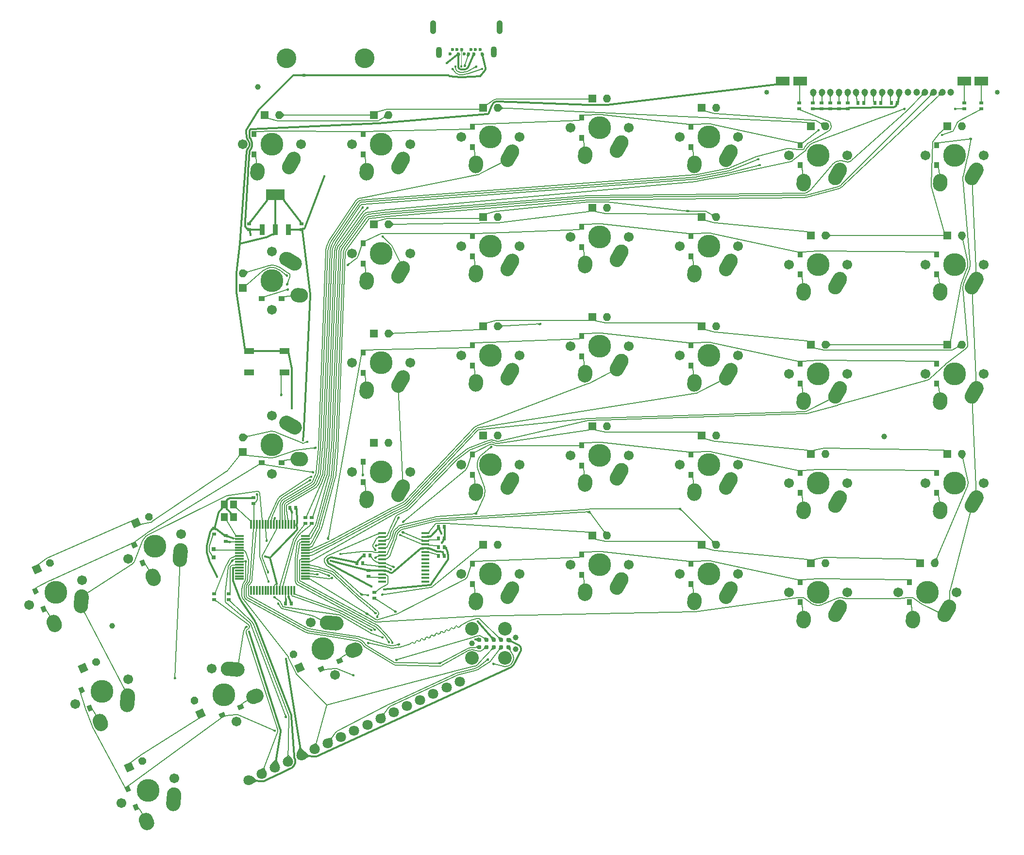
<source format=gbl>
G04 #@! TF.GenerationSoftware,KiCad,Pcbnew,5.1.6-c6e7f7d~87~ubuntu20.04.1*
G04 #@! TF.CreationDate,2020-08-07T18:55:31+02:00*
G04 #@! TF.ProjectId,ICEDRight,49434544-5269-4676-9874-2e6b69636164,Rev 1.2b*
G04 #@! TF.SameCoordinates,Original*
G04 #@! TF.FileFunction,Copper,L2,Bot*
G04 #@! TF.FilePolarity,Positive*
%FSLAX46Y46*%
G04 Gerber Fmt 4.6, Leading zero omitted, Abs format (unit mm)*
G04 Created by KiCad (PCBNEW 5.1.6-c6e7f7d~87~ubuntu20.04.1) date 2020-08-07 18:55:31*
%MOMM*%
%LPD*%
G01*
G04 APERTURE LIST*
G04 #@! TA.AperFunction,ComponentPad*
%ADD10C,3.438000*%
G04 #@! TD*
G04 #@! TA.AperFunction,ComponentPad*
%ADD11C,0.600000*%
G04 #@! TD*
G04 #@! TA.AperFunction,ComponentPad*
%ADD12O,1.100000X1.950000*%
G04 #@! TD*
G04 #@! TA.AperFunction,ComponentPad*
%ADD13O,1.100000X2.400000*%
G04 #@! TD*
G04 #@! TA.AperFunction,SMDPad,CuDef*
%ADD14R,0.300000X1.500000*%
G04 #@! TD*
G04 #@! TA.AperFunction,SMDPad,CuDef*
%ADD15R,1.500000X0.300000*%
G04 #@! TD*
G04 #@! TA.AperFunction,SMDPad,CuDef*
%ADD16R,1.200000X1.400000*%
G04 #@! TD*
G04 #@! TA.AperFunction,ComponentPad*
%ADD17C,1.800000*%
G04 #@! TD*
G04 #@! TA.AperFunction,SMDPad,CuDef*
%ADD18C,0.787400*%
G04 #@! TD*
G04 #@! TA.AperFunction,WasherPad*
%ADD19C,0.990610*%
G04 #@! TD*
G04 #@! TA.AperFunction,WasherPad*
%ADD20C,2.374910*%
G04 #@! TD*
G04 #@! TA.AperFunction,SMDPad,CuDef*
%ADD21R,0.650000X0.600000*%
G04 #@! TD*
G04 #@! TA.AperFunction,SMDPad,CuDef*
%ADD22R,0.600000X0.650000*%
G04 #@! TD*
G04 #@! TA.AperFunction,SMDPad,CuDef*
%ADD23R,1.430000X0.400000*%
G04 #@! TD*
G04 #@! TA.AperFunction,SMDPad,CuDef*
%ADD24R,0.797560X0.797560*%
G04 #@! TD*
G04 #@! TA.AperFunction,SMDPad,CuDef*
%ADD25R,1.800000X1.100000*%
G04 #@! TD*
G04 #@! TA.AperFunction,SMDPad,CuDef*
%ADD26R,0.950000X1.900000*%
G04 #@! TD*
G04 #@! TA.AperFunction,SMDPad,CuDef*
%ADD27R,3.250000X1.900000*%
G04 #@! TD*
G04 #@! TA.AperFunction,ComponentPad*
%ADD28R,2.400000X1.500000*%
G04 #@! TD*
G04 #@! TA.AperFunction,ComponentPad*
%ADD29C,1.200000*%
G04 #@! TD*
G04 #@! TA.AperFunction,WasherPad*
%ADD30C,0.850010*%
G04 #@! TD*
G04 #@! TA.AperFunction,SMDPad,CuDef*
%ADD31C,1.000000*%
G04 #@! TD*
G04 #@! TA.AperFunction,ComponentPad*
%ADD32O,1.400000X1.400000*%
G04 #@! TD*
G04 #@! TA.AperFunction,ComponentPad*
%ADD33R,1.400000X1.400000*%
G04 #@! TD*
G04 #@! TA.AperFunction,ComponentPad*
%ADD34C,0.100000*%
G04 #@! TD*
G04 #@! TA.AperFunction,SMDPad,CuDef*
%ADD35C,0.100000*%
G04 #@! TD*
G04 #@! TA.AperFunction,SMDPad,CuDef*
%ADD36R,1.000760X0.850900*%
G04 #@! TD*
G04 #@! TA.AperFunction,SMDPad,CuDef*
%ADD37R,0.850900X1.000760*%
G04 #@! TD*
G04 #@! TA.AperFunction,WasherPad*
%ADD38C,3.987810*%
G04 #@! TD*
G04 #@! TA.AperFunction,WasherPad*
%ADD39C,1.701810*%
G04 #@! TD*
G04 #@! TA.AperFunction,ViaPad*
%ADD40C,0.406400*%
G04 #@! TD*
G04 #@! TA.AperFunction,ViaPad*
%ADD41C,0.609600*%
G04 #@! TD*
G04 #@! TA.AperFunction,Conductor*
%ADD42C,0.304800*%
G04 #@! TD*
G04 #@! TA.AperFunction,Conductor*
%ADD43C,0.152400*%
G04 #@! TD*
G04 #@! TA.AperFunction,Conductor*
%ADD44C,0.101600*%
G04 #@! TD*
G04 APERTURE END LIST*
D10*
G04 #@! TO.P,J1,MH2*
G04 #@! TO.N,/GND*
X74950000Y-50148000D03*
G04 #@! TO.P,J1,MH1*
X88550000Y-50148000D03*
G04 #@! TD*
D11*
G04 #@! TO.P,P2,13*
G04 #@! TO.N,VSS*
X103499000Y-49386400D03*
G04 #@! TO.P,P2,14*
G04 #@! TO.N,/mcu/TX1*
X103899000Y-48586400D03*
G04 #@! TO.P,P2,15*
G04 #@! TO.N,/mcu/RX1*
X104699000Y-48586400D03*
G04 #@! TO.P,P2,16*
G04 #@! TO.N,+5V*
X104949000Y-49386400D03*
G04 #@! TO.P,P2,17*
G04 #@! TO.N,Net-(P2-Pad17)*
X105499000Y-48586400D03*
G04 #@! TO.P,P2,18*
G04 #@! TO.N,/mcu/USB_DP*
X105899000Y-49386400D03*
G04 #@! TO.P,P2,19*
G04 #@! TO.N,/mcu/USB_DM*
X106699000Y-49386400D03*
G04 #@! TO.P,P2,20*
G04 #@! TO.N,Net-(P2-Pad20)*
X107099000Y-48586400D03*
G04 #@! TO.P,P2,21*
G04 #@! TO.N,+5V*
X107649000Y-49386400D03*
G04 #@! TO.P,P2,22*
G04 #@! TO.N,/mcu/RX1*
X107899000Y-48586400D03*
G04 #@! TO.P,P2,23*
G04 #@! TO.N,/mcu/TX1*
X108699000Y-48586400D03*
G04 #@! TO.P,P2,24*
G04 #@! TO.N,VSS*
X109099000Y-49386400D03*
D12*
G04 #@! TO.P,P2,25*
G04 #@! TO.N,/GND*
X111099000Y-49011400D03*
X101499000Y-49061400D03*
D13*
X112099000Y-44686400D03*
X100499000Y-44686400D03*
G04 #@! TD*
D14*
G04 #@! TO.P,U1,1*
G04 #@! TO.N,/mcu/TX1*
X76267000Y-142910000D03*
G04 #@! TO.P,U1,2*
G04 #@! TO.N,/mcu/RX1*
X75767000Y-142910000D03*
G04 #@! TO.P,U1,3*
G04 #@! TO.N,VDD*
X75267000Y-142910000D03*
G04 #@! TO.P,U1,4*
G04 #@! TO.N,VSS*
X74767000Y-142910000D03*
G04 #@! TO.P,U1,5*
G04 #@! TO.N,Net-(R1-Pad2)*
X74267000Y-142910000D03*
G04 #@! TO.P,U1,6*
G04 #@! TO.N,Net-(R2-Pad2)*
X73767000Y-142910000D03*
G04 #@! TO.P,U1,7*
G04 #@! TO.N,VDD*
X73267000Y-142910000D03*
G04 #@! TO.P,U1,8*
X72767000Y-142910000D03*
G04 #@! TO.P,U1,9*
G04 #@! TO.N,/mcu/ADC0_DP0*
X72267000Y-142910000D03*
G04 #@! TO.P,U1,10*
G04 #@! TO.N,/mcu/ADC0_DM0*
X71767000Y-142910000D03*
G04 #@! TO.P,U1,11*
G04 #@! TO.N,/mcu/ADC1_DP0*
X71267000Y-142910000D03*
G04 #@! TO.P,U1,12*
G04 #@! TO.N,/mcu/ADC1_DM0*
X70767000Y-142910000D03*
G04 #@! TO.P,U1,13*
G04 #@! TO.N,Net-(U1-Pad13)*
X70267000Y-142910000D03*
G04 #@! TO.P,U1,14*
G04 #@! TO.N,Net-(U1-Pad14)*
X69767000Y-142910000D03*
G04 #@! TO.P,U1,15*
G04 #@! TO.N,Net-(U1-Pad15)*
X69267000Y-142910000D03*
G04 #@! TO.P,U1,16*
G04 #@! TO.N,Net-(U1-Pad16)*
X68767000Y-142910000D03*
D15*
G04 #@! TO.P,U1,17*
G04 #@! TO.N,Net-(U1-Pad17)*
X66767000Y-140910000D03*
G04 #@! TO.P,U1,18*
G04 #@! TO.N,Net-(U1-Pad18)*
X66767000Y-140410000D03*
G04 #@! TO.P,U1,19*
G04 #@! TO.N,Net-(U1-Pad19)*
X66767000Y-139910000D03*
G04 #@! TO.P,U1,20*
G04 #@! TO.N,Net-(U1-Pad20)*
X66767000Y-139410000D03*
G04 #@! TO.P,U1,21*
G04 #@! TO.N,VDD*
X66767000Y-138910000D03*
G04 #@! TO.P,U1,22*
G04 #@! TO.N,Net-(R6-Pad1)*
X66767000Y-138410000D03*
G04 #@! TO.P,U1,23*
G04 #@! TO.N,/mcu/RX0*
X66767000Y-137910000D03*
G04 #@! TO.P,U1,24*
G04 #@! TO.N,/mcu/TX0*
X66767000Y-137410000D03*
G04 #@! TO.P,U1,25*
G04 #@! TO.N,Net-(R7-Pad1)*
X66767000Y-136910000D03*
G04 #@! TO.P,U1,26*
G04 #@! TO.N,/mcu/PTA4*
X66767000Y-136410000D03*
G04 #@! TO.P,U1,27*
G04 #@! TO.N,/mcu/PTA5*
X66767000Y-135910000D03*
G04 #@! TO.P,U1,28*
G04 #@! TO.N,/mcu/PTA12*
X66767000Y-135410000D03*
G04 #@! TO.P,U1,29*
G04 #@! TO.N,/mcu/PTA13*
X66767000Y-134910000D03*
G04 #@! TO.P,U1,30*
G04 #@! TO.N,VDD*
X66767000Y-134410000D03*
G04 #@! TO.P,U1,31*
G04 #@! TO.N,VSS*
X66767000Y-133910000D03*
G04 #@! TO.P,U1,32*
G04 #@! TO.N,Net-(U1-Pad32)*
X66767000Y-133410000D03*
D14*
G04 #@! TO.P,U1,33*
G04 #@! TO.N,Net-(U1-Pad33)*
X68767000Y-131410000D03*
G04 #@! TO.P,U1,34*
G04 #@! TO.N,/mcu/MCU_RESET*
X69267000Y-131410000D03*
G04 #@! TO.P,U1,35*
G04 #@! TO.N,/mcu/SCL0*
X69767000Y-131410000D03*
G04 #@! TO.P,U1,36*
G04 #@! TO.N,/mcu/SDA0*
X70267000Y-131410000D03*
G04 #@! TO.P,U1,37*
G04 #@! TO.N,/Col1*
X70767000Y-131410000D03*
G04 #@! TO.P,U1,38*
G04 #@! TO.N,/Col2*
X71267000Y-131410000D03*
G04 #@! TO.P,U1,39*
G04 #@! TO.N,/mcu/SDB*
X71767000Y-131410000D03*
G04 #@! TO.P,U1,40*
G04 #@! TO.N,/mcu/INTB*
X72267000Y-131410000D03*
G04 #@! TO.P,U1,41*
G04 #@! TO.N,/Col3*
X72767000Y-131410000D03*
G04 #@! TO.P,U1,42*
G04 #@! TO.N,/Col4*
X73267000Y-131410000D03*
G04 #@! TO.P,U1,43*
G04 #@! TO.N,/Col5*
X73767000Y-131410000D03*
G04 #@! TO.P,U1,44*
G04 #@! TO.N,/mcu/LCD_KR*
X74267000Y-131410000D03*
G04 #@! TO.P,U1,45*
G04 #@! TO.N,/mcu/LCD_KG*
X74767000Y-131410000D03*
G04 #@! TO.P,U1,46*
G04 #@! TO.N,/mcu/LCD_KB*
X75267000Y-131410000D03*
G04 #@! TO.P,U1,47*
G04 #@! TO.N,VSS*
X75767000Y-131410000D03*
G04 #@! TO.P,U1,48*
G04 #@! TO.N,VDD*
X76267000Y-131410000D03*
D15*
G04 #@! TO.P,U1,49*
G04 #@! TO.N,/mcu/SS1*
X78267000Y-133410000D03*
G04 #@! TO.P,U1,50*
G04 #@! TO.N,/mcu/SCLK*
X78267000Y-133910000D03*
G04 #@! TO.P,U1,51*
G04 #@! TO.N,/mcu/MOSI*
X78267000Y-134410000D03*
G04 #@! TO.P,U1,52*
G04 #@! TO.N,/mcu/A0*
X78267000Y-134910000D03*
G04 #@! TO.P,U1,53*
G04 #@! TO.N,/mcu/RST*
X78267000Y-135410000D03*
G04 #@! TO.P,U1,54*
G04 #@! TO.N,/Col6*
X78267000Y-135910000D03*
G04 #@! TO.P,U1,55*
G04 #@! TO.N,/Col7*
X78267000Y-136410000D03*
G04 #@! TO.P,U1,56*
G04 #@! TO.N,/Col8*
X78267000Y-136910000D03*
G04 #@! TO.P,U1,57*
G04 #@! TO.N,/Col9*
X78267000Y-137410000D03*
G04 #@! TO.P,U1,58*
G04 #@! TO.N,/Row1*
X78267000Y-137910000D03*
G04 #@! TO.P,U1,59*
G04 #@! TO.N,/mcu/RX2*
X78267000Y-138410000D03*
G04 #@! TO.P,U1,60*
G04 #@! TO.N,/mcu/TX2*
X78267000Y-138910000D03*
G04 #@! TO.P,U1,61*
G04 #@! TO.N,/Row2*
X78267000Y-139410000D03*
G04 #@! TO.P,U1,62*
G04 #@! TO.N,/Row3*
X78267000Y-139910000D03*
G04 #@! TO.P,U1,63*
G04 #@! TO.N,/Row4*
X78267000Y-140410000D03*
G04 #@! TO.P,U1,64*
G04 #@! TO.N,/Row5*
X78267000Y-140910000D03*
G04 #@! TD*
D16*
G04 #@! TO.P,X1,3*
G04 #@! TO.N,Net-(U1-Pad33)*
X65697000Y-127932000D03*
G04 #@! TO.P,X1,2*
G04 #@! TO.N,VSS*
X64097000Y-127932000D03*
G04 #@! TO.P,X1,1*
G04 #@! TO.N,Net-(U1-Pad32)*
X64097000Y-130132000D03*
G04 #@! TO.P,X1,4*
G04 #@! TO.N,VSS*
X65697000Y-130132000D03*
G04 #@! TD*
D17*
G04 #@! TO.P,P3,1*
G04 #@! TO.N,VDD*
X68324826Y-175973603D03*
G04 #@! TO.P,P3,2*
G04 #@! TO.N,/mcu/SWD_DIO*
X70626848Y-174900153D03*
G04 #@! TO.P,P3,3*
G04 #@! TO.N,VSS*
X72928869Y-173826702D03*
G04 #@! TO.P,P3,4*
G04 #@! TO.N,/mcu/SWD_CLK*
X75230891Y-172753252D03*
G04 #@! TO.P,P3,5*
G04 #@! TO.N,+5V*
X77532913Y-171679802D03*
G04 #@! TO.P,P3,6*
G04 #@! TO.N,/mcu/RX0*
X79834935Y-170606351D03*
G04 #@! TO.P,P3,7*
G04 #@! TO.N,/mcu/TX0*
X82136956Y-169532901D03*
G04 #@! TO.P,P3,8*
G04 #@! TO.N,/mcu/RX1*
X84438978Y-168459450D03*
G04 #@! TO.P,P3,9*
G04 #@! TO.N,/mcu/TX1*
X86741000Y-167386000D03*
G04 #@! TO.P,P3,10*
G04 #@! TO.N,/mcu/RX2*
X89043022Y-166312550D03*
G04 #@! TO.P,P3,11*
G04 #@! TO.N,/mcu/TX2*
X91345044Y-165239099D03*
G04 #@! TO.P,P3,12*
G04 #@! TO.N,/mcu/SCLK*
X93647065Y-164165649D03*
G04 #@! TO.P,P3,13*
G04 #@! TO.N,/mcu/MOSI*
X95949087Y-163092198D03*
G04 #@! TO.P,P3,14*
G04 #@! TO.N,/mcu/SDA0*
X98251109Y-162018748D03*
G04 #@! TO.P,P3,15*
G04 #@! TO.N,/mcu/SCL0*
X100553131Y-160945298D03*
G04 #@! TO.P,P3,16*
G04 #@! TO.N,/mcu/MCU_RESET*
X102855152Y-159871847D03*
G04 #@! TO.P,P3,17*
G04 #@! TO.N,/mcu/AUD*
X105157174Y-158798397D03*
G04 #@! TD*
D18*
G04 #@! TO.P,P1,8*
G04 #@! TO.N,/mcu/RX0*
X111125000Y-152781000D03*
G04 #@! TO.P,P1,3*
G04 #@! TO.N,VSS*
X111125000Y-151511000D03*
G04 #@! TO.P,P1,7*
G04 #@! TO.N,/mcu/TX2*
X112395000Y-152781000D03*
G04 #@! TO.P,P1,4*
G04 #@! TO.N,/mcu/SWD_CLK*
X112395000Y-151511000D03*
G04 #@! TO.P,P1,5*
G04 #@! TO.N,+5V*
X113665000Y-151511000D03*
G04 #@! TO.P,P1,6*
G04 #@! TO.N,/mcu/TX0*
X113665000Y-152781000D03*
G04 #@! TO.P,P1,9*
G04 #@! TO.N,/mcu/PTA5*
X109855000Y-152781000D03*
G04 #@! TO.P,P1,2*
G04 #@! TO.N,/mcu/SWD_DIO*
X109855000Y-151511000D03*
G04 #@! TO.P,P1,10*
G04 #@! TO.N,/mcu/MCU_RESET*
X108585000Y-152781000D03*
G04 #@! TO.P,P1,1*
G04 #@! TO.N,VDD*
X108585000Y-151511000D03*
D19*
G04 #@! TO.P,P1,*
G04 #@! TO.N,*
X107315000Y-152146000D03*
X114935000Y-153162000D03*
X114935000Y-151130000D03*
D20*
X107315000Y-154686000D03*
X113030000Y-154686000D03*
X107315000Y-149606000D03*
X113030000Y-149606000D03*
G04 #@! TD*
D21*
G04 #@! TO.P,R7,1*
G04 #@! TO.N,Net-(R7-Pad1)*
X62357000Y-143518000D03*
G04 #@! TO.P,R7,2*
G04 #@! TO.N,/mcu/SWD_DIO*
X62357000Y-144518000D03*
G04 #@! TD*
G04 #@! TO.P,R13,1*
G04 #@! TO.N,Net-(LCD1-Pad2)*
X164338000Y-57920000D03*
G04 #@! TO.P,R13,2*
G04 #@! TO.N,/mcu/LCD_KR*
X164338000Y-58920000D03*
G04 #@! TD*
G04 #@! TO.P,R10,1*
G04 #@! TO.N,Net-(LCD1-Pad20)*
X193167000Y-57920000D03*
G04 #@! TO.P,R10,2*
G04 #@! TO.N,/mcu/LCD_KG*
X193167000Y-58920000D03*
G04 #@! TD*
G04 #@! TO.P,R9,1*
G04 #@! TO.N,Net-(LCD1-Pad21)*
X196088000Y-57920000D03*
G04 #@! TO.P,R9,2*
G04 #@! TO.N,/mcu/LCD_KB*
X196088000Y-58920000D03*
G04 #@! TD*
D22*
G04 #@! TO.P,C11,1*
G04 #@! TO.N,Net-(C11-Pad1)*
X178554000Y-57912000D03*
G04 #@! TO.P,C11,2*
G04 #@! TO.N,Net-(C11-Pad2)*
X177554000Y-57912000D03*
G04 #@! TD*
D21*
G04 #@! TO.P,C17,1*
G04 #@! TO.N,VSS*
X166751000Y-58920000D03*
G04 #@! TO.P,C17,2*
G04 #@! TO.N,Net-(C17-Pad2)*
X166751000Y-57920000D03*
G04 #@! TD*
D22*
G04 #@! TO.P,C12,1*
G04 #@! TO.N,Net-(C12-Pad1)*
X175633000Y-57912000D03*
G04 #@! TO.P,C12,2*
G04 #@! TO.N,Net-(C12-Pad2)*
X174633000Y-57912000D03*
G04 #@! TD*
D21*
G04 #@! TO.P,C16,1*
G04 #@! TO.N,VSS*
X168275000Y-58920000D03*
G04 #@! TO.P,C16,2*
G04 #@! TO.N,Net-(C16-Pad2)*
X168275000Y-57920000D03*
G04 #@! TD*
G04 #@! TO.P,C15,1*
G04 #@! TO.N,VSS*
X169799000Y-58920000D03*
G04 #@! TO.P,C15,2*
G04 #@! TO.N,Net-(C15-Pad2)*
X169799000Y-57920000D03*
G04 #@! TD*
G04 #@! TO.P,C14,1*
G04 #@! TO.N,VSS*
X171323000Y-58920000D03*
G04 #@! TO.P,C14,2*
G04 #@! TO.N,Net-(C14-Pad2)*
X171323000Y-57920000D03*
G04 #@! TD*
G04 #@! TO.P,C13,1*
G04 #@! TO.N,VSS*
X172847000Y-58920000D03*
G04 #@! TO.P,C13,2*
G04 #@! TO.N,Net-(C13-Pad2)*
X172847000Y-57920000D03*
G04 #@! TD*
G04 #@! TO.P,C7,1*
G04 #@! TO.N,VDD*
X64389000Y-134358000D03*
G04 #@! TO.P,C7,2*
G04 #@! TO.N,VSS*
X64389000Y-133358000D03*
G04 #@! TD*
D22*
G04 #@! TO.P,R3,1*
G04 #@! TO.N,VDD*
X102481000Y-135382000D03*
G04 #@! TO.P,R3,2*
G04 #@! TO.N,/mcu/INTB*
X101481000Y-135382000D03*
G04 #@! TD*
D21*
G04 #@! TO.P,C5,1*
G04 #@! TO.N,/mcu/MCU_RESET*
X69215000Y-127754000D03*
G04 #@! TO.P,C5,2*
G04 #@! TO.N,VSS*
X69215000Y-126754000D03*
G04 #@! TD*
D22*
G04 #@! TO.P,C4,1*
G04 #@! TO.N,VDD*
X75811000Y-145161000D03*
G04 #@! TO.P,C4,2*
G04 #@! TO.N,VSS*
X74811000Y-145161000D03*
G04 #@! TD*
D21*
G04 #@! TO.P,C1,1*
G04 #@! TO.N,+5V*
X77597000Y-80002000D03*
G04 #@! TO.P,C1,2*
G04 #@! TO.N,VSS*
X77597000Y-79002000D03*
G04 #@! TD*
G04 #@! TO.P,R2,1*
G04 #@! TO.N,/mcu/USB_DM*
X78232000Y-130183000D03*
G04 #@! TO.P,R2,2*
G04 #@! TO.N,Net-(R2-Pad2)*
X78232000Y-131183000D03*
G04 #@! TD*
D22*
G04 #@! TO.P,C3,1*
G04 #@! TO.N,VDD*
X76573000Y-128524000D03*
G04 #@! TO.P,C3,2*
G04 #@! TO.N,VSS*
X75573000Y-128524000D03*
G04 #@! TD*
D21*
G04 #@! TO.P,C2,1*
G04 #@! TO.N,VDD*
X68453000Y-80002000D03*
G04 #@! TO.P,C2,2*
G04 #@! TO.N,VSS*
X68453000Y-79002000D03*
G04 #@! TD*
G04 #@! TO.P,R1,1*
G04 #@! TO.N,/mcu/USB_DP*
X79375000Y-130183000D03*
G04 #@! TO.P,R1,2*
G04 #@! TO.N,Net-(R1-Pad2)*
X79375000Y-131183000D03*
G04 #@! TD*
G04 #@! TO.P,R6,1*
G04 #@! TO.N,Net-(R6-Pad1)*
X64897000Y-143518000D03*
G04 #@! TO.P,R6,2*
G04 #@! TO.N,/mcu/SWD_CLK*
X64897000Y-144518000D03*
G04 #@! TD*
D22*
G04 #@! TO.P,R5,1*
G04 #@! TO.N,VDD*
X87257000Y-138176000D03*
G04 #@! TO.P,R5,2*
G04 #@! TO.N,/mcu/SDA0*
X88257000Y-138176000D03*
G04 #@! TD*
G04 #@! TO.P,R4,1*
G04 #@! TO.N,VDD*
X88527000Y-136779000D03*
G04 #@! TO.P,R4,2*
G04 #@! TO.N,/mcu/SCL0*
X89527000Y-136779000D03*
G04 #@! TD*
G04 #@! TO.P,C6,1*
G04 #@! TO.N,VSS*
X102481000Y-131826000D03*
G04 #@! TO.P,C6,2*
G04 #@! TO.N,VDD*
X101481000Y-131826000D03*
G04 #@! TD*
D21*
G04 #@! TO.P,C8,1*
G04 #@! TO.N,Net-(C8-Pad1)*
X90297000Y-143264000D03*
G04 #@! TO.P,C8,2*
G04 #@! TO.N,/mcu/AUD*
X90297000Y-144264000D03*
G04 #@! TD*
G04 #@! TO.P,C9,1*
G04 #@! TO.N,Net-(C9-Pad1)*
X89281000Y-140454000D03*
G04 #@! TO.P,C9,2*
G04 #@! TO.N,VSS*
X89281000Y-139454000D03*
G04 #@! TD*
D22*
G04 #@! TO.P,R8,1*
G04 #@! TO.N,VSS*
X102481000Y-133858000D03*
G04 #@! TO.P,R8,2*
G04 #@! TO.N,/mcu/SDB*
X101481000Y-133858000D03*
G04 #@! TD*
D21*
G04 #@! TO.P,R11,1*
G04 #@! TO.N,Net-(D77-Pad2)*
X62357000Y-133088000D03*
G04 #@! TO.P,R11,2*
G04 #@! TO.N,VSS*
X62357000Y-132088000D03*
G04 #@! TD*
D22*
G04 #@! TO.P,R12,1*
G04 #@! TO.N,Net-(R12-Pad1)*
X101481000Y-136906000D03*
G04 #@! TO.P,R12,2*
G04 #@! TO.N,VSS*
X102481000Y-136906000D03*
G04 #@! TD*
D23*
G04 #@! TO.P,U2,1*
G04 #@! TO.N,/ledmatrix/CA9*
X99172000Y-132935000D03*
G04 #@! TO.P,U2,2*
G04 #@! TO.N,VDD*
X99172000Y-133585000D03*
G04 #@! TO.P,U2,3*
G04 #@! TO.N,/mcu/SDB*
X99172000Y-134235000D03*
G04 #@! TO.P,U2,4*
G04 #@! TO.N,/mcu/INTB*
X99172000Y-134885000D03*
G04 #@! TO.P,U2,5*
G04 #@! TO.N,VSS*
X99172000Y-135535000D03*
G04 #@! TO.P,U2,6*
G04 #@! TO.N,Net-(R12-Pad1)*
X99172000Y-136185000D03*
G04 #@! TO.P,U2,7*
G04 #@! TO.N,/mcu/CB1*
X99172000Y-136835000D03*
G04 #@! TO.P,U2,8*
G04 #@! TO.N,/mcu/CB2*
X99172000Y-137485000D03*
G04 #@! TO.P,U2,9*
G04 #@! TO.N,/mcu/CB3*
X99172000Y-138135000D03*
G04 #@! TO.P,U2,10*
G04 #@! TO.N,/mcu/CB4*
X99172000Y-138785000D03*
G04 #@! TO.P,U2,11*
G04 #@! TO.N,/mcu/CB5*
X99172000Y-139435000D03*
G04 #@! TO.P,U2,12*
G04 #@! TO.N,/mcu/CB6*
X99172000Y-140085000D03*
G04 #@! TO.P,U2,13*
G04 #@! TO.N,/mcu/CB7*
X99172000Y-140735000D03*
G04 #@! TO.P,U2,14*
G04 #@! TO.N,/mcu/CB8*
X99172000Y-141385000D03*
G04 #@! TO.P,U2,15*
G04 #@! TO.N,/mcu/CB9*
X91582000Y-141385000D03*
G04 #@! TO.P,U2,16*
G04 #@! TO.N,Net-(C9-Pad1)*
X91582000Y-140735000D03*
G04 #@! TO.P,U2,17*
G04 #@! TO.N,Net-(C8-Pad1)*
X91582000Y-140085000D03*
G04 #@! TO.P,U2,18*
G04 #@! TO.N,VSS*
X91582000Y-139435000D03*
G04 #@! TO.P,U2,19*
G04 #@! TO.N,/mcu/SDA0*
X91582000Y-138785000D03*
G04 #@! TO.P,U2,20*
G04 #@! TO.N,/mcu/SCL0*
X91582000Y-138135000D03*
G04 #@! TO.P,U2,21*
G04 #@! TO.N,/ledmatrix/CA1*
X91582000Y-137485000D03*
G04 #@! TO.P,U2,22*
G04 #@! TO.N,/ledmatrix/CA2*
X91582000Y-136835000D03*
G04 #@! TO.P,U2,23*
G04 #@! TO.N,/ledmatrix/CA3*
X91582000Y-136185000D03*
G04 #@! TO.P,U2,24*
G04 #@! TO.N,/ledmatrix/CA4*
X91582000Y-135535000D03*
G04 #@! TO.P,U2,25*
G04 #@! TO.N,/ledmatrix/CA5*
X91582000Y-134885000D03*
G04 #@! TO.P,U2,26*
G04 #@! TO.N,/ledmatrix/CA6*
X91582000Y-134235000D03*
G04 #@! TO.P,U2,27*
G04 #@! TO.N,/ledmatrix/CA7*
X91582000Y-133585000D03*
G04 #@! TO.P,U2,28*
G04 #@! TO.N,/ledmatrix/CA8*
X91582000Y-132935000D03*
G04 #@! TD*
D24*
G04 #@! TO.P,D77,1*
G04 #@! TO.N,/mcu/PTA5*
X62212500Y-135669700D03*
G04 #@! TO.P,D77,2*
G04 #@! TO.N,Net-(D77-Pad2)*
X62212500Y-137168300D03*
G04 #@! TD*
D22*
G04 #@! TO.P,C10,1*
G04 #@! TO.N,Net-(C10-Pad1)*
X180475000Y-57912000D03*
G04 #@! TO.P,C10,2*
G04 #@! TO.N,VSS*
X181475000Y-57912000D03*
G04 #@! TD*
D25*
G04 #@! TO.P,S39,1*
G04 #@! TO.N,Net-(S39-Pad1)*
X68401000Y-104847000D03*
G04 #@! TO.P,S39,3*
G04 #@! TO.N,VSS*
X68401000Y-101147000D03*
G04 #@! TO.P,S39,2*
G04 #@! TO.N,/mcu/MCU_RESET*
X74601000Y-104847000D03*
G04 #@! TO.P,S39,4*
G04 #@! TO.N,VSS*
X74601000Y-101147000D03*
G04 #@! TD*
D26*
G04 #@! TO.P,Q1,2*
G04 #@! TO.N,VSS*
X73025000Y-80012000D03*
G04 #@! TO.P,Q1,3*
G04 #@! TO.N,VDD*
X70725000Y-80012000D03*
G04 #@! TO.P,Q1,1*
G04 #@! TO.N,+5V*
X75325000Y-80012000D03*
D27*
G04 #@! TO.P,Q1,2*
G04 #@! TO.N,VSS*
X73025000Y-73912000D03*
G04 #@! TD*
D28*
G04 #@! TO.P,LCD1,1*
G04 #@! TO.N,VDD*
X161500000Y-54064000D03*
G04 #@! TO.P,LCD1,2*
G04 #@! TO.N,Net-(LCD1-Pad2)*
X164500000Y-54064000D03*
D29*
G04 #@! TO.P,LCD1,3*
G04 #@! TO.N,Net-(C17-Pad2)*
X166800000Y-56014000D03*
G04 #@! TO.P,LCD1,4*
G04 #@! TO.N,Net-(C16-Pad2)*
X168300000Y-56014000D03*
G04 #@! TO.P,LCD1,5*
G04 #@! TO.N,Net-(C15-Pad2)*
X169800000Y-56014000D03*
G04 #@! TO.P,LCD1,6*
G04 #@! TO.N,Net-(C14-Pad2)*
X171300000Y-56014000D03*
G04 #@! TO.P,LCD1,7*
G04 #@! TO.N,Net-(C13-Pad2)*
X172800000Y-56014000D03*
G04 #@! TO.P,LCD1,8*
G04 #@! TO.N,Net-(C12-Pad2)*
X174300000Y-56014000D03*
G04 #@! TO.P,LCD1,9*
G04 #@! TO.N,Net-(C12-Pad1)*
X175800000Y-56014000D03*
G04 #@! TO.P,LCD1,10*
G04 #@! TO.N,Net-(C11-Pad2)*
X177300000Y-56014000D03*
G04 #@! TO.P,LCD1,11*
G04 #@! TO.N,Net-(C11-Pad1)*
X178800000Y-56014000D03*
G04 #@! TO.P,LCD1,12*
G04 #@! TO.N,Net-(C10-Pad1)*
X180300000Y-56014000D03*
G04 #@! TO.P,LCD1,13*
G04 #@! TO.N,VSS*
X181800000Y-56014000D03*
G04 #@! TO.P,LCD1,14*
G04 #@! TO.N,VDD*
X183300000Y-56014000D03*
G04 #@! TO.P,LCD1,15*
G04 #@! TO.N,/mcu/MOSI*
X184800000Y-56014000D03*
G04 #@! TO.P,LCD1,16*
G04 #@! TO.N,/mcu/SCLK*
X186300000Y-56014000D03*
G04 #@! TO.P,LCD1,17*
G04 #@! TO.N,/mcu/A0*
X187800000Y-56014000D03*
G04 #@! TO.P,LCD1,18*
G04 #@! TO.N,/mcu/RST*
X189300000Y-56014000D03*
G04 #@! TO.P,LCD1,19*
G04 #@! TO.N,/mcu/SS1*
X190800000Y-56014000D03*
D28*
G04 #@! TO.P,LCD1,20*
G04 #@! TO.N,Net-(LCD1-Pad20)*
X193100000Y-54064000D03*
G04 #@! TO.P,LCD1,21*
G04 #@! TO.N,Net-(LCD1-Pad21)*
X196100000Y-54064000D03*
D30*
G04 #@! TO.P,LCD1,*
G04 #@! TO.N,*
X198900000Y-56014000D03*
X158700000Y-56014000D03*
G04 #@! TD*
D31*
G04 #@! TO.P,FID1,*
G04 #@! TO.N,*
X69977000Y-55118000D03*
G04 #@! TD*
G04 #@! TO.P,FID3,*
G04 #@! TO.N,*
X179197000Y-116078000D03*
G04 #@! TD*
G04 #@! TO.P,FID5,*
G04 #@! TO.N,*
X44577000Y-149098000D03*
G04 #@! TD*
D32*
G04 #@! TO.P,D51,2*
G04 #@! TO.N,/ledmatrix/CA3*
X168910000Y-80972700D03*
D33*
G04 #@! TO.P,D51,1*
G04 #@! TO.N,/ledmatrix/CA4*
X166370000Y-80972700D03*
G04 #@! TD*
G04 #@! TO.P,D69,2*
G04 #@! TO.N,/ledmatrix/CA1*
G04 #@! TA.AperFunction,ComponentPad*
G36*
G01*
X49170296Y-172957108D02*
X49170296Y-172957108D01*
G75*
G02*
X49508878Y-172026860I634415J295833D01*
G01*
X49508878Y-172026860D01*
G75*
G02*
X50439126Y-172365442I295833J-634415D01*
G01*
X50439126Y-172365442D01*
G75*
G02*
X50100544Y-173295690I-634415J-295833D01*
G01*
X50100544Y-173295690D01*
G75*
G02*
X49170296Y-172957108I-295833J634415D01*
G01*
G37*
G04 #@! TD.AperFunction*
G04 #@! TA.AperFunction,ComponentPad*
D34*
G04 #@! TO.P,D69,1*
G04 #@! TO.N,/ledmatrix/CA8*
G36*
X47164106Y-174664973D02*
G01*
X46572441Y-173396142D01*
X47841272Y-172804477D01*
X48432937Y-174073308D01*
X47164106Y-174664973D01*
G37*
G04 #@! TD.AperFunction*
G04 #@! TD*
D32*
G04 #@! TO.P,D66,2*
G04 #@! TO.N,/ledmatrix/CA3*
X168910000Y-119073000D03*
D33*
G04 #@! TO.P,D66,1*
G04 #@! TO.N,/ledmatrix/CA7*
X166370000Y-119073000D03*
G04 #@! TD*
D32*
G04 #@! TO.P,D50,2*
G04 #@! TO.N,/ledmatrix/CA2*
X149860000Y-77797700D03*
D33*
G04 #@! TO.P,D50,1*
G04 #@! TO.N,/ledmatrix/CA4*
X147320000Y-77797700D03*
G04 #@! TD*
D32*
G04 #@! TO.P,D65,2*
G04 #@! TO.N,/ledmatrix/CA2*
X149860000Y-115898000D03*
D33*
G04 #@! TO.P,D65,1*
G04 #@! TO.N,/ledmatrix/CA7*
X147320000Y-115898000D03*
G04 #@! TD*
D32*
G04 #@! TO.P,D49,2*
G04 #@! TO.N,/ledmatrix/CA1*
X130810000Y-76200000D03*
D33*
G04 #@! TO.P,D49,1*
G04 #@! TO.N,/ledmatrix/CA4*
X128270000Y-76200000D03*
G04 #@! TD*
D32*
G04 #@! TO.P,D64,2*
G04 #@! TO.N,/ledmatrix/CA1*
X130810000Y-114300000D03*
D33*
G04 #@! TO.P,D64,1*
G04 #@! TO.N,/ledmatrix/CA7*
X128270000Y-114300000D03*
G04 #@! TD*
D32*
G04 #@! TO.P,D48,2*
G04 #@! TO.N,/ledmatrix/CA5*
X111760000Y-77797700D03*
D33*
G04 #@! TO.P,D48,1*
G04 #@! TO.N,/ledmatrix/CA2*
X109220000Y-77797700D03*
G04 #@! TD*
D32*
G04 #@! TO.P,D67,2*
G04 #@! TO.N,/ledmatrix/CA4*
X192722000Y-119073000D03*
D33*
G04 #@! TO.P,D67,1*
G04 #@! TO.N,/ledmatrix/CA7*
X190182000Y-119073000D03*
G04 #@! TD*
D32*
G04 #@! TO.P,D52,2*
G04 #@! TO.N,/ledmatrix/CA4*
X192722000Y-80972700D03*
D33*
G04 #@! TO.P,D52,1*
G04 #@! TO.N,/ledmatrix/CA3*
X190182000Y-80972700D03*
G04 #@! TD*
G04 #@! TO.P,D68,2*
G04 #@! TO.N,/ledmatrix/CA5*
G04 #@! TA.AperFunction,ComponentPad*
G36*
G01*
X41118496Y-155690108D02*
X41118496Y-155690108D01*
G75*
G02*
X41457078Y-154759860I634415J295833D01*
G01*
X41457078Y-154759860D01*
G75*
G02*
X42387326Y-155098442I295833J-634415D01*
G01*
X42387326Y-155098442D01*
G75*
G02*
X42048744Y-156028690I-634415J-295833D01*
G01*
X42048744Y-156028690D01*
G75*
G02*
X41118496Y-155690108I-295833J634415D01*
G01*
G37*
G04 #@! TD.AperFunction*
G04 #@! TA.AperFunction,ComponentPad*
D34*
G04 #@! TO.P,D68,1*
G04 #@! TO.N,/ledmatrix/CA7*
G36*
X39112306Y-157397973D02*
G01*
X38520641Y-156129142D01*
X39789472Y-155537477D01*
X40381137Y-156806308D01*
X39112306Y-157397973D01*
G37*
G04 #@! TD.AperFunction*
G04 #@! TD*
D32*
G04 #@! TO.P,D53,2*
G04 #@! TO.N,/ledmatrix/CA5*
X92710000Y-98118000D03*
D33*
G04 #@! TO.P,D53,1*
G04 #@! TO.N,/ledmatrix/CA3*
X90170000Y-98118000D03*
G04 #@! TD*
D32*
G04 #@! TO.P,D63,2*
G04 #@! TO.N,/ledmatrix/CA5*
X111760000Y-115898000D03*
D33*
G04 #@! TO.P,D63,1*
G04 #@! TO.N,/ledmatrix/CA6*
X109220000Y-115898000D03*
G04 #@! TD*
D32*
G04 #@! TO.P,D54,2*
G04 #@! TO.N,/ledmatrix/CA1*
X111760000Y-96848000D03*
D33*
G04 #@! TO.P,D54,1*
G04 #@! TO.N,/ledmatrix/CA5*
X109220000Y-96848000D03*
G04 #@! TD*
G04 #@! TO.P,D70,2*
G04 #@! TO.N,/ledmatrix/CA2*
G04 #@! TA.AperFunction,ComponentPad*
G36*
G01*
X59195108Y-162749404D02*
X59195108Y-162749404D01*
G75*
G02*
X58264860Y-162410822I-295833J634415D01*
G01*
X58264860Y-162410822D01*
G75*
G02*
X58603442Y-161480574I634415J295833D01*
G01*
X58603442Y-161480574D01*
G75*
G02*
X59533690Y-161819156I295833J-634415D01*
G01*
X59533690Y-161819156D01*
G75*
G02*
X59195108Y-162749404I-634415J-295833D01*
G01*
G37*
G04 #@! TD.AperFunction*
G04 #@! TA.AperFunction,ComponentPad*
D34*
G04 #@! TO.P,D70,1*
G04 #@! TO.N,/ledmatrix/CA8*
G36*
X60902973Y-164755594D02*
G01*
X59634142Y-165347259D01*
X59042477Y-164078428D01*
X60311308Y-163486763D01*
X60902973Y-164755594D01*
G37*
G04 #@! TD.AperFunction*
G04 #@! TD*
D32*
G04 #@! TO.P,D43,2*
G04 #@! TO.N,/ledmatrix/CA5*
X149860000Y-58747700D03*
D33*
G04 #@! TO.P,D43,1*
G04 #@! TO.N,/ledmatrix/CA1*
X147320000Y-58747700D03*
G04 #@! TD*
D32*
G04 #@! TO.P,D55,2*
G04 #@! TO.N,/ledmatrix/CA2*
X130810000Y-95250000D03*
D33*
G04 #@! TO.P,D55,1*
G04 #@! TO.N,/ledmatrix/CA5*
X128270000Y-95250000D03*
G04 #@! TD*
G04 #@! TO.P,D71,2*
G04 #@! TO.N,/ledmatrix/CA3*
G04 #@! TA.AperFunction,ComponentPad*
G36*
G01*
X76456908Y-154693404D02*
X76456908Y-154693404D01*
G75*
G02*
X75526660Y-154354822I-295833J634415D01*
G01*
X75526660Y-154354822D01*
G75*
G02*
X75865242Y-153424574I634415J295833D01*
G01*
X75865242Y-153424574D01*
G75*
G02*
X76795490Y-153763156I295833J-634415D01*
G01*
X76795490Y-153763156D01*
G75*
G02*
X76456908Y-154693404I-634415J-295833D01*
G01*
G37*
G04 #@! TD.AperFunction*
G04 #@! TA.AperFunction,ComponentPad*
D34*
G04 #@! TO.P,D71,1*
G04 #@! TO.N,/ledmatrix/CA8*
G36*
X78164773Y-156699594D02*
G01*
X76895942Y-157291259D01*
X76304277Y-156022428D01*
X77573108Y-155430763D01*
X78164773Y-156699594D01*
G37*
G04 #@! TD.AperFunction*
G04 #@! TD*
D32*
G04 #@! TO.P,D40,2*
G04 #@! TO.N,/ledmatrix/CA2*
X92710000Y-60020200D03*
D33*
G04 #@! TO.P,D40,1*
G04 #@! TO.N,/ledmatrix/CA1*
X90170000Y-60020200D03*
G04 #@! TD*
D32*
G04 #@! TO.P,D56,2*
G04 #@! TO.N,/ledmatrix/CA3*
X149860000Y-96848000D03*
D33*
G04 #@! TO.P,D56,1*
G04 #@! TO.N,/ledmatrix/CA5*
X147320000Y-96848000D03*
G04 #@! TD*
D32*
G04 #@! TO.P,D72,2*
G04 #@! TO.N,/ledmatrix/CA4*
X111760000Y-134948000D03*
D33*
G04 #@! TO.P,D72,1*
G04 #@! TO.N,/ledmatrix/CA8*
X109220000Y-134948000D03*
G04 #@! TD*
D32*
G04 #@! TO.P,D41,2*
G04 #@! TO.N,/ledmatrix/CA3*
X111760000Y-58747700D03*
D33*
G04 #@! TO.P,D41,1*
G04 #@! TO.N,/ledmatrix/CA1*
X109220000Y-58747700D03*
G04 #@! TD*
D32*
G04 #@! TO.P,D57,2*
G04 #@! TO.N,/ledmatrix/CA4*
X168910000Y-100023000D03*
D33*
G04 #@! TO.P,D57,1*
G04 #@! TO.N,/ledmatrix/CA5*
X166370000Y-100023000D03*
G04 #@! TD*
D32*
G04 #@! TO.P,D73,2*
G04 #@! TO.N,/ledmatrix/CA1*
X130810000Y-133350000D03*
D33*
G04 #@! TO.P,D73,1*
G04 #@! TO.N,/ledmatrix/CA9*
X128270000Y-133350000D03*
G04 #@! TD*
D32*
G04 #@! TO.P,D42,2*
G04 #@! TO.N,/ledmatrix/CA4*
X130810000Y-57150000D03*
D33*
G04 #@! TO.P,D42,1*
G04 #@! TO.N,/ledmatrix/CA1*
X128270000Y-57150000D03*
G04 #@! TD*
D32*
G04 #@! TO.P,D58,2*
G04 #@! TO.N,/ledmatrix/CA5*
X192722000Y-100023000D03*
D33*
G04 #@! TO.P,D58,1*
G04 #@! TO.N,/ledmatrix/CA4*
X190182000Y-100023000D03*
G04 #@! TD*
D32*
G04 #@! TO.P,D74,2*
G04 #@! TO.N,/ledmatrix/CA2*
X149860000Y-134948000D03*
D33*
G04 #@! TO.P,D74,1*
G04 #@! TO.N,/ledmatrix/CA9*
X147320000Y-134948000D03*
G04 #@! TD*
D32*
G04 #@! TO.P,D39,2*
G04 #@! TO.N,/ledmatrix/CA1*
X73660000Y-60020200D03*
D33*
G04 #@! TO.P,D39,1*
G04 #@! TO.N,/ledmatrix/CA2*
X71120000Y-60020200D03*
G04 #@! TD*
G04 #@! TO.P,D59,2*
G04 #@! TO.N,/ledmatrix/CA1*
G04 #@! TA.AperFunction,ComponentPad*
G36*
G01*
X33069196Y-138426108D02*
X33069196Y-138426108D01*
G75*
G02*
X33407778Y-137495860I634415J295833D01*
G01*
X33407778Y-137495860D01*
G75*
G02*
X34338026Y-137834442I295833J-634415D01*
G01*
X34338026Y-137834442D01*
G75*
G02*
X33999444Y-138764690I-634415J-295833D01*
G01*
X33999444Y-138764690D01*
G75*
G02*
X33069196Y-138426108I-295833J634415D01*
G01*
G37*
G04 #@! TD.AperFunction*
G04 #@! TA.AperFunction,ComponentPad*
D34*
G04 #@! TO.P,D59,1*
G04 #@! TO.N,/ledmatrix/CA6*
G36*
X31063006Y-140133973D02*
G01*
X30471341Y-138865142D01*
X31740172Y-138273477D01*
X32331837Y-139542308D01*
X31063006Y-140133973D01*
G37*
G04 #@! TD.AperFunction*
G04 #@! TD*
D32*
G04 #@! TO.P,D75,2*
G04 #@! TO.N,/ledmatrix/CA3*
X168910000Y-138123000D03*
D33*
G04 #@! TO.P,D75,1*
G04 #@! TO.N,/ledmatrix/CA9*
X166370000Y-138123000D03*
G04 #@! TD*
D32*
G04 #@! TO.P,D44,2*
G04 #@! TO.N,/ledmatrix/CA1*
X168910000Y-61925200D03*
D33*
G04 #@! TO.P,D44,1*
G04 #@! TO.N,/ledmatrix/CA3*
X166370000Y-61925200D03*
G04 #@! TD*
G04 #@! TO.P,D60,2*
G04 #@! TO.N,/ledmatrix/CA2*
G04 #@! TA.AperFunction,ComponentPad*
G36*
G01*
X50333596Y-130376108D02*
X50333596Y-130376108D01*
G75*
G02*
X50672178Y-129445860I634415J295833D01*
G01*
X50672178Y-129445860D01*
G75*
G02*
X51602426Y-129784442I295833J-634415D01*
G01*
X51602426Y-129784442D01*
G75*
G02*
X51263844Y-130714690I-634415J-295833D01*
G01*
X51263844Y-130714690D01*
G75*
G02*
X50333596Y-130376108I-295833J634415D01*
G01*
G37*
G04 #@! TD.AperFunction*
G04 #@! TA.AperFunction,ComponentPad*
D34*
G04 #@! TO.P,D60,1*
G04 #@! TO.N,/ledmatrix/CA6*
G36*
X48327406Y-132083973D02*
G01*
X47735741Y-130815142D01*
X49004572Y-130223477D01*
X49596237Y-131492308D01*
X48327406Y-132083973D01*
G37*
G04 #@! TD.AperFunction*
G04 #@! TD*
D32*
G04 #@! TO.P,D76,2*
G04 #@! TO.N,/ledmatrix/CA4*
X187960000Y-138123000D03*
D33*
G04 #@! TO.P,D76,1*
G04 #@! TO.N,/ledmatrix/CA9*
X185420000Y-138123000D03*
G04 #@! TD*
D32*
G04 #@! TO.P,D45,2*
G04 #@! TO.N,/ledmatrix/CA2*
X192722000Y-61925200D03*
D33*
G04 #@! TO.P,D45,1*
G04 #@! TO.N,/ledmatrix/CA3*
X190182000Y-61925200D03*
G04 #@! TD*
D32*
G04 #@! TO.P,D61,2*
G04 #@! TO.N,/ledmatrix/CA3*
X67310000Y-116215000D03*
D33*
G04 #@! TO.P,D61,1*
G04 #@! TO.N,/ledmatrix/CA6*
X67310000Y-118755000D03*
G04 #@! TD*
D32*
G04 #@! TO.P,D46,2*
G04 #@! TO.N,/ledmatrix/CA3*
X67310000Y-87640200D03*
D33*
G04 #@! TO.P,D46,1*
G04 #@! TO.N,/ledmatrix/CA2*
X67310000Y-90180200D03*
G04 #@! TD*
D32*
G04 #@! TO.P,D62,2*
G04 #@! TO.N,/ledmatrix/CA4*
X92710000Y-117168000D03*
D33*
G04 #@! TO.P,D62,1*
G04 #@! TO.N,/ledmatrix/CA6*
X90170000Y-117168000D03*
G04 #@! TD*
D32*
G04 #@! TO.P,D47,2*
G04 #@! TO.N,/ledmatrix/CA4*
X92710000Y-79067700D03*
D33*
G04 #@! TO.P,D47,1*
G04 #@! TO.N,/ledmatrix/CA2*
X90170000Y-79067700D03*
G04 #@! TD*
G04 #@! TA.AperFunction,SMDPad,CuDef*
D35*
G04 #@! TO.P,D33,2*
G04 #@! TO.N,/Row5*
G36*
X80756510Y-157222739D02*
G01*
X80396904Y-156451562D01*
X81303900Y-156028623D01*
X81663506Y-156799800D01*
X80756510Y-157222739D01*
G37*
G04 #@! TD.AperFunction*
G04 #@! TA.AperFunction,SMDPad,CuDef*
G04 #@! TO.P,D33,1*
G04 #@! TO.N,Net-(D33-Pad1)*
G36*
X83928696Y-155743524D02*
G01*
X83569090Y-154972347D01*
X84476086Y-154549408D01*
X84835692Y-155320585D01*
X83928696Y-155743524D01*
G37*
G04 #@! TD.AperFunction*
G04 #@! TD*
D36*
G04 #@! TO.P,D23,2*
G04 #@! TO.N,/Row4*
X70637400Y-120596000D03*
G04 #@! TO.P,D23,1*
G04 #@! TO.N,Net-(D23-Pad1)*
X74137520Y-120596000D03*
G04 #@! TD*
D37*
G04 #@! TO.P,D24,2*
G04 #@! TO.N,/Row4*
X88328500Y-120495400D03*
G04 #@! TO.P,D24,1*
G04 #@! TO.N,Net-(D24-Pad1)*
X88328500Y-123995520D03*
G04 #@! TD*
G04 #@! TO.P,D25,2*
G04 #@! TO.N,/Row4*
X107378000Y-119225400D03*
G04 #@! TO.P,D25,1*
G04 #@! TO.N,Net-(D25-Pad1)*
X107378000Y-122725520D03*
G04 #@! TD*
G04 #@! TO.P,D26,2*
G04 #@! TO.N,/Row4*
X126428000Y-117627400D03*
G04 #@! TO.P,D26,1*
G04 #@! TO.N,Net-(D26-Pad1)*
X126428000Y-121127520D03*
G04 #@! TD*
G04 #@! TO.P,D27,2*
G04 #@! TO.N,/Row4*
X145478000Y-119225400D03*
G04 #@! TO.P,D27,1*
G04 #@! TO.N,Net-(D27-Pad1)*
X145478000Y-122725520D03*
G04 #@! TD*
G04 #@! TO.P,D28,2*
G04 #@! TO.N,/Row4*
X164528000Y-122400400D03*
G04 #@! TO.P,D28,1*
G04 #@! TO.N,Net-(D28-Pad1)*
X164528000Y-125900520D03*
G04 #@! TD*
G04 #@! TO.P,D29,2*
G04 #@! TO.N,/Row4*
X188340000Y-122400400D03*
G04 #@! TO.P,D29,1*
G04 #@! TO.N,Net-(D29-Pad1)*
X188340000Y-125900520D03*
G04 #@! TD*
G04 #@! TA.AperFunction,SMDPad,CuDef*
D35*
G04 #@! TO.P,D30,2*
G04 #@! TO.N,/Row5*
G36*
X38591061Y-159986910D02*
G01*
X39362238Y-159627304D01*
X39785177Y-160534300D01*
X39014000Y-160893906D01*
X38591061Y-159986910D01*
G37*
G04 #@! TD.AperFunction*
G04 #@! TA.AperFunction,SMDPad,CuDef*
G04 #@! TO.P,D30,1*
G04 #@! TO.N,Net-(D30-Pad1)*
G36*
X40070276Y-163159096D02*
G01*
X40841453Y-162799490D01*
X41264392Y-163706486D01*
X40493215Y-164066092D01*
X40070276Y-163159096D01*
G37*
G04 #@! TD.AperFunction*
G04 #@! TD*
G04 #@! TA.AperFunction,SMDPad,CuDef*
G04 #@! TO.P,D31,2*
G04 #@! TO.N,/Row5*
G36*
X46642861Y-177253910D02*
G01*
X47414038Y-176894304D01*
X47836977Y-177801300D01*
X47065800Y-178160906D01*
X46642861Y-177253910D01*
G37*
G04 #@! TD.AperFunction*
G04 #@! TA.AperFunction,SMDPad,CuDef*
G04 #@! TO.P,D31,1*
G04 #@! TO.N,Net-(D31-Pad1)*
G36*
X48122076Y-180426096D02*
G01*
X48893253Y-180066490D01*
X49316192Y-180973486D01*
X48545015Y-181333092D01*
X48122076Y-180426096D01*
G37*
G04 #@! TD.AperFunction*
G04 #@! TD*
G04 #@! TA.AperFunction,SMDPad,CuDef*
G04 #@! TO.P,D32,2*
G04 #@! TO.N,/Row5*
G36*
X63492110Y-165274739D02*
G01*
X63132504Y-164503562D01*
X64039500Y-164080623D01*
X64399106Y-164851800D01*
X63492110Y-165274739D01*
G37*
G04 #@! TD.AperFunction*
G04 #@! TA.AperFunction,SMDPad,CuDef*
G04 #@! TO.P,D32,1*
G04 #@! TO.N,Net-(D32-Pad1)*
G36*
X66664296Y-163795524D02*
G01*
X66304690Y-163024347D01*
X67211686Y-162601408D01*
X67571292Y-163372585D01*
X66664296Y-163795524D01*
G37*
G04 #@! TD.AperFunction*
G04 #@! TD*
D37*
G04 #@! TO.P,D1,2*
G04 #@! TO.N,/Row1*
X69278500Y-63347600D03*
G04 #@! TO.P,D1,1*
G04 #@! TO.N,Net-(D1-Pad1)*
X69278500Y-66847720D03*
G04 #@! TD*
G04 #@! TO.P,D34,2*
G04 #@! TO.N,/Row5*
X107378000Y-138275400D03*
G04 #@! TO.P,D34,1*
G04 #@! TO.N,Net-(D34-Pad1)*
X107378000Y-141775520D03*
G04 #@! TD*
G04 #@! TO.P,D35,2*
G04 #@! TO.N,/Row5*
X126428000Y-136677400D03*
G04 #@! TO.P,D35,1*
G04 #@! TO.N,Net-(D35-Pad1)*
X126428000Y-140177520D03*
G04 #@! TD*
G04 #@! TO.P,D36,2*
G04 #@! TO.N,/Row5*
X145478000Y-138275400D03*
G04 #@! TO.P,D36,1*
G04 #@! TO.N,Net-(D36-Pad1)*
X145478000Y-141775520D03*
G04 #@! TD*
G04 #@! TO.P,D37,2*
G04 #@! TO.N,/Row5*
X164528000Y-141450400D03*
G04 #@! TO.P,D37,1*
G04 #@! TO.N,Net-(D37-Pad1)*
X164528000Y-144950520D03*
G04 #@! TD*
G04 #@! TO.P,D38,2*
G04 #@! TO.N,/Row5*
X183578000Y-141450400D03*
G04 #@! TO.P,D38,1*
G04 #@! TO.N,Net-(D38-Pad1)*
X183578000Y-144950520D03*
G04 #@! TD*
G04 #@! TO.P,D11,2*
G04 #@! TO.N,/Row2*
X126428000Y-79527400D03*
G04 #@! TO.P,D11,1*
G04 #@! TO.N,Net-(D11-Pad1)*
X126428000Y-83027520D03*
G04 #@! TD*
G04 #@! TO.P,D5,2*
G04 #@! TO.N,/Row1*
X145478000Y-62075100D03*
G04 #@! TO.P,D5,1*
G04 #@! TO.N,Net-(D5-Pad1)*
X145478000Y-65575220D03*
G04 #@! TD*
G04 #@! TO.P,D4,2*
G04 #@! TO.N,/Row1*
X126428000Y-60477400D03*
G04 #@! TO.P,D4,1*
G04 #@! TO.N,Net-(D4-Pad1)*
X126428000Y-63977520D03*
G04 #@! TD*
G04 #@! TO.P,D3,2*
G04 #@! TO.N,/Row1*
X107378000Y-62075100D03*
G04 #@! TO.P,D3,1*
G04 #@! TO.N,Net-(D3-Pad1)*
X107378000Y-65575220D03*
G04 #@! TD*
G04 #@! TO.P,D2,2*
G04 #@! TO.N,/Row1*
X88328500Y-63347600D03*
G04 #@! TO.P,D2,1*
G04 #@! TO.N,Net-(D2-Pad1)*
X88328500Y-66847720D03*
G04 #@! TD*
G04 #@! TA.AperFunction,SMDPad,CuDef*
D35*
G04 #@! TO.P,D22,2*
G04 #@! TO.N,/Row4*
G36*
X47806161Y-134670910D02*
G01*
X48577338Y-134311304D01*
X49000277Y-135218300D01*
X48229100Y-135577906D01*
X47806161Y-134670910D01*
G37*
G04 #@! TD.AperFunction*
G04 #@! TA.AperFunction,SMDPad,CuDef*
G04 #@! TO.P,D22,1*
G04 #@! TO.N,Net-(D22-Pad1)*
G36*
X49285376Y-137843096D02*
G01*
X50056553Y-137483490D01*
X50479492Y-138390486D01*
X49708315Y-138750092D01*
X49285376Y-137843096D01*
G37*
G04 #@! TD.AperFunction*
G04 #@! TD*
D37*
G04 #@! TO.P,D6,2*
G04 #@! TO.N,/Row1*
X164528000Y-65252600D03*
G04 #@! TO.P,D6,1*
G04 #@! TO.N,Net-(D6-Pad1)*
X164528000Y-68752720D03*
G04 #@! TD*
G04 #@! TO.P,D7,2*
G04 #@! TO.N,/Row1*
X188340000Y-65252600D03*
G04 #@! TO.P,D7,1*
G04 #@! TO.N,Net-(D7-Pad1)*
X188340000Y-68752720D03*
G04 #@! TD*
D36*
G04 #@! TO.P,D8,2*
G04 #@! TO.N,/Row2*
X70637400Y-92021700D03*
G04 #@! TO.P,D8,1*
G04 #@! TO.N,Net-(D8-Pad1)*
X74137520Y-92021700D03*
G04 #@! TD*
D37*
G04 #@! TO.P,D9,2*
G04 #@! TO.N,/Row2*
X88328500Y-82395100D03*
G04 #@! TO.P,D9,1*
G04 #@! TO.N,Net-(D9-Pad1)*
X88328500Y-85895220D03*
G04 #@! TD*
G04 #@! TO.P,D10,2*
G04 #@! TO.N,/Row2*
X107378000Y-81125100D03*
G04 #@! TO.P,D10,1*
G04 #@! TO.N,Net-(D10-Pad1)*
X107378000Y-84625220D03*
G04 #@! TD*
G04 #@! TO.P,D12,2*
G04 #@! TO.N,/Row2*
X145478000Y-81125100D03*
G04 #@! TO.P,D12,1*
G04 #@! TO.N,Net-(D12-Pad1)*
X145478000Y-84625220D03*
G04 #@! TD*
G04 #@! TO.P,D13,2*
G04 #@! TO.N,/Row2*
X164528000Y-84300100D03*
G04 #@! TO.P,D13,1*
G04 #@! TO.N,Net-(D13-Pad1)*
X164528000Y-87800220D03*
G04 #@! TD*
G04 #@! TO.P,D14,2*
G04 #@! TO.N,/Row2*
X188340000Y-84300100D03*
G04 #@! TO.P,D14,1*
G04 #@! TO.N,Net-(D14-Pad1)*
X188340000Y-87800220D03*
G04 #@! TD*
G04 #@! TO.P,D15,2*
G04 #@! TO.N,/Row3*
X88328500Y-101445400D03*
G04 #@! TO.P,D15,1*
G04 #@! TO.N,Net-(D15-Pad1)*
X88328500Y-104945520D03*
G04 #@! TD*
G04 #@! TO.P,D16,2*
G04 #@! TO.N,/Row3*
X107378000Y-100175400D03*
G04 #@! TO.P,D16,1*
G04 #@! TO.N,Net-(D16-Pad1)*
X107378000Y-103675520D03*
G04 #@! TD*
G04 #@! TO.P,D17,2*
G04 #@! TO.N,/Row3*
X126428000Y-98577400D03*
G04 #@! TO.P,D17,1*
G04 #@! TO.N,Net-(D17-Pad1)*
X126428000Y-102077520D03*
G04 #@! TD*
G04 #@! TO.P,D18,2*
G04 #@! TO.N,/Row3*
X145478000Y-100175400D03*
G04 #@! TO.P,D18,1*
G04 #@! TO.N,Net-(D18-Pad1)*
X145478000Y-103675520D03*
G04 #@! TD*
G04 #@! TO.P,D19,2*
G04 #@! TO.N,/Row3*
X164528000Y-103350400D03*
G04 #@! TO.P,D19,1*
G04 #@! TO.N,Net-(D19-Pad1)*
X164528000Y-106850520D03*
G04 #@! TD*
G04 #@! TO.P,D20,2*
G04 #@! TO.N,/Row3*
X188340000Y-103350400D03*
G04 #@! TO.P,D20,1*
G04 #@! TO.N,Net-(D20-Pad1)*
X188340000Y-106850520D03*
G04 #@! TD*
G04 #@! TA.AperFunction,SMDPad,CuDef*
D35*
G04 #@! TO.P,D21,2*
G04 #@! TO.N,/Row4*
G36*
X30541761Y-142722910D02*
G01*
X31312938Y-142363304D01*
X31735877Y-143270300D01*
X30964700Y-143629906D01*
X30541761Y-142722910D01*
G37*
G04 #@! TD.AperFunction*
G04 #@! TA.AperFunction,SMDPad,CuDef*
G04 #@! TO.P,D21,1*
G04 #@! TO.N,Net-(D21-Pad1)*
G36*
X32020976Y-145895096D02*
G01*
X32792153Y-145535490D01*
X33215092Y-146442486D01*
X32443915Y-146802092D01*
X32020976Y-145895096D01*
G37*
G04 #@! TD.AperFunction*
G04 #@! TD*
D38*
G04 #@! TO.P,S33,*
G04 #@! TO.N,*
X81302900Y-153065000D03*
D39*
X79155999Y-148460956D03*
X83449801Y-157669044D03*
G04 #@! TO.P,S33,1*
G04 #@! TO.N,/Col4*
G04 #@! TA.AperFunction,ComponentPad*
G36*
G01*
X82082880Y-147291208D02*
X83748710Y-147409156D01*
G75*
G02*
X84907304Y-148744318I-88284J-1246878D01*
G01*
X84907304Y-148744318D01*
G75*
G02*
X83572142Y-149902912I-1246878J88284D01*
G01*
X81906312Y-149784964D01*
G75*
G02*
X80747718Y-148449802I88284J1246878D01*
G01*
X80747718Y-148449802D01*
G75*
G02*
X82082880Y-147291208I1246878J-88284D01*
G01*
G37*
G04 #@! TD.AperFunction*
G04 #@! TO.P,S33,2*
G04 #@! TO.N,Net-(D33-Pad1)*
G04 #@! TA.AperFunction,ComponentPad*
G36*
G01*
X85988559Y-152262761D02*
X86529673Y-152053963D01*
G75*
G02*
X88145861Y-152770159I449996J-1166192D01*
G01*
X88145861Y-152770159D01*
G75*
G02*
X87429665Y-154386347I-1166192J-449996D01*
G01*
X86888551Y-154595145D01*
G75*
G02*
X85272363Y-153878949I-449996J1166192D01*
G01*
X85272363Y-153878949D01*
G75*
G02*
X85988559Y-152262761I1166192J449996D01*
G01*
G37*
G04 #@! TD.AperFunction*
G04 #@! TD*
D38*
G04 #@! TO.P,S22,*
G04 #@! TO.N,*
X51963300Y-135219000D03*
D39*
X56567344Y-133072099D03*
X47359256Y-137365901D03*
G04 #@! TO.P,S22,1*
G04 #@! TO.N,/Col2*
G04 #@! TA.AperFunction,ComponentPad*
G36*
G01*
X57737092Y-135998980D02*
X57619144Y-137664810D01*
G75*
G02*
X56283982Y-138823404I-1246878J88284D01*
G01*
X56283982Y-138823404D01*
G75*
G02*
X55125388Y-137488242I88284J1246878D01*
G01*
X55243336Y-135822412D01*
G75*
G02*
X56578498Y-134663818I1246878J-88284D01*
G01*
X56578498Y-134663818D01*
G75*
G02*
X57737092Y-135998980I-88284J-1246878D01*
G01*
G37*
G04 #@! TD.AperFunction*
G04 #@! TO.P,S22,2*
G04 #@! TO.N,Net-(D22-Pad1)*
G04 #@! TA.AperFunction,ComponentPad*
G36*
G01*
X52765539Y-139904659D02*
X52974337Y-140445773D01*
G75*
G02*
X52258141Y-142061961I-1166192J-449996D01*
G01*
X52258141Y-142061961D01*
G75*
G02*
X50641953Y-141345765I-449996J1166192D01*
G01*
X50433155Y-140804651D01*
G75*
G02*
X51149351Y-139188463I1166192J449996D01*
G01*
X51149351Y-139188463D01*
G75*
G02*
X52765539Y-139904659I449996J-1166192D01*
G01*
G37*
G04 #@! TD.AperFunction*
G04 #@! TD*
D38*
G04 #@! TO.P,S2,*
G04 #@! TO.N,*
X91440000Y-65100200D03*
D39*
X96520000Y-65100200D03*
X86360000Y-65100200D03*
G04 #@! TO.P,S2,1*
G04 #@! TO.N,/Col4*
G04 #@! TA.AperFunction,ComponentPad*
G36*
G01*
X96343199Y-68247212D02*
X95532292Y-69707120D01*
G75*
G02*
X93832581Y-70192899I-1092745J606966D01*
G01*
X93832581Y-70192899D01*
G75*
G02*
X93346802Y-68493188I606966J1092745D01*
G01*
X94157708Y-67033280D01*
G75*
G02*
X95857419Y-66547501I1092745J-606966D01*
G01*
X95857419Y-66547501D01*
G75*
G02*
X96343198Y-68247212I-606966J-1092745D01*
G01*
G37*
G04 #@! TD.AperFunction*
G04 #@! TO.P,S2,2*
G04 #@! TO.N,Net-(D2-Pad1)*
G04 #@! TA.AperFunction,ComponentPad*
G36*
G01*
X90186830Y-69685891D02*
X90147381Y-70264547D01*
G75*
G02*
X88815257Y-71426633I-1247105J85019D01*
G01*
X88815257Y-71426633D01*
G75*
G02*
X87653171Y-70094509I85019J1247105D01*
G01*
X87692619Y-69515853D01*
G75*
G02*
X89024743Y-68353767I1247105J-85019D01*
G01*
X89024743Y-68353767D01*
G75*
G02*
X90186829Y-69685891I-85019J-1247105D01*
G01*
G37*
G04 #@! TD.AperFunction*
G04 #@! TD*
D38*
G04 #@! TO.P,S12,*
G04 #@! TO.N,*
X148590000Y-82877700D03*
D39*
X153670000Y-82877700D03*
X143510000Y-82877700D03*
G04 #@! TO.P,S12,1*
G04 #@! TO.N,/Col7*
G04 #@! TA.AperFunction,ComponentPad*
G36*
G01*
X153493199Y-86024712D02*
X152682292Y-87484620D01*
G75*
G02*
X150982581Y-87970399I-1092745J606966D01*
G01*
X150982581Y-87970399D01*
G75*
G02*
X150496802Y-86270688I606966J1092745D01*
G01*
X151307708Y-84810780D01*
G75*
G02*
X153007419Y-84325001I1092745J-606966D01*
G01*
X153007419Y-84325001D01*
G75*
G02*
X153493198Y-86024712I-606966J-1092745D01*
G01*
G37*
G04 #@! TD.AperFunction*
G04 #@! TO.P,S12,2*
G04 #@! TO.N,Net-(D12-Pad1)*
G04 #@! TA.AperFunction,ComponentPad*
G36*
G01*
X147336830Y-87463391D02*
X147297381Y-88042047D01*
G75*
G02*
X145965257Y-89204133I-1247105J85019D01*
G01*
X145965257Y-89204133D01*
G75*
G02*
X144803171Y-87872009I85019J1247105D01*
G01*
X144842619Y-87293353D01*
G75*
G02*
X146174743Y-86131267I1247105J-85019D01*
G01*
X146174743Y-86131267D01*
G75*
G02*
X147336829Y-87463391I-85019J-1247105D01*
G01*
G37*
G04 #@! TD.AperFunction*
G04 #@! TD*
D38*
G04 #@! TO.P,S32,*
G04 #@! TO.N,*
X64038500Y-161117000D03*
D39*
X61891599Y-156512956D03*
X66185401Y-165721044D03*
G04 #@! TO.P,S32,1*
G04 #@! TO.N,/Col3*
G04 #@! TA.AperFunction,ComponentPad*
G36*
G01*
X64818480Y-155343208D02*
X66484310Y-155461156D01*
G75*
G02*
X67642904Y-156796318I-88284J-1246878D01*
G01*
X67642904Y-156796318D01*
G75*
G02*
X66307742Y-157954912I-1246878J88284D01*
G01*
X64641912Y-157836964D01*
G75*
G02*
X63483318Y-156501802I88284J1246878D01*
G01*
X63483318Y-156501802D01*
G75*
G02*
X64818480Y-155343208I1246878J-88284D01*
G01*
G37*
G04 #@! TD.AperFunction*
G04 #@! TO.P,S32,2*
G04 #@! TO.N,Net-(D32-Pad1)*
G04 #@! TA.AperFunction,ComponentPad*
G36*
G01*
X68724159Y-160314761D02*
X69265273Y-160105963D01*
G75*
G02*
X70881461Y-160822159I449996J-1166192D01*
G01*
X70881461Y-160822159D01*
G75*
G02*
X70165265Y-162438347I-1166192J-449996D01*
G01*
X69624151Y-162647145D01*
G75*
G02*
X68007963Y-161930949I-449996J1166192D01*
G01*
X68007963Y-161930949D01*
G75*
G02*
X68724159Y-160314761I1166192J449996D01*
G01*
G37*
G04 #@! TD.AperFunction*
G04 #@! TD*
D38*
G04 #@! TO.P,S34,*
G04 #@! TO.N,*
X110490000Y-140028000D03*
D39*
X115570000Y-140028000D03*
X105410000Y-140028000D03*
G04 #@! TO.P,S34,1*
G04 #@! TO.N,/Col5*
G04 #@! TA.AperFunction,ComponentPad*
G36*
G01*
X115393199Y-143175012D02*
X114582292Y-144634920D01*
G75*
G02*
X112882581Y-145120699I-1092745J606966D01*
G01*
X112882581Y-145120699D01*
G75*
G02*
X112396802Y-143420988I606966J1092745D01*
G01*
X113207708Y-141961080D01*
G75*
G02*
X114907419Y-141475301I1092745J-606966D01*
G01*
X114907419Y-141475301D01*
G75*
G02*
X115393198Y-143175012I-606966J-1092745D01*
G01*
G37*
G04 #@! TD.AperFunction*
G04 #@! TO.P,S34,2*
G04 #@! TO.N,Net-(D34-Pad1)*
G04 #@! TA.AperFunction,ComponentPad*
G36*
G01*
X109236830Y-144613691D02*
X109197381Y-145192347D01*
G75*
G02*
X107865257Y-146354433I-1247105J85019D01*
G01*
X107865257Y-146354433D01*
G75*
G02*
X106703171Y-145022309I85019J1247105D01*
G01*
X106742619Y-144443653D01*
G75*
G02*
X108074743Y-143281567I1247105J-85019D01*
G01*
X108074743Y-143281567D01*
G75*
G02*
X109236829Y-144613691I-85019J-1247105D01*
G01*
G37*
G04 #@! TD.AperFunction*
G04 #@! TD*
D38*
G04 #@! TO.P,S35,*
G04 #@! TO.N,*
X129540000Y-138430000D03*
D39*
X134620000Y-138430000D03*
X124460000Y-138430000D03*
G04 #@! TO.P,S35,1*
G04 #@! TO.N,/Col6*
G04 #@! TA.AperFunction,ComponentPad*
G36*
G01*
X134443199Y-141577012D02*
X133632292Y-143036920D01*
G75*
G02*
X131932581Y-143522699I-1092745J606966D01*
G01*
X131932581Y-143522699D01*
G75*
G02*
X131446802Y-141822988I606966J1092745D01*
G01*
X132257708Y-140363080D01*
G75*
G02*
X133957419Y-139877301I1092745J-606966D01*
G01*
X133957419Y-139877301D01*
G75*
G02*
X134443198Y-141577012I-606966J-1092745D01*
G01*
G37*
G04 #@! TD.AperFunction*
G04 #@! TO.P,S35,2*
G04 #@! TO.N,Net-(D35-Pad1)*
G04 #@! TA.AperFunction,ComponentPad*
G36*
G01*
X128286830Y-143015691D02*
X128247381Y-143594347D01*
G75*
G02*
X126915257Y-144756433I-1247105J85019D01*
G01*
X126915257Y-144756433D01*
G75*
G02*
X125753171Y-143424309I85019J1247105D01*
G01*
X125792619Y-142845653D01*
G75*
G02*
X127124743Y-141683567I1247105J-85019D01*
G01*
X127124743Y-141683567D01*
G75*
G02*
X128286829Y-143015691I-85019J-1247105D01*
G01*
G37*
G04 #@! TD.AperFunction*
G04 #@! TD*
D38*
G04 #@! TO.P,S37,*
G04 #@! TO.N,*
X167640000Y-143203000D03*
D39*
X172720000Y-143203000D03*
X162560000Y-143203000D03*
G04 #@! TO.P,S37,1*
G04 #@! TO.N,/Col8*
G04 #@! TA.AperFunction,ComponentPad*
G36*
G01*
X172543199Y-146350012D02*
X171732292Y-147809920D01*
G75*
G02*
X170032581Y-148295699I-1092745J606966D01*
G01*
X170032581Y-148295699D01*
G75*
G02*
X169546802Y-146595988I606966J1092745D01*
G01*
X170357708Y-145136080D01*
G75*
G02*
X172057419Y-144650301I1092745J-606966D01*
G01*
X172057419Y-144650301D01*
G75*
G02*
X172543198Y-146350012I-606966J-1092745D01*
G01*
G37*
G04 #@! TD.AperFunction*
G04 #@! TO.P,S37,2*
G04 #@! TO.N,Net-(D37-Pad1)*
G04 #@! TA.AperFunction,ComponentPad*
G36*
G01*
X166386830Y-147788691D02*
X166347381Y-148367347D01*
G75*
G02*
X165015257Y-149529433I-1247105J85019D01*
G01*
X165015257Y-149529433D01*
G75*
G02*
X163853171Y-148197309I85019J1247105D01*
G01*
X163892619Y-147618653D01*
G75*
G02*
X165224743Y-146456567I1247105J-85019D01*
G01*
X165224743Y-146456567D01*
G75*
G02*
X166386829Y-147788691I-85019J-1247105D01*
G01*
G37*
G04 #@! TD.AperFunction*
G04 #@! TD*
D38*
G04 #@! TO.P,S24,*
G04 #@! TO.N,*
X91440000Y-122248000D03*
D39*
X96520000Y-122248000D03*
X86360000Y-122248000D03*
G04 #@! TO.P,S24,1*
G04 #@! TO.N,/Col4*
G04 #@! TA.AperFunction,ComponentPad*
G36*
G01*
X96343199Y-125395012D02*
X95532292Y-126854920D01*
G75*
G02*
X93832581Y-127340699I-1092745J606966D01*
G01*
X93832581Y-127340699D01*
G75*
G02*
X93346802Y-125640988I606966J1092745D01*
G01*
X94157708Y-124181080D01*
G75*
G02*
X95857419Y-123695301I1092745J-606966D01*
G01*
X95857419Y-123695301D01*
G75*
G02*
X96343198Y-125395012I-606966J-1092745D01*
G01*
G37*
G04 #@! TD.AperFunction*
G04 #@! TO.P,S24,2*
G04 #@! TO.N,Net-(D24-Pad1)*
G04 #@! TA.AperFunction,ComponentPad*
G36*
G01*
X90186830Y-126833691D02*
X90147381Y-127412347D01*
G75*
G02*
X88815257Y-128574433I-1247105J85019D01*
G01*
X88815257Y-128574433D01*
G75*
G02*
X87653171Y-127242309I85019J1247105D01*
G01*
X87692619Y-126663653D01*
G75*
G02*
X89024743Y-125501567I1247105J-85019D01*
G01*
X89024743Y-125501567D01*
G75*
G02*
X90186829Y-126833691I-85019J-1247105D01*
G01*
G37*
G04 #@! TD.AperFunction*
G04 #@! TD*
D38*
G04 #@! TO.P,S25,*
G04 #@! TO.N,*
X110490000Y-120978000D03*
D39*
X115570000Y-120978000D03*
X105410000Y-120978000D03*
G04 #@! TO.P,S25,1*
G04 #@! TO.N,/Col5*
G04 #@! TA.AperFunction,ComponentPad*
G36*
G01*
X115393199Y-124125012D02*
X114582292Y-125584920D01*
G75*
G02*
X112882581Y-126070699I-1092745J606966D01*
G01*
X112882581Y-126070699D01*
G75*
G02*
X112396802Y-124370988I606966J1092745D01*
G01*
X113207708Y-122911080D01*
G75*
G02*
X114907419Y-122425301I1092745J-606966D01*
G01*
X114907419Y-122425301D01*
G75*
G02*
X115393198Y-124125012I-606966J-1092745D01*
G01*
G37*
G04 #@! TD.AperFunction*
G04 #@! TO.P,S25,2*
G04 #@! TO.N,Net-(D25-Pad1)*
G04 #@! TA.AperFunction,ComponentPad*
G36*
G01*
X109236830Y-125563691D02*
X109197381Y-126142347D01*
G75*
G02*
X107865257Y-127304433I-1247105J85019D01*
G01*
X107865257Y-127304433D01*
G75*
G02*
X106703171Y-125972309I85019J1247105D01*
G01*
X106742619Y-125393653D01*
G75*
G02*
X108074743Y-124231567I1247105J-85019D01*
G01*
X108074743Y-124231567D01*
G75*
G02*
X109236829Y-125563691I-85019J-1247105D01*
G01*
G37*
G04 #@! TD.AperFunction*
G04 #@! TD*
D38*
G04 #@! TO.P,S26,*
G04 #@! TO.N,*
X129540000Y-119380000D03*
D39*
X134620000Y-119380000D03*
X124460000Y-119380000D03*
G04 #@! TO.P,S26,1*
G04 #@! TO.N,/Col6*
G04 #@! TA.AperFunction,ComponentPad*
G36*
G01*
X134443199Y-122527012D02*
X133632292Y-123986920D01*
G75*
G02*
X131932581Y-124472699I-1092745J606966D01*
G01*
X131932581Y-124472699D01*
G75*
G02*
X131446802Y-122772988I606966J1092745D01*
G01*
X132257708Y-121313080D01*
G75*
G02*
X133957419Y-120827301I1092745J-606966D01*
G01*
X133957419Y-120827301D01*
G75*
G02*
X134443198Y-122527012I-606966J-1092745D01*
G01*
G37*
G04 #@! TD.AperFunction*
G04 #@! TO.P,S26,2*
G04 #@! TO.N,Net-(D26-Pad1)*
G04 #@! TA.AperFunction,ComponentPad*
G36*
G01*
X128286830Y-123965691D02*
X128247381Y-124544347D01*
G75*
G02*
X126915257Y-125706433I-1247105J85019D01*
G01*
X126915257Y-125706433D01*
G75*
G02*
X125753171Y-124374309I85019J1247105D01*
G01*
X125792619Y-123795653D01*
G75*
G02*
X127124743Y-122633567I1247105J-85019D01*
G01*
X127124743Y-122633567D01*
G75*
G02*
X128286829Y-123965691I-85019J-1247105D01*
G01*
G37*
G04 #@! TD.AperFunction*
G04 #@! TD*
D38*
G04 #@! TO.P,S27,*
G04 #@! TO.N,*
X148590000Y-120978000D03*
D39*
X153670000Y-120978000D03*
X143510000Y-120978000D03*
G04 #@! TO.P,S27,1*
G04 #@! TO.N,/Col7*
G04 #@! TA.AperFunction,ComponentPad*
G36*
G01*
X153493199Y-124125012D02*
X152682292Y-125584920D01*
G75*
G02*
X150982581Y-126070699I-1092745J606966D01*
G01*
X150982581Y-126070699D01*
G75*
G02*
X150496802Y-124370988I606966J1092745D01*
G01*
X151307708Y-122911080D01*
G75*
G02*
X153007419Y-122425301I1092745J-606966D01*
G01*
X153007419Y-122425301D01*
G75*
G02*
X153493198Y-124125012I-606966J-1092745D01*
G01*
G37*
G04 #@! TD.AperFunction*
G04 #@! TO.P,S27,2*
G04 #@! TO.N,Net-(D27-Pad1)*
G04 #@! TA.AperFunction,ComponentPad*
G36*
G01*
X147336830Y-125563691D02*
X147297381Y-126142347D01*
G75*
G02*
X145965257Y-127304433I-1247105J85019D01*
G01*
X145965257Y-127304433D01*
G75*
G02*
X144803171Y-125972309I85019J1247105D01*
G01*
X144842619Y-125393653D01*
G75*
G02*
X146174743Y-124231567I1247105J-85019D01*
G01*
X146174743Y-124231567D01*
G75*
G02*
X147336829Y-125563691I-85019J-1247105D01*
G01*
G37*
G04 #@! TD.AperFunction*
G04 #@! TD*
D38*
G04 #@! TO.P,S28,*
G04 #@! TO.N,*
X167640000Y-124153000D03*
D39*
X172720000Y-124153000D03*
X162560000Y-124153000D03*
G04 #@! TO.P,S28,1*
G04 #@! TO.N,/Col8*
G04 #@! TA.AperFunction,ComponentPad*
G36*
G01*
X172543199Y-127300012D02*
X171732292Y-128759920D01*
G75*
G02*
X170032581Y-129245699I-1092745J606966D01*
G01*
X170032581Y-129245699D01*
G75*
G02*
X169546802Y-127545988I606966J1092745D01*
G01*
X170357708Y-126086080D01*
G75*
G02*
X172057419Y-125600301I1092745J-606966D01*
G01*
X172057419Y-125600301D01*
G75*
G02*
X172543198Y-127300012I-606966J-1092745D01*
G01*
G37*
G04 #@! TD.AperFunction*
G04 #@! TO.P,S28,2*
G04 #@! TO.N,Net-(D28-Pad1)*
G04 #@! TA.AperFunction,ComponentPad*
G36*
G01*
X166386830Y-128738691D02*
X166347381Y-129317347D01*
G75*
G02*
X165015257Y-130479433I-1247105J85019D01*
G01*
X165015257Y-130479433D01*
G75*
G02*
X163853171Y-129147309I85019J1247105D01*
G01*
X163892619Y-128568653D01*
G75*
G02*
X165224743Y-127406567I1247105J-85019D01*
G01*
X165224743Y-127406567D01*
G75*
G02*
X166386829Y-128738691I-85019J-1247105D01*
G01*
G37*
G04 #@! TD.AperFunction*
G04 #@! TD*
D38*
G04 #@! TO.P,S15,*
G04 #@! TO.N,*
X91440000Y-103198000D03*
D39*
X96520000Y-103198000D03*
X86360000Y-103198000D03*
G04 #@! TO.P,S15,1*
G04 #@! TO.N,/Col4*
G04 #@! TA.AperFunction,ComponentPad*
G36*
G01*
X96343199Y-106345012D02*
X95532292Y-107804920D01*
G75*
G02*
X93832581Y-108290699I-1092745J606966D01*
G01*
X93832581Y-108290699D01*
G75*
G02*
X93346802Y-106590988I606966J1092745D01*
G01*
X94157708Y-105131080D01*
G75*
G02*
X95857419Y-104645301I1092745J-606966D01*
G01*
X95857419Y-104645301D01*
G75*
G02*
X96343198Y-106345012I-606966J-1092745D01*
G01*
G37*
G04 #@! TD.AperFunction*
G04 #@! TO.P,S15,2*
G04 #@! TO.N,Net-(D15-Pad1)*
G04 #@! TA.AperFunction,ComponentPad*
G36*
G01*
X90186830Y-107783691D02*
X90147381Y-108362347D01*
G75*
G02*
X88815257Y-109524433I-1247105J85019D01*
G01*
X88815257Y-109524433D01*
G75*
G02*
X87653171Y-108192309I85019J1247105D01*
G01*
X87692619Y-107613653D01*
G75*
G02*
X89024743Y-106451567I1247105J-85019D01*
G01*
X89024743Y-106451567D01*
G75*
G02*
X90186829Y-107783691I-85019J-1247105D01*
G01*
G37*
G04 #@! TD.AperFunction*
G04 #@! TD*
D38*
G04 #@! TO.P,S16,*
G04 #@! TO.N,*
X110490000Y-101928000D03*
D39*
X115570000Y-101928000D03*
X105410000Y-101928000D03*
G04 #@! TO.P,S16,1*
G04 #@! TO.N,/Col5*
G04 #@! TA.AperFunction,ComponentPad*
G36*
G01*
X115393199Y-105075012D02*
X114582292Y-106534920D01*
G75*
G02*
X112882581Y-107020699I-1092745J606966D01*
G01*
X112882581Y-107020699D01*
G75*
G02*
X112396802Y-105320988I606966J1092745D01*
G01*
X113207708Y-103861080D01*
G75*
G02*
X114907419Y-103375301I1092745J-606966D01*
G01*
X114907419Y-103375301D01*
G75*
G02*
X115393198Y-105075012I-606966J-1092745D01*
G01*
G37*
G04 #@! TD.AperFunction*
G04 #@! TO.P,S16,2*
G04 #@! TO.N,Net-(D16-Pad1)*
G04 #@! TA.AperFunction,ComponentPad*
G36*
G01*
X109236830Y-106513691D02*
X109197381Y-107092347D01*
G75*
G02*
X107865257Y-108254433I-1247105J85019D01*
G01*
X107865257Y-108254433D01*
G75*
G02*
X106703171Y-106922309I85019J1247105D01*
G01*
X106742619Y-106343653D01*
G75*
G02*
X108074743Y-105181567I1247105J-85019D01*
G01*
X108074743Y-105181567D01*
G75*
G02*
X109236829Y-106513691I-85019J-1247105D01*
G01*
G37*
G04 #@! TD.AperFunction*
G04 #@! TD*
D38*
G04 #@! TO.P,S17,*
G04 #@! TO.N,*
X129540000Y-100330000D03*
D39*
X134620000Y-100330000D03*
X124460000Y-100330000D03*
G04 #@! TO.P,S17,1*
G04 #@! TO.N,/Col6*
G04 #@! TA.AperFunction,ComponentPad*
G36*
G01*
X134443199Y-103477012D02*
X133632292Y-104936920D01*
G75*
G02*
X131932581Y-105422699I-1092745J606966D01*
G01*
X131932581Y-105422699D01*
G75*
G02*
X131446802Y-103722988I606966J1092745D01*
G01*
X132257708Y-102263080D01*
G75*
G02*
X133957419Y-101777301I1092745J-606966D01*
G01*
X133957419Y-101777301D01*
G75*
G02*
X134443198Y-103477012I-606966J-1092745D01*
G01*
G37*
G04 #@! TD.AperFunction*
G04 #@! TO.P,S17,2*
G04 #@! TO.N,Net-(D17-Pad1)*
G04 #@! TA.AperFunction,ComponentPad*
G36*
G01*
X128286830Y-104915691D02*
X128247381Y-105494347D01*
G75*
G02*
X126915257Y-106656433I-1247105J85019D01*
G01*
X126915257Y-106656433D01*
G75*
G02*
X125753171Y-105324309I85019J1247105D01*
G01*
X125792619Y-104745653D01*
G75*
G02*
X127124743Y-103583567I1247105J-85019D01*
G01*
X127124743Y-103583567D01*
G75*
G02*
X128286829Y-104915691I-85019J-1247105D01*
G01*
G37*
G04 #@! TD.AperFunction*
G04 #@! TD*
D38*
G04 #@! TO.P,S18,*
G04 #@! TO.N,*
X148590000Y-101928000D03*
D39*
X153670000Y-101928000D03*
X143510000Y-101928000D03*
G04 #@! TO.P,S18,1*
G04 #@! TO.N,/Col7*
G04 #@! TA.AperFunction,ComponentPad*
G36*
G01*
X153493199Y-105075012D02*
X152682292Y-106534920D01*
G75*
G02*
X150982581Y-107020699I-1092745J606966D01*
G01*
X150982581Y-107020699D01*
G75*
G02*
X150496802Y-105320988I606966J1092745D01*
G01*
X151307708Y-103861080D01*
G75*
G02*
X153007419Y-103375301I1092745J-606966D01*
G01*
X153007419Y-103375301D01*
G75*
G02*
X153493198Y-105075012I-606966J-1092745D01*
G01*
G37*
G04 #@! TD.AperFunction*
G04 #@! TO.P,S18,2*
G04 #@! TO.N,Net-(D18-Pad1)*
G04 #@! TA.AperFunction,ComponentPad*
G36*
G01*
X147336830Y-106513691D02*
X147297381Y-107092347D01*
G75*
G02*
X145965257Y-108254433I-1247105J85019D01*
G01*
X145965257Y-108254433D01*
G75*
G02*
X144803171Y-106922309I85019J1247105D01*
G01*
X144842619Y-106343653D01*
G75*
G02*
X146174743Y-105181567I1247105J-85019D01*
G01*
X146174743Y-105181567D01*
G75*
G02*
X147336829Y-106513691I-85019J-1247105D01*
G01*
G37*
G04 #@! TD.AperFunction*
G04 #@! TD*
D38*
G04 #@! TO.P,S19,*
G04 #@! TO.N,*
X167640000Y-105103000D03*
D39*
X172720000Y-105103000D03*
X162560000Y-105103000D03*
G04 #@! TO.P,S19,1*
G04 #@! TO.N,/Col8*
G04 #@! TA.AperFunction,ComponentPad*
G36*
G01*
X172543199Y-108250012D02*
X171732292Y-109709920D01*
G75*
G02*
X170032581Y-110195699I-1092745J606966D01*
G01*
X170032581Y-110195699D01*
G75*
G02*
X169546802Y-108495988I606966J1092745D01*
G01*
X170357708Y-107036080D01*
G75*
G02*
X172057419Y-106550301I1092745J-606966D01*
G01*
X172057419Y-106550301D01*
G75*
G02*
X172543198Y-108250012I-606966J-1092745D01*
G01*
G37*
G04 #@! TD.AperFunction*
G04 #@! TO.P,S19,2*
G04 #@! TO.N,Net-(D19-Pad1)*
G04 #@! TA.AperFunction,ComponentPad*
G36*
G01*
X166386830Y-109688691D02*
X166347381Y-110267347D01*
G75*
G02*
X165015257Y-111429433I-1247105J85019D01*
G01*
X165015257Y-111429433D01*
G75*
G02*
X163853171Y-110097309I85019J1247105D01*
G01*
X163892619Y-109518653D01*
G75*
G02*
X165224743Y-108356567I1247105J-85019D01*
G01*
X165224743Y-108356567D01*
G75*
G02*
X166386829Y-109688691I-85019J-1247105D01*
G01*
G37*
G04 #@! TD.AperFunction*
G04 #@! TD*
D38*
G04 #@! TO.P,S10,*
G04 #@! TO.N,*
X110490000Y-82877700D03*
D39*
X115570000Y-82877700D03*
X105410000Y-82877700D03*
G04 #@! TO.P,S10,1*
G04 #@! TO.N,/Col5*
G04 #@! TA.AperFunction,ComponentPad*
G36*
G01*
X115393199Y-86024712D02*
X114582292Y-87484620D01*
G75*
G02*
X112882581Y-87970399I-1092745J606966D01*
G01*
X112882581Y-87970399D01*
G75*
G02*
X112396802Y-86270688I606966J1092745D01*
G01*
X113207708Y-84810780D01*
G75*
G02*
X114907419Y-84325001I1092745J-606966D01*
G01*
X114907419Y-84325001D01*
G75*
G02*
X115393198Y-86024712I-606966J-1092745D01*
G01*
G37*
G04 #@! TD.AperFunction*
G04 #@! TO.P,S10,2*
G04 #@! TO.N,Net-(D10-Pad1)*
G04 #@! TA.AperFunction,ComponentPad*
G36*
G01*
X109236830Y-87463391D02*
X109197381Y-88042047D01*
G75*
G02*
X107865257Y-89204133I-1247105J85019D01*
G01*
X107865257Y-89204133D01*
G75*
G02*
X106703171Y-87872009I85019J1247105D01*
G01*
X106742619Y-87293353D01*
G75*
G02*
X108074743Y-86131267I1247105J-85019D01*
G01*
X108074743Y-86131267D01*
G75*
G02*
X109236829Y-87463391I-85019J-1247105D01*
G01*
G37*
G04 #@! TD.AperFunction*
G04 #@! TD*
D38*
G04 #@! TO.P,S11,*
G04 #@! TO.N,*
X129540000Y-81280000D03*
D39*
X134620000Y-81280000D03*
X124460000Y-81280000D03*
G04 #@! TO.P,S11,1*
G04 #@! TO.N,/Col6*
G04 #@! TA.AperFunction,ComponentPad*
G36*
G01*
X134443199Y-84427012D02*
X133632292Y-85886920D01*
G75*
G02*
X131932581Y-86372699I-1092745J606966D01*
G01*
X131932581Y-86372699D01*
G75*
G02*
X131446802Y-84672988I606966J1092745D01*
G01*
X132257708Y-83213080D01*
G75*
G02*
X133957419Y-82727301I1092745J-606966D01*
G01*
X133957419Y-82727301D01*
G75*
G02*
X134443198Y-84427012I-606966J-1092745D01*
G01*
G37*
G04 #@! TD.AperFunction*
G04 #@! TO.P,S11,2*
G04 #@! TO.N,Net-(D11-Pad1)*
G04 #@! TA.AperFunction,ComponentPad*
G36*
G01*
X128286830Y-85865691D02*
X128247381Y-86444347D01*
G75*
G02*
X126915257Y-87606433I-1247105J85019D01*
G01*
X126915257Y-87606433D01*
G75*
G02*
X125753171Y-86274309I85019J1247105D01*
G01*
X125792619Y-85695653D01*
G75*
G02*
X127124743Y-84533567I1247105J-85019D01*
G01*
X127124743Y-84533567D01*
G75*
G02*
X128286829Y-85865691I-85019J-1247105D01*
G01*
G37*
G04 #@! TD.AperFunction*
G04 #@! TD*
D38*
G04 #@! TO.P,S13,*
G04 #@! TO.N,*
X167640000Y-86052700D03*
D39*
X172720000Y-86052700D03*
X162560000Y-86052700D03*
G04 #@! TO.P,S13,1*
G04 #@! TO.N,/Col8*
G04 #@! TA.AperFunction,ComponentPad*
G36*
G01*
X172543199Y-89199712D02*
X171732292Y-90659620D01*
G75*
G02*
X170032581Y-91145399I-1092745J606966D01*
G01*
X170032581Y-91145399D01*
G75*
G02*
X169546802Y-89445688I606966J1092745D01*
G01*
X170357708Y-87985780D01*
G75*
G02*
X172057419Y-87500001I1092745J-606966D01*
G01*
X172057419Y-87500001D01*
G75*
G02*
X172543198Y-89199712I-606966J-1092745D01*
G01*
G37*
G04 #@! TD.AperFunction*
G04 #@! TO.P,S13,2*
G04 #@! TO.N,Net-(D13-Pad1)*
G04 #@! TA.AperFunction,ComponentPad*
G36*
G01*
X166386830Y-90638391D02*
X166347381Y-91217047D01*
G75*
G02*
X165015257Y-92379133I-1247105J85019D01*
G01*
X165015257Y-92379133D01*
G75*
G02*
X163853171Y-91047009I85019J1247105D01*
G01*
X163892619Y-90468353D01*
G75*
G02*
X165224743Y-89306267I1247105J-85019D01*
G01*
X165224743Y-89306267D01*
G75*
G02*
X166386829Y-90638391I-85019J-1247105D01*
G01*
G37*
G04 #@! TD.AperFunction*
G04 #@! TD*
D38*
G04 #@! TO.P,S36,*
G04 #@! TO.N,*
X148590000Y-140028000D03*
D39*
X153670000Y-140028000D03*
X143510000Y-140028000D03*
G04 #@! TO.P,S36,1*
G04 #@! TO.N,/Col7*
G04 #@! TA.AperFunction,ComponentPad*
G36*
G01*
X153493199Y-143175012D02*
X152682292Y-144634920D01*
G75*
G02*
X150982581Y-145120699I-1092745J606966D01*
G01*
X150982581Y-145120699D01*
G75*
G02*
X150496802Y-143420988I606966J1092745D01*
G01*
X151307708Y-141961080D01*
G75*
G02*
X153007419Y-141475301I1092745J-606966D01*
G01*
X153007419Y-141475301D01*
G75*
G02*
X153493198Y-143175012I-606966J-1092745D01*
G01*
G37*
G04 #@! TD.AperFunction*
G04 #@! TO.P,S36,2*
G04 #@! TO.N,Net-(D36-Pad1)*
G04 #@! TA.AperFunction,ComponentPad*
G36*
G01*
X147336830Y-144613691D02*
X147297381Y-145192347D01*
G75*
G02*
X145965257Y-146354433I-1247105J85019D01*
G01*
X145965257Y-146354433D01*
G75*
G02*
X144803171Y-145022309I85019J1247105D01*
G01*
X144842619Y-144443653D01*
G75*
G02*
X146174743Y-143281567I1247105J-85019D01*
G01*
X146174743Y-143281567D01*
G75*
G02*
X147336829Y-144613691I-85019J-1247105D01*
G01*
G37*
G04 #@! TD.AperFunction*
G04 #@! TD*
D38*
G04 #@! TO.P,S3,*
G04 #@! TO.N,*
X110490000Y-63827700D03*
D39*
X115570000Y-63827700D03*
X105410000Y-63827700D03*
G04 #@! TO.P,S3,1*
G04 #@! TO.N,/Col5*
G04 #@! TA.AperFunction,ComponentPad*
G36*
G01*
X115393199Y-66974712D02*
X114582292Y-68434620D01*
G75*
G02*
X112882581Y-68920399I-1092745J606966D01*
G01*
X112882581Y-68920399D01*
G75*
G02*
X112396802Y-67220688I606966J1092745D01*
G01*
X113207708Y-65760780D01*
G75*
G02*
X114907419Y-65275001I1092745J-606966D01*
G01*
X114907419Y-65275001D01*
G75*
G02*
X115393198Y-66974712I-606966J-1092745D01*
G01*
G37*
G04 #@! TD.AperFunction*
G04 #@! TO.P,S3,2*
G04 #@! TO.N,Net-(D3-Pad1)*
G04 #@! TA.AperFunction,ComponentPad*
G36*
G01*
X109236830Y-68413391D02*
X109197381Y-68992047D01*
G75*
G02*
X107865257Y-70154133I-1247105J85019D01*
G01*
X107865257Y-70154133D01*
G75*
G02*
X106703171Y-68822009I85019J1247105D01*
G01*
X106742619Y-68243353D01*
G75*
G02*
X108074743Y-67081267I1247105J-85019D01*
G01*
X108074743Y-67081267D01*
G75*
G02*
X109236829Y-68413391I-85019J-1247105D01*
G01*
G37*
G04 #@! TD.AperFunction*
G04 #@! TD*
D38*
G04 #@! TO.P,S4,*
G04 #@! TO.N,*
X129540000Y-62230000D03*
D39*
X134620000Y-62230000D03*
X124460000Y-62230000D03*
G04 #@! TO.P,S4,1*
G04 #@! TO.N,/Col6*
G04 #@! TA.AperFunction,ComponentPad*
G36*
G01*
X134443199Y-65377012D02*
X133632292Y-66836920D01*
G75*
G02*
X131932581Y-67322699I-1092745J606966D01*
G01*
X131932581Y-67322699D01*
G75*
G02*
X131446802Y-65622988I606966J1092745D01*
G01*
X132257708Y-64163080D01*
G75*
G02*
X133957419Y-63677301I1092745J-606966D01*
G01*
X133957419Y-63677301D01*
G75*
G02*
X134443198Y-65377012I-606966J-1092745D01*
G01*
G37*
G04 #@! TD.AperFunction*
G04 #@! TO.P,S4,2*
G04 #@! TO.N,Net-(D4-Pad1)*
G04 #@! TA.AperFunction,ComponentPad*
G36*
G01*
X128286830Y-66815691D02*
X128247381Y-67394347D01*
G75*
G02*
X126915257Y-68556433I-1247105J85019D01*
G01*
X126915257Y-68556433D01*
G75*
G02*
X125753171Y-67224309I85019J1247105D01*
G01*
X125792619Y-66645653D01*
G75*
G02*
X127124743Y-65483567I1247105J-85019D01*
G01*
X127124743Y-65483567D01*
G75*
G02*
X128286829Y-66815691I-85019J-1247105D01*
G01*
G37*
G04 #@! TD.AperFunction*
G04 #@! TD*
D38*
G04 #@! TO.P,S5,*
G04 #@! TO.N,*
X148590000Y-63827700D03*
D39*
X153670000Y-63827700D03*
X143510000Y-63827700D03*
G04 #@! TO.P,S5,1*
G04 #@! TO.N,/Col7*
G04 #@! TA.AperFunction,ComponentPad*
G36*
G01*
X153493199Y-66974712D02*
X152682292Y-68434620D01*
G75*
G02*
X150982581Y-68920399I-1092745J606966D01*
G01*
X150982581Y-68920399D01*
G75*
G02*
X150496802Y-67220688I606966J1092745D01*
G01*
X151307708Y-65760780D01*
G75*
G02*
X153007419Y-65275001I1092745J-606966D01*
G01*
X153007419Y-65275001D01*
G75*
G02*
X153493198Y-66974712I-606966J-1092745D01*
G01*
G37*
G04 #@! TD.AperFunction*
G04 #@! TO.P,S5,2*
G04 #@! TO.N,Net-(D5-Pad1)*
G04 #@! TA.AperFunction,ComponentPad*
G36*
G01*
X147336830Y-68413391D02*
X147297381Y-68992047D01*
G75*
G02*
X145965257Y-70154133I-1247105J85019D01*
G01*
X145965257Y-70154133D01*
G75*
G02*
X144803171Y-68822009I85019J1247105D01*
G01*
X144842619Y-68243353D01*
G75*
G02*
X146174743Y-67081267I1247105J-85019D01*
G01*
X146174743Y-67081267D01*
G75*
G02*
X147336829Y-68413391I-85019J-1247105D01*
G01*
G37*
G04 #@! TD.AperFunction*
G04 #@! TD*
D38*
G04 #@! TO.P,S6,*
G04 #@! TO.N,*
X167640000Y-67005200D03*
D39*
X172720000Y-67005200D03*
X162560000Y-67005200D03*
G04 #@! TO.P,S6,1*
G04 #@! TO.N,/Col8*
G04 #@! TA.AperFunction,ComponentPad*
G36*
G01*
X172543199Y-70152212D02*
X171732292Y-71612120D01*
G75*
G02*
X170032581Y-72097899I-1092745J606966D01*
G01*
X170032581Y-72097899D01*
G75*
G02*
X169546802Y-70398188I606966J1092745D01*
G01*
X170357708Y-68938280D01*
G75*
G02*
X172057419Y-68452501I1092745J-606966D01*
G01*
X172057419Y-68452501D01*
G75*
G02*
X172543198Y-70152212I-606966J-1092745D01*
G01*
G37*
G04 #@! TD.AperFunction*
G04 #@! TO.P,S6,2*
G04 #@! TO.N,Net-(D6-Pad1)*
G04 #@! TA.AperFunction,ComponentPad*
G36*
G01*
X166386830Y-71590891D02*
X166347381Y-72169547D01*
G75*
G02*
X165015257Y-73331633I-1247105J85019D01*
G01*
X165015257Y-73331633D01*
G75*
G02*
X163853171Y-71999509I85019J1247105D01*
G01*
X163892619Y-71420853D01*
G75*
G02*
X165224743Y-70258767I1247105J-85019D01*
G01*
X165224743Y-70258767D01*
G75*
G02*
X166386829Y-71590891I-85019J-1247105D01*
G01*
G37*
G04 #@! TD.AperFunction*
G04 #@! TD*
D38*
G04 #@! TO.P,S21,*
G04 #@! TO.N,*
X34698900Y-143269000D03*
D39*
X39302944Y-141122099D03*
X30094856Y-145415901D03*
G04 #@! TO.P,S21,1*
G04 #@! TO.N,/Col1*
G04 #@! TA.AperFunction,ComponentPad*
G36*
G01*
X40472692Y-144048980D02*
X40354744Y-145714810D01*
G75*
G02*
X39019582Y-146873404I-1246878J88284D01*
G01*
X39019582Y-146873404D01*
G75*
G02*
X37860988Y-145538242I88284J1246878D01*
G01*
X37978936Y-143872412D01*
G75*
G02*
X39314098Y-142713818I1246878J-88284D01*
G01*
X39314098Y-142713818D01*
G75*
G02*
X40472692Y-144048980I-88284J-1246878D01*
G01*
G37*
G04 #@! TD.AperFunction*
G04 #@! TO.P,S21,2*
G04 #@! TO.N,Net-(D21-Pad1)*
G04 #@! TA.AperFunction,ComponentPad*
G36*
G01*
X35501139Y-147954659D02*
X35709937Y-148495773D01*
G75*
G02*
X34993741Y-150111961I-1166192J-449996D01*
G01*
X34993741Y-150111961D01*
G75*
G02*
X33377553Y-149395765I-449996J1166192D01*
G01*
X33168755Y-148854651D01*
G75*
G02*
X33884951Y-147238463I1166192J449996D01*
G01*
X33884951Y-147238463D01*
G75*
G02*
X35501139Y-147954659I449996J-1166192D01*
G01*
G37*
G04 #@! TD.AperFunction*
G04 #@! TD*
D38*
G04 #@! TO.P,S31,*
G04 #@! TO.N,*
X50800000Y-177800000D03*
D39*
X55404044Y-175653099D03*
X46195956Y-179946901D03*
G04 #@! TO.P,S31,1*
G04 #@! TO.N,/Col2*
G04 #@! TA.AperFunction,ComponentPad*
G36*
G01*
X56573792Y-178579980D02*
X56455844Y-180245810D01*
G75*
G02*
X55120682Y-181404404I-1246878J88284D01*
G01*
X55120682Y-181404404D01*
G75*
G02*
X53962088Y-180069242I88284J1246878D01*
G01*
X54080036Y-178403412D01*
G75*
G02*
X55415198Y-177244818I1246878J-88284D01*
G01*
X55415198Y-177244818D01*
G75*
G02*
X56573792Y-178579980I-88284J-1246878D01*
G01*
G37*
G04 #@! TD.AperFunction*
G04 #@! TO.P,S31,2*
G04 #@! TO.N,Net-(D31-Pad1)*
G04 #@! TA.AperFunction,ComponentPad*
G36*
G01*
X51602239Y-182485659D02*
X51811037Y-183026773D01*
G75*
G02*
X51094841Y-184642961I-1166192J-449996D01*
G01*
X51094841Y-184642961D01*
G75*
G02*
X49478653Y-183926765I-449996J1166192D01*
G01*
X49269855Y-183385651D01*
G75*
G02*
X49986051Y-181769463I1166192J449996D01*
G01*
X49986051Y-181769463D01*
G75*
G02*
X51602239Y-182485659I449996J-1166192D01*
G01*
G37*
G04 #@! TD.AperFunction*
G04 #@! TD*
D38*
G04 #@! TO.P,S30,*
G04 #@! TO.N,*
X42748200Y-160533000D03*
D39*
X47352244Y-158386099D03*
X38144156Y-162679901D03*
G04 #@! TO.P,S30,1*
G04 #@! TO.N,/Col1*
G04 #@! TA.AperFunction,ComponentPad*
G36*
G01*
X48521992Y-161312980D02*
X48404044Y-162978810D01*
G75*
G02*
X47068882Y-164137404I-1246878J88284D01*
G01*
X47068882Y-164137404D01*
G75*
G02*
X45910288Y-162802242I88284J1246878D01*
G01*
X46028236Y-161136412D01*
G75*
G02*
X47363398Y-159977818I1246878J-88284D01*
G01*
X47363398Y-159977818D01*
G75*
G02*
X48521992Y-161312980I-88284J-1246878D01*
G01*
G37*
G04 #@! TD.AperFunction*
G04 #@! TO.P,S30,2*
G04 #@! TO.N,Net-(D30-Pad1)*
G04 #@! TA.AperFunction,ComponentPad*
G36*
G01*
X43550439Y-165218659D02*
X43759237Y-165759773D01*
G75*
G02*
X43043041Y-167375961I-1166192J-449996D01*
G01*
X43043041Y-167375961D01*
G75*
G02*
X41426853Y-166659765I-449996J1166192D01*
G01*
X41218055Y-166118651D01*
G75*
G02*
X41934251Y-164502463I1166192J449996D01*
G01*
X41934251Y-164502463D01*
G75*
G02*
X43550439Y-165218659I449996J-1166192D01*
G01*
G37*
G04 #@! TD.AperFunction*
G04 #@! TD*
D38*
G04 #@! TO.P,S9,*
G04 #@! TO.N,*
X91440000Y-84147700D03*
D39*
X96520000Y-84147700D03*
X86360000Y-84147700D03*
G04 #@! TO.P,S9,1*
G04 #@! TO.N,/Col4*
G04 #@! TA.AperFunction,ComponentPad*
G36*
G01*
X96343199Y-87294712D02*
X95532292Y-88754620D01*
G75*
G02*
X93832581Y-89240399I-1092745J606966D01*
G01*
X93832581Y-89240399D01*
G75*
G02*
X93346802Y-87540688I606966J1092745D01*
G01*
X94157708Y-86080780D01*
G75*
G02*
X95857419Y-85595001I1092745J-606966D01*
G01*
X95857419Y-85595001D01*
G75*
G02*
X96343198Y-87294712I-606966J-1092745D01*
G01*
G37*
G04 #@! TD.AperFunction*
G04 #@! TO.P,S9,2*
G04 #@! TO.N,Net-(D9-Pad1)*
G04 #@! TA.AperFunction,ComponentPad*
G36*
G01*
X90186830Y-88733391D02*
X90147381Y-89312047D01*
G75*
G02*
X88815257Y-90474133I-1247105J85019D01*
G01*
X88815257Y-90474133D01*
G75*
G02*
X87653171Y-89142009I85019J1247105D01*
G01*
X87692619Y-88563353D01*
G75*
G02*
X89024743Y-87401267I1247105J-85019D01*
G01*
X89024743Y-87401267D01*
G75*
G02*
X90186829Y-88733391I-85019J-1247105D01*
G01*
G37*
G04 #@! TD.AperFunction*
G04 #@! TD*
D38*
G04 #@! TO.P,S38,*
G04 #@! TO.N,*
X186690000Y-143203000D03*
D39*
X191770000Y-143203000D03*
X181610000Y-143203000D03*
G04 #@! TO.P,S38,1*
G04 #@! TO.N,/Col9*
G04 #@! TA.AperFunction,ComponentPad*
G36*
G01*
X191593199Y-146350012D02*
X190782292Y-147809920D01*
G75*
G02*
X189082581Y-148295699I-1092745J606966D01*
G01*
X189082581Y-148295699D01*
G75*
G02*
X188596802Y-146595988I606966J1092745D01*
G01*
X189407708Y-145136080D01*
G75*
G02*
X191107419Y-144650301I1092745J-606966D01*
G01*
X191107419Y-144650301D01*
G75*
G02*
X191593198Y-146350012I-606966J-1092745D01*
G01*
G37*
G04 #@! TD.AperFunction*
G04 #@! TO.P,S38,2*
G04 #@! TO.N,Net-(D38-Pad1)*
G04 #@! TA.AperFunction,ComponentPad*
G36*
G01*
X185436830Y-147788691D02*
X185397381Y-148367347D01*
G75*
G02*
X184065257Y-149529433I-1247105J85019D01*
G01*
X184065257Y-149529433D01*
G75*
G02*
X182903171Y-148197309I85019J1247105D01*
G01*
X182942619Y-147618653D01*
G75*
G02*
X184274743Y-146456567I1247105J-85019D01*
G01*
X184274743Y-146456567D01*
G75*
G02*
X185436829Y-147788691I-85019J-1247105D01*
G01*
G37*
G04 #@! TD.AperFunction*
G04 #@! TD*
D38*
G04 #@! TO.P,S23,*
G04 #@! TO.N,*
X72390000Y-117485000D03*
D39*
X72390000Y-112405000D03*
X72390000Y-122565000D03*
G04 #@! TO.P,S23,1*
G04 #@! TO.N,/Col3*
G04 #@! TA.AperFunction,ComponentPad*
G36*
G01*
X75537012Y-112581801D02*
X76996920Y-113392708D01*
G75*
G02*
X77482699Y-115092419I-606966J-1092745D01*
G01*
X77482699Y-115092419D01*
G75*
G02*
X75782988Y-115578198I-1092745J606966D01*
G01*
X74323080Y-114767292D01*
G75*
G02*
X73837301Y-113067581I606966J1092745D01*
G01*
X73837301Y-113067581D01*
G75*
G02*
X75537012Y-112581802I1092745J-606966D01*
G01*
G37*
G04 #@! TD.AperFunction*
G04 #@! TO.P,S23,2*
G04 #@! TO.N,Net-(D23-Pad1)*
G04 #@! TA.AperFunction,ComponentPad*
G36*
G01*
X76975691Y-118738170D02*
X77554347Y-118777619D01*
G75*
G02*
X78716433Y-120109743I-85019J-1247105D01*
G01*
X78716433Y-120109743D01*
G75*
G02*
X77384309Y-121271829I-1247105J85019D01*
G01*
X76805653Y-121232381D01*
G75*
G02*
X75643567Y-119900257I85019J1247105D01*
G01*
X75643567Y-119900257D01*
G75*
G02*
X76975691Y-118738171I1247105J-85019D01*
G01*
G37*
G04 #@! TD.AperFunction*
G04 #@! TD*
D38*
G04 #@! TO.P,S1,*
G04 #@! TO.N,*
X72390000Y-65100200D03*
D39*
X77470000Y-65100200D03*
X67310000Y-65100200D03*
G04 #@! TO.P,S1,1*
G04 #@! TO.N,/Col3*
G04 #@! TA.AperFunction,ComponentPad*
G36*
G01*
X77293199Y-68247212D02*
X76482292Y-69707120D01*
G75*
G02*
X74782581Y-70192899I-1092745J606966D01*
G01*
X74782581Y-70192899D01*
G75*
G02*
X74296802Y-68493188I606966J1092745D01*
G01*
X75107708Y-67033280D01*
G75*
G02*
X76807419Y-66547501I1092745J-606966D01*
G01*
X76807419Y-66547501D01*
G75*
G02*
X77293198Y-68247212I-606966J-1092745D01*
G01*
G37*
G04 #@! TD.AperFunction*
G04 #@! TO.P,S1,2*
G04 #@! TO.N,Net-(D1-Pad1)*
G04 #@! TA.AperFunction,ComponentPad*
G36*
G01*
X71136830Y-69685891D02*
X71097381Y-70264547D01*
G75*
G02*
X69765257Y-71426633I-1247105J85019D01*
G01*
X69765257Y-71426633D01*
G75*
G02*
X68603171Y-70094509I85019J1247105D01*
G01*
X68642619Y-69515853D01*
G75*
G02*
X69974743Y-68353767I1247105J-85019D01*
G01*
X69974743Y-68353767D01*
G75*
G02*
X71136829Y-69685891I-85019J-1247105D01*
G01*
G37*
G04 #@! TD.AperFunction*
G04 #@! TD*
D38*
G04 #@! TO.P,S8,*
G04 #@! TO.N,*
X72390000Y-88910200D03*
D39*
X72390000Y-83830200D03*
X72390000Y-93990200D03*
G04 #@! TO.P,S8,1*
G04 #@! TO.N,/Col3*
G04 #@! TA.AperFunction,ComponentPad*
G36*
G01*
X75537012Y-84007001D02*
X76996920Y-84817908D01*
G75*
G02*
X77482699Y-86517619I-606966J-1092745D01*
G01*
X77482699Y-86517619D01*
G75*
G02*
X75782988Y-87003398I-1092745J606966D01*
G01*
X74323080Y-86192492D01*
G75*
G02*
X73837301Y-84492781I606966J1092745D01*
G01*
X73837301Y-84492781D01*
G75*
G02*
X75537012Y-84007002I1092745J-606966D01*
G01*
G37*
G04 #@! TD.AperFunction*
G04 #@! TO.P,S8,2*
G04 #@! TO.N,Net-(D8-Pad1)*
G04 #@! TA.AperFunction,ComponentPad*
G36*
G01*
X76975691Y-90163370D02*
X77554347Y-90202819D01*
G75*
G02*
X78716433Y-91534943I-85019J-1247105D01*
G01*
X78716433Y-91534943D01*
G75*
G02*
X77384309Y-92697029I-1247105J85019D01*
G01*
X76805653Y-92657581D01*
G75*
G02*
X75643567Y-91325457I85019J1247105D01*
G01*
X75643567Y-91325457D01*
G75*
G02*
X76975691Y-90163371I1247105J-85019D01*
G01*
G37*
G04 #@! TD.AperFunction*
G04 #@! TD*
D38*
G04 #@! TO.P,S29,*
G04 #@! TO.N,*
X191452000Y-124153000D03*
D39*
X196532000Y-124153000D03*
X186372000Y-124153000D03*
G04 #@! TO.P,S29,1*
G04 #@! TO.N,/Col9*
G04 #@! TA.AperFunction,ComponentPad*
G36*
G01*
X196355199Y-127300012D02*
X195544292Y-128759920D01*
G75*
G02*
X193844581Y-129245699I-1092745J606966D01*
G01*
X193844581Y-129245699D01*
G75*
G02*
X193358802Y-127545988I606966J1092745D01*
G01*
X194169708Y-126086080D01*
G75*
G02*
X195869419Y-125600301I1092745J-606966D01*
G01*
X195869419Y-125600301D01*
G75*
G02*
X196355198Y-127300012I-606966J-1092745D01*
G01*
G37*
G04 #@! TD.AperFunction*
G04 #@! TO.P,S29,2*
G04 #@! TO.N,Net-(D29-Pad1)*
G04 #@! TA.AperFunction,ComponentPad*
G36*
G01*
X190198830Y-128738691D02*
X190159381Y-129317347D01*
G75*
G02*
X188827257Y-130479433I-1247105J85019D01*
G01*
X188827257Y-130479433D01*
G75*
G02*
X187665171Y-129147309I85019J1247105D01*
G01*
X187704619Y-128568653D01*
G75*
G02*
X189036743Y-127406567I1247105J-85019D01*
G01*
X189036743Y-127406567D01*
G75*
G02*
X190198829Y-128738691I-85019J-1247105D01*
G01*
G37*
G04 #@! TD.AperFunction*
G04 #@! TD*
D38*
G04 #@! TO.P,S7,*
G04 #@! TO.N,*
X191452000Y-67005200D03*
D39*
X196532000Y-67005200D03*
X186372000Y-67005200D03*
G04 #@! TO.P,S7,1*
G04 #@! TO.N,/Col9*
G04 #@! TA.AperFunction,ComponentPad*
G36*
G01*
X196355199Y-70152212D02*
X195544292Y-71612120D01*
G75*
G02*
X193844581Y-72097899I-1092745J606966D01*
G01*
X193844581Y-72097899D01*
G75*
G02*
X193358802Y-70398188I606966J1092745D01*
G01*
X194169708Y-68938280D01*
G75*
G02*
X195869419Y-68452501I1092745J-606966D01*
G01*
X195869419Y-68452501D01*
G75*
G02*
X196355198Y-70152212I-606966J-1092745D01*
G01*
G37*
G04 #@! TD.AperFunction*
G04 #@! TO.P,S7,2*
G04 #@! TO.N,Net-(D7-Pad1)*
G04 #@! TA.AperFunction,ComponentPad*
G36*
G01*
X190198830Y-71590891D02*
X190159381Y-72169547D01*
G75*
G02*
X188827257Y-73331633I-1247105J85019D01*
G01*
X188827257Y-73331633D01*
G75*
G02*
X187665171Y-71999509I85019J1247105D01*
G01*
X187704619Y-71420853D01*
G75*
G02*
X189036743Y-70258767I1247105J-85019D01*
G01*
X189036743Y-70258767D01*
G75*
G02*
X190198829Y-71590891I-85019J-1247105D01*
G01*
G37*
G04 #@! TD.AperFunction*
G04 #@! TD*
D38*
G04 #@! TO.P,S14,*
G04 #@! TO.N,*
X191452000Y-86052700D03*
D39*
X196532000Y-86052700D03*
X186372000Y-86052700D03*
G04 #@! TO.P,S14,1*
G04 #@! TO.N,/Col9*
G04 #@! TA.AperFunction,ComponentPad*
G36*
G01*
X196355199Y-89199712D02*
X195544292Y-90659620D01*
G75*
G02*
X193844581Y-91145399I-1092745J606966D01*
G01*
X193844581Y-91145399D01*
G75*
G02*
X193358802Y-89445688I606966J1092745D01*
G01*
X194169708Y-87985780D01*
G75*
G02*
X195869419Y-87500001I1092745J-606966D01*
G01*
X195869419Y-87500001D01*
G75*
G02*
X196355198Y-89199712I-606966J-1092745D01*
G01*
G37*
G04 #@! TD.AperFunction*
G04 #@! TO.P,S14,2*
G04 #@! TO.N,Net-(D14-Pad1)*
G04 #@! TA.AperFunction,ComponentPad*
G36*
G01*
X190198830Y-90638391D02*
X190159381Y-91217047D01*
G75*
G02*
X188827257Y-92379133I-1247105J85019D01*
G01*
X188827257Y-92379133D01*
G75*
G02*
X187665171Y-91047009I85019J1247105D01*
G01*
X187704619Y-90468353D01*
G75*
G02*
X189036743Y-89306267I1247105J-85019D01*
G01*
X189036743Y-89306267D01*
G75*
G02*
X190198829Y-90638391I-85019J-1247105D01*
G01*
G37*
G04 #@! TD.AperFunction*
G04 #@! TD*
D38*
G04 #@! TO.P,S20,*
G04 #@! TO.N,*
X191452000Y-105103000D03*
D39*
X196532000Y-105103000D03*
X186372000Y-105103000D03*
G04 #@! TO.P,S20,1*
G04 #@! TO.N,/Col9*
G04 #@! TA.AperFunction,ComponentPad*
G36*
G01*
X196355199Y-108250012D02*
X195544292Y-109709920D01*
G75*
G02*
X193844581Y-110195699I-1092745J606966D01*
G01*
X193844581Y-110195699D01*
G75*
G02*
X193358802Y-108495988I606966J1092745D01*
G01*
X194169708Y-107036080D01*
G75*
G02*
X195869419Y-106550301I1092745J-606966D01*
G01*
X195869419Y-106550301D01*
G75*
G02*
X196355198Y-108250012I-606966J-1092745D01*
G01*
G37*
G04 #@! TD.AperFunction*
G04 #@! TO.P,S20,2*
G04 #@! TO.N,Net-(D20-Pad1)*
G04 #@! TA.AperFunction,ComponentPad*
G36*
G01*
X190198830Y-109688691D02*
X190159381Y-110267347D01*
G75*
G02*
X188827257Y-111429433I-1247105J85019D01*
G01*
X188827257Y-111429433D01*
G75*
G02*
X187665171Y-110097309I85019J1247105D01*
G01*
X187704619Y-109518653D01*
G75*
G02*
X189036743Y-108356567I1247105J-85019D01*
G01*
X189036743Y-108356567D01*
G75*
G02*
X190198829Y-109688691I-85019J-1247105D01*
G01*
G37*
G04 #@! TD.AperFunction*
G04 #@! TD*
D40*
G04 #@! TO.N,+5V*
X81526500Y-70661900D03*
X74854300Y-154846000D03*
X77851000Y-116713000D03*
X102870000Y-50927000D03*
G04 #@! TO.N,/ledmatrix/CA1*
X127752000Y-129227000D03*
X119225000Y-96457400D03*
G04 #@! TO.N,/ledmatrix/CA2*
X143576000Y-128683000D03*
X90439600Y-137222000D03*
X144890000Y-76746600D03*
X75057000Y-88011000D03*
G04 #@! TO.N,/ledmatrix/CA3*
X84314300Y-136564000D03*
X75057000Y-89535000D03*
X78613000Y-116967000D03*
G04 #@! TO.N,/ledmatrix/CA4*
X108028000Y-129498000D03*
X110661000Y-117875000D03*
G04 #@! TO.N,/ledmatrix/CA5*
X90511300Y-135090000D03*
G04 #@! TO.N,/ledmatrix/CA6*
X94464200Y-130231000D03*
X79986100Y-118028000D03*
G04 #@! TO.N,/ledmatrix/CA7*
X90449100Y-135843000D03*
G04 #@! TO.N,/ledmatrix/CA8*
X88004600Y-143593000D03*
X89179400Y-143764000D03*
X91617800Y-143637000D03*
G04 #@! TO.N,/mcu/INTB*
X79058700Y-123657000D03*
X94764600Y-133214000D03*
G04 #@! TO.N,/mcu/LCD_KB*
X157480000Y-68707000D03*
X189230000Y-63500000D03*
G04 #@! TO.N,/mcu/LCD_KG*
X157226000Y-67691000D03*
X191516000Y-58928000D03*
G04 #@! TO.N,/mcu/MOSI*
X93441200Y-152068000D03*
G04 #@! TO.N,/mcu/RX0*
X67871500Y-137807000D03*
G04 #@! TO.N,/mcu/RX1*
X89763600Y-149860000D03*
X108077000Y-51562000D03*
X104394000Y-51562000D03*
G04 #@! TO.N,/mcu/RX2*
X90765700Y-147523000D03*
G04 #@! TO.N,/mcu/SCL0*
X94571600Y-152339000D03*
X93632600Y-138798000D03*
G04 #@! TO.N,/mcu/SCLK*
X92817000Y-151941000D03*
G04 #@! TO.N,/mcu/SDA0*
X71841400Y-141383000D03*
X72842000Y-144085000D03*
X91719400Y-151130000D03*
X93180900Y-139249000D03*
G04 #@! TO.N,/mcu/SDB*
X79264300Y-123056000D03*
X95214300Y-132765000D03*
G04 #@! TO.N,/mcu/SS1*
X182753000Y-58928000D03*
G04 #@! TO.N,/mcu/SWD_CLK*
X89129900Y-152059000D03*
G04 #@! TO.N,/mcu/SWD_DIO*
X94059500Y-155043000D03*
G04 #@! TO.N,/mcu/TX0*
X65475900Y-137720000D03*
X74852600Y-164978000D03*
X110109000Y-154940000D03*
X110998000Y-155702000D03*
G04 #@! TO.N,/mcu/TX1*
X90322400Y-149758000D03*
X109078900Y-51944400D03*
X103886000Y-51943000D03*
G04 #@! TO.N,/mcu/TX2*
X90504400Y-146897000D03*
G04 #@! TO.N,/mcu/USB_DM*
X88265000Y-76073000D03*
X106045000Y-51435000D03*
G04 #@! TO.N,/mcu/USB_DP*
X89085500Y-76184900D03*
G04 #@! TO.N,VDD*
X65024000Y-134468000D03*
X65663800Y-138996000D03*
X102951000Y-136020000D03*
X75299700Y-144013000D03*
X82039800Y-137653000D03*
X73245600Y-141699000D03*
X89738200Y-142265000D03*
X91948000Y-142723000D03*
X71204000Y-136966000D03*
X101982000Y-132989000D03*
X68707000Y-80899000D03*
X107851000Y-151433000D03*
G04 #@! TO.N,VSS*
X102237000Y-136230000D03*
X82670700Y-137750000D03*
X75895300Y-129204000D03*
X68403400Y-150102000D03*
X74863000Y-144474000D03*
X101685000Y-136139000D03*
X62879500Y-140525000D03*
X102076000Y-134630000D03*
X75846200Y-111158000D03*
X108300000Y-148306000D03*
X108712000Y-53213000D03*
X103355100Y-53265400D03*
D41*
X77957000Y-53108000D03*
D40*
G04 #@! TO.N,/mcu/AUD*
X93955600Y-146601000D03*
G04 #@! TO.N,/mcu/MCU_RESET*
X101683000Y-155608000D03*
X69817100Y-126107000D03*
X74041000Y-108839000D03*
G04 #@! TO.N,/Row1*
X167767000Y-62611000D03*
X194310000Y-64135000D03*
G04 #@! TO.N,/Row2*
X75206500Y-90415700D03*
X85635100Y-86133300D03*
X82410400Y-140331000D03*
G04 #@! TO.N,/Row3*
X80342100Y-140105000D03*
X82188400Y-133916000D03*
G04 #@! TO.N,/Row4*
X95303900Y-130930000D03*
X88265000Y-122809000D03*
X79629000Y-122301000D03*
X82904800Y-140729000D03*
G04 #@! TO.N,/Row5*
X86615500Y-157706000D03*
X88976200Y-146990000D03*
X72933600Y-167398000D03*
G04 #@! TO.N,Net-(P2-Pad17)*
X105410000Y-51562000D03*
G04 #@! TO.N,/Col3*
X72870300Y-130306000D03*
X67967200Y-149212000D03*
G04 #@! TO.N,/Col4*
X73475500Y-145199000D03*
X71764800Y-139732000D03*
X91687800Y-81155100D03*
G04 #@! TO.N,/Col2*
X71499600Y-134276000D03*
X55499000Y-158242000D03*
G04 #@! TD*
D42*
G04 #@! TO.N,+5V*
X115340300Y-152385000D02*
X113665000Y-151511000D01*
X115492300Y-152464300D02*
X115340300Y-152385000D01*
X115713900Y-152725200D02*
X115492300Y-152464300D01*
X115821200Y-153051900D02*
X115713900Y-152725200D01*
X115797500Y-153393400D02*
X115821200Y-153051900D01*
X115721900Y-153547800D02*
X115797500Y-153393400D01*
X114750500Y-155529400D02*
X115721900Y-153547800D01*
X114603900Y-155828000D02*
X114750500Y-155529400D01*
X114129600Y-156289800D02*
X114603900Y-155828000D01*
X113828700Y-156427700D02*
X114129600Y-156289800D01*
X80368900Y-171770900D02*
X113828700Y-156427700D01*
X80215000Y-171841300D02*
X80368900Y-171770900D01*
X79884700Y-171897500D02*
X80215000Y-171841300D01*
X79716800Y-171882000D02*
X79884700Y-171897500D01*
X77532900Y-171679800D02*
X79716800Y-171882000D01*
X102870000Y-50927000D02*
X104949000Y-49386400D01*
X104902100Y-51551000D02*
X104949000Y-49386400D01*
X105342700Y-52076900D02*
X105450200Y-52068400D01*
X105139900Y-52005500D02*
X105342700Y-52076900D01*
X104982800Y-51857300D02*
X105139900Y-52005500D01*
X104899800Y-51658900D02*
X104982800Y-51857300D01*
X104902100Y-51551000D02*
X104899800Y-51658900D01*
X106091300Y-52017500D02*
X105450200Y-52068400D01*
X106507600Y-51825300D02*
X106574200Y-51682700D01*
X106248500Y-52005000D02*
X106507600Y-51825300D01*
X106091300Y-52017500D02*
X106248500Y-52005000D01*
X107649000Y-49386400D02*
X106574200Y-51682700D01*
X78279400Y-79434300D02*
X81526500Y-70661900D01*
X78271000Y-79457200D02*
X78279400Y-79434300D01*
X78248400Y-79500200D02*
X78271000Y-79457200D01*
X78234700Y-79519900D02*
X78248400Y-79500200D01*
X78047000Y-79789100D02*
X78234700Y-79519900D01*
X78025600Y-79819900D02*
X78047000Y-79789100D01*
X77959400Y-79854400D02*
X78025600Y-79819900D01*
X77922000Y-79854400D02*
X77959400Y-79854400D01*
X77769600Y-79854400D02*
X77922000Y-79854400D01*
X77597000Y-80002000D02*
X77769600Y-79854400D01*
X74854300Y-154846000D02*
X77532900Y-171679800D01*
X77769600Y-80149600D02*
X77597000Y-80002000D01*
X77769600Y-80302000D02*
X77769600Y-80149600D01*
X77770100Y-80315600D02*
X77770700Y-80320200D01*
X77769600Y-80306500D02*
X77770100Y-80315600D01*
X77769600Y-80302000D02*
X77769600Y-80306500D01*
X79088700Y-91255200D02*
X77770700Y-80320200D01*
X79096700Y-91321800D02*
X79088700Y-91255200D01*
X79101800Y-91458400D02*
X79096700Y-91321800D01*
X79098600Y-91526700D02*
X79101800Y-91458400D01*
X78019600Y-114561100D02*
X79098600Y-91526700D01*
X78016400Y-114612800D02*
X78019600Y-114561100D01*
X77851000Y-116713000D02*
X78016400Y-114612800D01*
X77424400Y-80007000D02*
X77597000Y-80002000D01*
X77272000Y-80007000D02*
X77424400Y-80007000D01*
X75800000Y-80007000D02*
X77272000Y-80007000D01*
X75647600Y-80007000D02*
X75800000Y-80007000D01*
X75325000Y-80012000D02*
X75647600Y-80007000D01*
X114178400Y-151778900D02*
X113652600Y-151752000D01*
X114178400Y-151778900D02*
X113855600Y-151363000D01*
X78793300Y-171796500D02*
X77917000Y-172321200D01*
X78793300Y-171796500D02*
X78028200Y-171119800D01*
X104664400Y-49597300D02*
X104819700Y-49315200D01*
X104664400Y-49597300D02*
X104979500Y-49530800D01*
X104941300Y-49740600D02*
X104813500Y-49445000D01*
X104941300Y-49740600D02*
X105081900Y-49450800D01*
X107498800Y-49707200D02*
X107501400Y-49385200D01*
X107498800Y-49707200D02*
X107744400Y-49499000D01*
X77334000Y-170429800D02*
X78059300Y-171148900D01*
X77334000Y-170429800D02*
X76867700Y-171338500D01*
D43*
G04 #@! TO.N,/ledmatrix/CA1*
X167221200Y-60960500D02*
X168910000Y-61925200D01*
X167125000Y-60923400D02*
X167090600Y-60921000D01*
X167191000Y-60943300D02*
X167125000Y-60923400D01*
X167221200Y-60960500D02*
X167191000Y-60943300D01*
X149792100Y-59750300D02*
X167090600Y-60921000D01*
X149755200Y-59747900D02*
X149792100Y-59750300D01*
X149680500Y-59737200D02*
X149755200Y-59747900D01*
X149642800Y-59728900D02*
X149680500Y-59737200D01*
X148036500Y-59373300D02*
X149642800Y-59728900D01*
X148024100Y-59371500D02*
X148020000Y-59371500D01*
X148032500Y-59372400D02*
X148024100Y-59371500D01*
X148036500Y-59373300D02*
X148032500Y-59372400D01*
X147943800Y-59371500D02*
X148020000Y-59371500D01*
X147320000Y-58747700D02*
X147943800Y-59371500D01*
X90793800Y-59396400D02*
X90170000Y-60020200D01*
X90870000Y-59396400D02*
X90793800Y-59396400D01*
X90882500Y-59395500D02*
X90886500Y-59394600D01*
X90874100Y-59396400D02*
X90882500Y-59395500D01*
X90870000Y-59396400D02*
X90874100Y-59396400D01*
X92492800Y-59039000D02*
X90886500Y-59394600D01*
X92545600Y-59027300D02*
X92492800Y-59039000D01*
X92655600Y-59015300D02*
X92545600Y-59027300D01*
X92710000Y-59015300D02*
X92655600Y-59015300D01*
X108520000Y-59015300D02*
X92710000Y-59015300D01*
X108596200Y-59015300D02*
X108520000Y-59015300D01*
X109220000Y-58747700D02*
X108596200Y-59015300D01*
X92220800Y-137361200D02*
X91582000Y-137485000D01*
X92297000Y-137361200D02*
X92220800Y-137361200D01*
X92317100Y-137358800D02*
X92323400Y-137356500D01*
X92303800Y-137361200D02*
X92317100Y-137358800D01*
X92297000Y-137361200D02*
X92303800Y-137361200D01*
X92534500Y-137278600D02*
X92323400Y-137356500D01*
X92886900Y-137015800D02*
X92939200Y-136876300D01*
X92674800Y-137226800D02*
X92886900Y-137015800D01*
X92534500Y-137278600D02*
X92674800Y-137226800D01*
X94009400Y-134028500D02*
X92939200Y-136876300D01*
X94051500Y-133904600D02*
X94062900Y-133862500D01*
X94025100Y-133986600D02*
X94051500Y-133904600D01*
X94009400Y-134028500D02*
X94025100Y-133986600D01*
X94274100Y-133081400D02*
X94062900Y-133862500D01*
X94291600Y-133016700D02*
X94274100Y-133081400D01*
X94358300Y-132901700D02*
X94291600Y-133016700D01*
X94405600Y-132854400D02*
X94358300Y-132901700D01*
X94855300Y-132405400D02*
X94405600Y-132854400D01*
X94907800Y-132353000D02*
X94855300Y-132405400D01*
X95038300Y-132282600D02*
X94907800Y-132353000D01*
X95110900Y-132267500D02*
X95038300Y-132282600D01*
X95562300Y-132173700D02*
X95110900Y-132267500D01*
X95562300Y-132173700D02*
X95606900Y-132163600D01*
X101017400Y-130834800D02*
X95606900Y-132163600D01*
X101047400Y-130827400D02*
X101017400Y-130834800D01*
X101109000Y-130818100D02*
X101047400Y-130827400D01*
X101140100Y-130816200D02*
X101109000Y-130818100D01*
X127752000Y-129227000D02*
X101140100Y-130816200D01*
X89546200Y-60020200D02*
X90170000Y-60020200D01*
X89470000Y-60020200D02*
X89546200Y-60020200D01*
X73660000Y-60020200D02*
X89470000Y-60020200D01*
X119225000Y-96457400D02*
X111760000Y-96848000D01*
X127752000Y-129227000D02*
X130810000Y-133350000D01*
X109843800Y-58123900D02*
X109220000Y-58747700D01*
X109920000Y-58123900D02*
X109843800Y-58123900D01*
X109953400Y-58117100D02*
X109962900Y-58110700D01*
X109931500Y-58123900D02*
X109953400Y-58117100D01*
X109920000Y-58123900D02*
X109931500Y-58123900D01*
X110893700Y-57476400D02*
X109962900Y-58110700D01*
X111085300Y-57345800D02*
X110893700Y-57476400D01*
X111527400Y-57209400D02*
X111085300Y-57345800D01*
X111760000Y-57209300D02*
X111527400Y-57209400D01*
X127570000Y-57209300D02*
X111760000Y-57209300D01*
X127646200Y-57209300D02*
X127570000Y-57209300D01*
X128270000Y-57150000D02*
X127646200Y-57209300D01*
X168143400Y-61487300D02*
X168753300Y-61327400D01*
X168143400Y-61487300D02*
X168315500Y-62093800D01*
X127447700Y-129245200D02*
X127692300Y-129114900D01*
X127447700Y-129245200D02*
X127706100Y-129345500D01*
X74542900Y-60020200D02*
X74092600Y-60461600D01*
X74542900Y-60020200D02*
X74092600Y-59578800D01*
X112641700Y-96801900D02*
X112215000Y-97266200D01*
X112641700Y-96801900D02*
X112169000Y-96384600D01*
X118920600Y-96473300D02*
X119166200Y-96344900D01*
X118920600Y-96473300D02*
X119178200Y-96575500D01*
X130284000Y-132640900D02*
X130906800Y-132739700D01*
X130284000Y-132640900D02*
X130197800Y-133265500D01*
X127933600Y-129471800D02*
X127690800Y-129338300D01*
X127933600Y-129471800D02*
X127876200Y-129200700D01*
G04 #@! TO.N,/ledmatrix/CA2*
X92220800Y-136711200D02*
X91582000Y-136835000D01*
X92297000Y-136711200D02*
X92220800Y-136711200D01*
X92320500Y-136707900D02*
X92327800Y-136704700D01*
X92305000Y-136711200D02*
X92320500Y-136707900D01*
X92297000Y-136711200D02*
X92305000Y-136711200D01*
X92420200Y-136663900D02*
X92327800Y-136704700D01*
X92556400Y-136555800D02*
X92578900Y-136501200D01*
X92473900Y-136640200D02*
X92556400Y-136555800D01*
X92420200Y-136663900D02*
X92473900Y-136640200D01*
X93635900Y-133936900D02*
X92578900Y-136501200D01*
X93683300Y-133806200D02*
X93695000Y-133763000D01*
X93653300Y-133894800D02*
X93683300Y-133806200D01*
X93635900Y-133936900D02*
X93653300Y-133894800D01*
X93906200Y-132981900D02*
X93695000Y-133763000D01*
X93936900Y-132868800D02*
X93906200Y-132981900D01*
X94053500Y-132667500D02*
X93936900Y-132868800D01*
X94136300Y-132584800D02*
X94053500Y-132667500D01*
X94586000Y-132135800D02*
X94136300Y-132584800D01*
X94678000Y-132043900D02*
X94586000Y-132135800D01*
X94906400Y-131920800D02*
X94678000Y-132043900D01*
X95033400Y-131894400D02*
X94906400Y-131920800D01*
X95484800Y-131800600D02*
X95033400Y-131894400D01*
X95484800Y-131800600D02*
X95516000Y-131793500D01*
X100926500Y-130464700D02*
X95516000Y-131793500D01*
X100972600Y-130453300D02*
X100926500Y-130464700D01*
X101066500Y-130438900D02*
X100972600Y-130453300D01*
X101114900Y-130435900D02*
X101066500Y-130438900D01*
X108059500Y-130005100D02*
X101114900Y-130435900D01*
X108061100Y-130005000D02*
X108059500Y-130005100D01*
X127718900Y-128720000D02*
X108061100Y-130005000D01*
X127750800Y-128718900D02*
X127718900Y-128720000D01*
X143576000Y-128683000D02*
X127750800Y-128718900D01*
X90685600Y-137039900D02*
X90439600Y-137222000D01*
X90699200Y-137029900D02*
X90685600Y-137039900D01*
X90728200Y-137013000D02*
X90699200Y-137029900D01*
X90743800Y-137006100D02*
X90728200Y-137013000D01*
X90836200Y-136965300D02*
X90743800Y-137006100D01*
X90843500Y-136962100D02*
X90836200Y-136965300D01*
X90859000Y-136958800D02*
X90843500Y-136962100D01*
X90867000Y-136958800D02*
X90859000Y-136958800D01*
X90943200Y-136958800D02*
X90867000Y-136958800D01*
X91582000Y-136835000D02*
X90943200Y-136958800D01*
X148024500Y-76792800D02*
X144890000Y-76746600D01*
X148063000Y-76793400D02*
X148024500Y-76792800D01*
X148137800Y-76813900D02*
X148063000Y-76793400D01*
X148171200Y-76833000D02*
X148137800Y-76813900D01*
X149860000Y-77797700D02*
X148171200Y-76833000D01*
X130920500Y-75201200D02*
X144890000Y-76746600D01*
X130838300Y-75195100D02*
X130810000Y-75195100D01*
X130892600Y-75198100D02*
X130838300Y-75195100D01*
X130920500Y-75201200D02*
X130892600Y-75198100D01*
X127570000Y-75195100D02*
X130810000Y-75195100D01*
X127547100Y-75195900D02*
X127539400Y-75196600D01*
X127562500Y-75195100D02*
X127547100Y-75195900D01*
X127570000Y-75195100D02*
X127562500Y-75195100D01*
X111659200Y-76797900D02*
X127539400Y-75196600D01*
X111572400Y-76810100D02*
X111542800Y-76816500D01*
X111629500Y-76800900D02*
X111572400Y-76810100D01*
X111659200Y-76797900D02*
X111629500Y-76800900D01*
X109936500Y-77172100D02*
X111542800Y-76816500D01*
X109932500Y-77173000D02*
X109936500Y-77172100D01*
X109924100Y-77173900D02*
X109932500Y-77173000D01*
X109920000Y-77173900D02*
X109924100Y-77173900D01*
X109843800Y-77173900D02*
X109920000Y-77173900D01*
X109220000Y-77797700D02*
X109843800Y-77173900D01*
X67933800Y-89556400D02*
X67310000Y-90180200D01*
X68010000Y-89556400D02*
X67933800Y-89556400D01*
X68048700Y-89547200D02*
X68058900Y-89538600D01*
X68023400Y-89556400D02*
X68048700Y-89547200D01*
X68010000Y-89556400D02*
X68023400Y-89556400D01*
X70914100Y-87147700D02*
X68058900Y-89538600D01*
X71111000Y-86983000D02*
X70914100Y-87147700D01*
X71562200Y-86750500D02*
X71111000Y-86983000D01*
X72057300Y-86621300D02*
X71562200Y-86750500D01*
X72568600Y-86604200D02*
X72057300Y-86621300D01*
X73071200Y-86699900D02*
X72568600Y-86604200D01*
X73540500Y-86903700D02*
X73071200Y-86699900D01*
X73745400Y-87053500D02*
X73540500Y-86903700D01*
X75057000Y-88011000D02*
X73745400Y-87053500D01*
X149860000Y-134948000D02*
X143576000Y-128683000D01*
X108596200Y-78062800D02*
X109220000Y-77797700D01*
X108520000Y-78062800D02*
X108596200Y-78062800D01*
X92710000Y-78062800D02*
X108520000Y-78062800D01*
X92545600Y-78074800D02*
X92492800Y-78086500D01*
X92655600Y-78062800D02*
X92545600Y-78074800D01*
X92710000Y-78062800D02*
X92655600Y-78062800D01*
X90886500Y-78442100D02*
X92492800Y-78086500D01*
X90882500Y-78443000D02*
X90886500Y-78442100D01*
X90874100Y-78443900D02*
X90882500Y-78443000D01*
X90870000Y-78443900D02*
X90874100Y-78443900D01*
X90793800Y-78443900D02*
X90870000Y-78443900D01*
X90170000Y-79067700D02*
X90793800Y-78443900D01*
X71743800Y-60644000D02*
X71120000Y-60020200D01*
X71820000Y-60644000D02*
X71743800Y-60644000D01*
X71824100Y-60644000D02*
X71820000Y-60644000D01*
X71832500Y-60644900D02*
X71824100Y-60644000D01*
X71836500Y-60645800D02*
X71832500Y-60644900D01*
X73442800Y-61001400D02*
X71836500Y-60645800D01*
X73605900Y-61025200D02*
X73660000Y-61025100D01*
X73495900Y-61013200D02*
X73605900Y-61025200D01*
X73442800Y-61001400D02*
X73495900Y-61013200D01*
X90870000Y-61025100D02*
X73660000Y-61025100D01*
X90986700Y-61004700D02*
X91021200Y-60984900D01*
X90909600Y-61025100D02*
X90986700Y-61004700D01*
X90870000Y-61025100D02*
X90909600Y-61025100D01*
X92710000Y-60020200D02*
X91021200Y-60984900D01*
X143271200Y-128683700D02*
X143522800Y-128567600D01*
X143271200Y-128683700D02*
X143523400Y-128798600D01*
X90684600Y-137040700D02*
X90550800Y-137283300D01*
X90684600Y-137040700D02*
X90413400Y-137097700D01*
X145194800Y-76751100D02*
X144941200Y-76862900D01*
X145194800Y-76751100D02*
X144944600Y-76631900D01*
X149093400Y-77359800D02*
X149703300Y-77199900D01*
X149093400Y-77359800D02*
X149265500Y-77966300D01*
X144587000Y-76713100D02*
X144850100Y-76626000D01*
X144587000Y-76713100D02*
X144824700Y-76855600D01*
X74810800Y-87831300D02*
X75082400Y-87886500D01*
X74810800Y-87831300D02*
X74946200Y-88073100D01*
X143791900Y-128898200D02*
X143532000Y-128802200D01*
X143791900Y-128898200D02*
X143695000Y-128638600D01*
X149234800Y-134324700D02*
X149865300Y-134330100D01*
X149234800Y-134324700D02*
X149242100Y-134955100D01*
X91943400Y-60458100D02*
X92115500Y-59851600D01*
X91943400Y-60458100D02*
X92553300Y-60618000D01*
G04 #@! TO.N,/ledmatrix/CA3*
X78031500Y-117188000D02*
X78613000Y-116967000D01*
X77940500Y-117222600D02*
X78031500Y-117188000D01*
X77745700Y-117219500D02*
X77940500Y-117222600D01*
X77656200Y-117182300D02*
X77745700Y-117219500D01*
X73271400Y-115361900D02*
X77656200Y-117182300D01*
X72254000Y-115163800D02*
X71911900Y-115236500D01*
X72950400Y-115228400D02*
X72254000Y-115163800D01*
X73271400Y-115361900D02*
X72950400Y-115228400D01*
X67310000Y-116215000D02*
X71911900Y-115236500D01*
X88194700Y-136150800D02*
X84314300Y-136564000D01*
X88202500Y-136150000D02*
X88194700Y-136150800D01*
X88219000Y-136149100D02*
X88202500Y-136150000D01*
X88227000Y-136149100D02*
X88219000Y-136149100D01*
X89827000Y-136149100D02*
X88227000Y-136149100D01*
X89846700Y-136149100D02*
X89827000Y-136149100D01*
X89885200Y-136154100D02*
X89846700Y-136149100D01*
X89904300Y-136159100D02*
X89885200Y-136154100D01*
X90336600Y-136272300D02*
X89904300Y-136159100D01*
X90420500Y-136286800D02*
X90449100Y-136286800D01*
X90364400Y-136279600D02*
X90420500Y-136286800D01*
X90336600Y-136272300D02*
X90364400Y-136279600D01*
X90867000Y-136286800D02*
X90449100Y-136286800D01*
X90943200Y-136286800D02*
X90867000Y-136286800D01*
X91582000Y-136185000D02*
X90943200Y-136286800D01*
X71617800Y-86344000D02*
X67310000Y-87640200D01*
X71892900Y-86261400D02*
X71617800Y-86344000D01*
X72459200Y-86216000D02*
X71892900Y-86261400D01*
X73026900Y-86291500D02*
X72459200Y-86216000D01*
X73561700Y-86483200D02*
X73026900Y-86291500D01*
X73805000Y-86634300D02*
X73561700Y-86483200D01*
X75325300Y-87579500D02*
X73805000Y-86634300D01*
X75399100Y-87625400D02*
X75325300Y-87579500D01*
X75507700Y-87760900D02*
X75399100Y-87625400D01*
X75565200Y-87924800D02*
X75507700Y-87760900D01*
X75565000Y-88098500D02*
X75565200Y-87924800D01*
X75536000Y-88180400D02*
X75565000Y-88098500D01*
X75057000Y-89535000D02*
X75536000Y-88180400D01*
X129660400Y-59552800D02*
X111760000Y-58747700D01*
X129670000Y-59553300D02*
X129660400Y-59552800D01*
X165666300Y-61301300D02*
X129670000Y-59553300D01*
X165670000Y-61301400D02*
X165666300Y-61301300D01*
X165746200Y-61301400D02*
X165670000Y-61301400D01*
X166370000Y-61925200D02*
X165746200Y-61301400D01*
X189482000Y-80972700D02*
X168910000Y-80972700D01*
X189558200Y-80972700D02*
X189482000Y-80972700D01*
X190182000Y-80972700D02*
X189558200Y-80972700D01*
X189558200Y-62549000D02*
X190182000Y-61925200D01*
X189482000Y-62549000D02*
X189558200Y-62549000D01*
X188876600Y-63134900D02*
X189482000Y-62549000D01*
X188848900Y-63163600D02*
X188840700Y-63173500D01*
X188867000Y-63144200D02*
X188848900Y-63163600D01*
X188876600Y-63134900D02*
X188867000Y-63144200D01*
X187680900Y-64556300D02*
X188840700Y-63173500D01*
X187611600Y-64690700D02*
X187609800Y-64741700D01*
X187648100Y-64595400D02*
X187611600Y-64690700D01*
X187680900Y-64556300D02*
X187648100Y-64595400D01*
X187357800Y-72030800D02*
X187609800Y-64741700D01*
X187381600Y-72385300D02*
X187413100Y-72498600D01*
X187353800Y-72150400D02*
X187381600Y-72385300D01*
X187357800Y-72030800D02*
X187353800Y-72150400D01*
X189555400Y-80252400D02*
X187413100Y-72498600D01*
X189556800Y-80257300D02*
X189555400Y-80252400D01*
X189558200Y-80267500D02*
X189556800Y-80257300D01*
X189558200Y-80272700D02*
X189558200Y-80267500D01*
X189558200Y-80348900D02*
X189558200Y-80272700D01*
X190182000Y-80972700D02*
X189558200Y-80348900D01*
X78328100Y-117075300D02*
X78522500Y-116877900D01*
X78328100Y-117075300D02*
X78604500Y-117093700D01*
X68173600Y-116031400D02*
X67824900Y-116556700D01*
X68173600Y-116031400D02*
X67641300Y-115693300D01*
X84617400Y-136531700D02*
X84379100Y-136673200D01*
X84617400Y-136531700D02*
X84354700Y-136443600D01*
X68155400Y-87385800D02*
X67851400Y-87938200D01*
X68155400Y-87385800D02*
X67597000Y-87093000D01*
X75158600Y-89247600D02*
X75183500Y-89523600D01*
X75158600Y-89247600D02*
X74965700Y-89446600D01*
X112642000Y-58787400D02*
X112172400Y-59208100D01*
X112642000Y-58787400D02*
X112212000Y-58326300D01*
X169792900Y-80972700D02*
X169342600Y-81414100D01*
X169792900Y-80972700D02*
X169342600Y-80531300D01*
G04 #@! TO.N,/ledmatrix/CA4*
X189558200Y-100023000D02*
X190182000Y-100023000D01*
X189482000Y-100023000D02*
X189558200Y-100023000D01*
X168910000Y-100023000D02*
X189482000Y-100023000D01*
X92220800Y-135411200D02*
X91582000Y-135535000D01*
X92297000Y-135411200D02*
X92220800Y-135411200D01*
X92320500Y-135407900D02*
X92327800Y-135404700D01*
X92305000Y-135411200D02*
X92320500Y-135407900D01*
X92297000Y-135411200D02*
X92305000Y-135411200D01*
X92420200Y-135363900D02*
X92327800Y-135404700D01*
X92545600Y-135269400D02*
X92569500Y-135221700D01*
X92468900Y-135342400D02*
X92545600Y-135269400D01*
X92420200Y-135363900D02*
X92468900Y-135342400D01*
X93250800Y-133863400D02*
X92569500Y-135221700D01*
X93312900Y-133715800D02*
X93327100Y-133663600D01*
X93275000Y-133815100D02*
X93312900Y-133715800D01*
X93250800Y-133863400D02*
X93275000Y-133815100D01*
X93538300Y-132882400D02*
X93327100Y-133663600D01*
X93582200Y-132720700D02*
X93538300Y-132882400D01*
X93748800Y-132433300D02*
X93582200Y-132720700D01*
X93867100Y-132315100D02*
X93748800Y-132433300D01*
X94316800Y-131866100D02*
X93867100Y-132315100D01*
X94448200Y-131734900D02*
X94316800Y-131866100D01*
X94774500Y-131559000D02*
X94448200Y-131734900D01*
X94955900Y-131521300D02*
X94774500Y-131559000D01*
X95407300Y-131427500D02*
X94955900Y-131521300D01*
X95407300Y-131427500D02*
X95425100Y-131423400D01*
X100835600Y-130094600D02*
X95425100Y-131423400D01*
X100892200Y-130080700D02*
X100835600Y-130094600D01*
X101007000Y-130062200D02*
X100892200Y-130080700D01*
X101065000Y-130057500D02*
X101007000Y-130062200D01*
X108028000Y-129498000D02*
X101065000Y-130057500D01*
X127646200Y-76823800D02*
X128270000Y-76200000D01*
X127570000Y-76823800D02*
X127646200Y-76823800D01*
X127560500Y-76824400D02*
X127570000Y-76823800D01*
X111885300Y-78794800D02*
X127560500Y-76824400D01*
X111858100Y-78798200D02*
X111885300Y-78794800D01*
X111802100Y-78802100D02*
X111858100Y-78798200D01*
X111774000Y-78802500D02*
X111802100Y-78802100D01*
X92710000Y-79067700D02*
X111774000Y-78802500D01*
X146696200Y-77254700D02*
X147320000Y-77797700D01*
X146620000Y-77254700D02*
X146696200Y-77254700D01*
X144890000Y-77254700D02*
X146620000Y-77254700D01*
X144888200Y-77254700D02*
X144890000Y-77254700D01*
X130806400Y-77204900D02*
X144888200Y-77254700D01*
X130752400Y-77204700D02*
X130806400Y-77204900D01*
X130645900Y-77192900D02*
X130752400Y-77204700D01*
X130592800Y-77181200D02*
X130645900Y-77192900D01*
X128986500Y-76825600D02*
X130592800Y-77181200D01*
X128974100Y-76823800D02*
X128970000Y-76823800D01*
X128982500Y-76824700D02*
X128974100Y-76823800D01*
X128986500Y-76825600D02*
X128982500Y-76824700D01*
X128893800Y-76823800D02*
X128970000Y-76823800D01*
X128270000Y-76200000D02*
X128893800Y-76823800D01*
X165746200Y-80348900D02*
X166370000Y-80972700D01*
X165670000Y-80348900D02*
X165746200Y-80348900D01*
X165662600Y-80348500D02*
X165670000Y-80348900D01*
X149762500Y-78797900D02*
X165662600Y-80348500D01*
X149732600Y-78795000D02*
X149762500Y-78797900D01*
X149671900Y-78785400D02*
X149732600Y-78795000D01*
X149642800Y-78778900D02*
X149671900Y-78785400D01*
X148036500Y-78423300D02*
X149642800Y-78778900D01*
X148024100Y-78421500D02*
X148020000Y-78421500D01*
X148032500Y-78422400D02*
X148024100Y-78421500D01*
X148036500Y-78423300D02*
X148032500Y-78422400D01*
X147943800Y-78421500D02*
X148020000Y-78421500D01*
X147320000Y-77797700D02*
X147943800Y-78421500D01*
X193700500Y-85574600D02*
X192722000Y-80972700D01*
X193769800Y-85899100D02*
X193700500Y-85574600D01*
X193718000Y-86563700D02*
X193769800Y-85899100D01*
X193598000Y-86876800D02*
X193718000Y-86563700D01*
X192644900Y-89359000D02*
X193598000Y-86876800D01*
X192563800Y-89616800D02*
X192547200Y-89707700D01*
X192612200Y-89444200D02*
X192563800Y-89616800D01*
X192644900Y-89359000D02*
X192612200Y-89444200D01*
X190807000Y-99309400D02*
X192547200Y-89707700D01*
X190805800Y-99319600D02*
X190805800Y-99323000D01*
X190806400Y-99312800D02*
X190805800Y-99319600D01*
X190807000Y-99309400D02*
X190806400Y-99312800D01*
X190805800Y-99399200D02*
X190805800Y-99323000D01*
X190182000Y-100023000D02*
X190805800Y-99399200D01*
X193700500Y-123674900D02*
X192722000Y-119073000D01*
X193774600Y-124023900D02*
X193700500Y-123674900D01*
X193704900Y-124732300D02*
X193774600Y-124023900D01*
X193564600Y-125059300D02*
X193704900Y-124732300D01*
X187960000Y-138123000D02*
X193564600Y-125059300D01*
X109352600Y-126728100D02*
X108028000Y-129498000D01*
X109490900Y-126311200D02*
X109500900Y-126165600D01*
X109416000Y-126595500D02*
X109490900Y-126311200D01*
X109352600Y-126728100D02*
X109416000Y-126595500D01*
X109541300Y-125587000D02*
X109500900Y-126165600D01*
X109509400Y-125111000D02*
X109456700Y-124961800D01*
X109552400Y-125426700D02*
X109509400Y-125111000D01*
X109541300Y-125587000D02*
X109552400Y-125426700D01*
X108321900Y-121742100D02*
X109456700Y-124961800D01*
X108203900Y-121407400D02*
X108321900Y-121742100D01*
X108181100Y-120696100D02*
X108203900Y-121407400D01*
X108372700Y-120014800D02*
X108181100Y-120696100D01*
X108763000Y-119419700D02*
X108372700Y-120014800D01*
X109039000Y-119195000D02*
X108763000Y-119419700D01*
X110661000Y-117875000D02*
X109039000Y-119195000D01*
X169792900Y-100023000D02*
X169342600Y-100464400D01*
X169792900Y-100023000D02*
X169342600Y-99581600D01*
X107724200Y-129522400D02*
X107966100Y-129387100D01*
X107724200Y-129522400D02*
X107984500Y-129617300D01*
X93592800Y-79055400D02*
X93148600Y-79503000D01*
X93592800Y-79055400D02*
X93136400Y-78620400D01*
X192905600Y-81836300D02*
X192380300Y-81487600D01*
X192905600Y-81836300D02*
X193243700Y-81304000D01*
X192905600Y-119936600D02*
X192380300Y-119587900D01*
X192905600Y-119936600D02*
X193243700Y-119404300D01*
X188308100Y-137311600D02*
X188536200Y-137899400D01*
X188308100Y-137311600D02*
X187725000Y-137551400D01*
X108159500Y-129223000D02*
X108155000Y-129500100D01*
X108159500Y-129223000D02*
X107946600Y-129400500D01*
X110424600Y-118067400D02*
X110547100Y-117818900D01*
X110424600Y-118067400D02*
X110692900Y-117997900D01*
G04 #@! TO.N,/ledmatrix/CA5*
X90849600Y-135010800D02*
X90511300Y-135090000D01*
X90853900Y-135009800D02*
X90849600Y-135010800D01*
X90862600Y-135008800D02*
X90853900Y-135009800D01*
X90867000Y-135008800D02*
X90862600Y-135008800D01*
X90943200Y-135008800D02*
X90867000Y-135008800D01*
X91582000Y-134885000D02*
X90943200Y-135008800D01*
X127646200Y-95843100D02*
X128270000Y-95250000D01*
X127570000Y-95843100D02*
X127646200Y-95843100D01*
X111760000Y-95843100D02*
X127570000Y-95843100D01*
X111595600Y-95855100D02*
X111542800Y-95866800D01*
X111705600Y-95843100D02*
X111595600Y-95855100D01*
X111760000Y-95843100D02*
X111705600Y-95843100D01*
X109936500Y-96222400D02*
X111542800Y-95866800D01*
X109932500Y-96223300D02*
X109936500Y-96222400D01*
X109924100Y-96224200D02*
X109932500Y-96223300D01*
X109920000Y-96224200D02*
X109924100Y-96224200D01*
X109843800Y-96224200D02*
X109920000Y-96224200D01*
X109220000Y-96848000D02*
X109843800Y-96224200D01*
X165746200Y-99399200D02*
X166370000Y-100023000D01*
X165670000Y-99399200D02*
X165746200Y-99399200D01*
X165662600Y-99398800D02*
X165670000Y-99399200D01*
X149762500Y-97848200D02*
X165662600Y-99398800D01*
X149732600Y-97845300D02*
X149762500Y-97848200D01*
X149671900Y-97835700D02*
X149732600Y-97845300D01*
X149642800Y-97829200D02*
X149671900Y-97835700D01*
X148036500Y-97473600D02*
X149642800Y-97829200D01*
X148024100Y-97471800D02*
X148020000Y-97471800D01*
X148032500Y-97472700D02*
X148024100Y-97471800D01*
X148036500Y-97473600D02*
X148032500Y-97472700D01*
X147943800Y-97471800D02*
X148020000Y-97471800D01*
X147320000Y-96848000D02*
X147943800Y-97471800D01*
X146696200Y-96254900D02*
X147320000Y-96848000D01*
X146620000Y-96254900D02*
X146696200Y-96254900D01*
X130810000Y-96254900D02*
X146620000Y-96254900D01*
X130755900Y-96255000D02*
X130810000Y-96254900D01*
X130645900Y-96243000D02*
X130755900Y-96255000D01*
X130592800Y-96231200D02*
X130645900Y-96243000D01*
X128986500Y-95875600D02*
X130592800Y-96231200D01*
X128974100Y-95873800D02*
X128970000Y-95873800D01*
X128982500Y-95874700D02*
X128974100Y-95873800D01*
X128986500Y-95875600D02*
X128982500Y-95874700D01*
X128893800Y-95873800D02*
X128970000Y-95873800D01*
X128270000Y-95250000D02*
X128893800Y-95873800D01*
X191033200Y-100987700D02*
X192722000Y-100023000D01*
X190998700Y-101007500D02*
X191033200Y-100987700D01*
X190921600Y-101027900D02*
X190998700Y-101007500D01*
X190882000Y-101027900D02*
X190921600Y-101027900D01*
X168910000Y-101027900D02*
X190882000Y-101027900D01*
X168855900Y-101028000D02*
X168910000Y-101027900D01*
X168745900Y-101016000D02*
X168855900Y-101028000D01*
X168692800Y-101004200D02*
X168745900Y-101016000D01*
X167086500Y-100648600D02*
X168692800Y-101004200D01*
X167074100Y-100646800D02*
X167070000Y-100646800D01*
X167082500Y-100647700D02*
X167074100Y-100646800D01*
X167086500Y-100648600D02*
X167082500Y-100647700D01*
X166993800Y-100646800D02*
X167070000Y-100646800D01*
X166370000Y-100023000D02*
X166993800Y-100646800D01*
X108596200Y-97471800D02*
X109220000Y-96848000D01*
X108520000Y-97471800D02*
X108596200Y-97471800D01*
X108516900Y-97471900D02*
X108520000Y-97471800D01*
X92710000Y-98118000D02*
X108516900Y-97471900D01*
X90808100Y-135020500D02*
X90589100Y-135190300D01*
X90808100Y-135020500D02*
X90536500Y-134965500D01*
X191955400Y-100460900D02*
X192127500Y-99854400D01*
X191955400Y-100460900D02*
X192565300Y-100620800D01*
X93592100Y-98081900D02*
X93160200Y-98541300D01*
X93592100Y-98081900D02*
X93124200Y-97659300D01*
G04 #@! TO.N,/ledmatrix/CA6*
X67933800Y-119378800D02*
X67310000Y-118755000D01*
X68010000Y-119378800D02*
X67933800Y-119378800D01*
X68017200Y-119379100D02*
X68010000Y-119378800D01*
X72172800Y-119773500D02*
X68017200Y-119379100D01*
X72917200Y-119736500D02*
X73154100Y-119653100D01*
X72421400Y-119797100D02*
X72917200Y-119736500D01*
X72172800Y-119773500D02*
X72421400Y-119797100D01*
X76373800Y-118518300D02*
X73154100Y-119653100D01*
X76451700Y-118490900D02*
X76373800Y-118518300D01*
X76613000Y-118452700D02*
X76451700Y-118490900D01*
X76696500Y-118442100D02*
X76613000Y-118452700D01*
X79986100Y-118028000D02*
X76696500Y-118442100D01*
X31703300Y-138374800D02*
X31401600Y-139203700D01*
X31772400Y-138342600D02*
X31703300Y-138374800D01*
X31774400Y-138341600D02*
X31772400Y-138342600D01*
X31783700Y-138336200D02*
X31786600Y-138334000D01*
X31777600Y-138340000D02*
X31783700Y-138336200D01*
X31774400Y-138341600D02*
X31777600Y-138340000D01*
X33092100Y-137332900D02*
X31786600Y-138334000D01*
X33140400Y-137295900D02*
X33092100Y-137332900D01*
X33244700Y-137234300D02*
X33140400Y-137295900D01*
X33301000Y-137209600D02*
X33244700Y-137234300D01*
X47768000Y-130884200D02*
X33301000Y-137209600D01*
X47837100Y-130852000D02*
X47768000Y-130884200D01*
X48666000Y-131153700D02*
X47837100Y-130852000D01*
X49494900Y-131455400D02*
X48666000Y-131153700D01*
X49564000Y-131423200D02*
X49494900Y-131455400D01*
X49566100Y-131422300D02*
X49564000Y-131423200D01*
X49569400Y-131420900D02*
X49566100Y-131422300D01*
X49576200Y-131418700D02*
X49569400Y-131420900D01*
X49579700Y-131417900D02*
X49576200Y-131418700D01*
X51185800Y-131061300D02*
X49579700Y-131417900D01*
X51453000Y-130965500D02*
X51531700Y-130912200D01*
X51278500Y-131040700D02*
X51453000Y-130965500D01*
X51185800Y-131061300D02*
X51278500Y-131040700D01*
X64463000Y-122150000D02*
X51531700Y-130912200D01*
X64559700Y-122070100D02*
X64586700Y-122037200D01*
X64497700Y-122126500D02*
X64559700Y-122070100D01*
X64463000Y-122150000D02*
X64497700Y-122126500D01*
X66668900Y-119503400D02*
X64586700Y-122037200D01*
X66686200Y-119468200D02*
X66686200Y-119455000D01*
X66677300Y-119493100D02*
X66686200Y-119468200D01*
X66668900Y-119503400D02*
X66677300Y-119493100D01*
X66686200Y-119378800D02*
X66686200Y-119455000D01*
X67310000Y-118755000D02*
X66686200Y-119378800D01*
X93302100Y-132447100D02*
X94464200Y-130231000D01*
X93194100Y-132695500D02*
X93170500Y-132782900D01*
X93260500Y-132526300D02*
X93194100Y-132695500D01*
X93302100Y-132447100D02*
X93260500Y-132526300D01*
X92959200Y-133564100D02*
X93170500Y-132782900D01*
X92916000Y-133724500D02*
X92959200Y-133564100D01*
X92691300Y-133970600D02*
X92916000Y-133724500D01*
X92534500Y-134028600D02*
X92691300Y-133970600D01*
X92323400Y-134106500D02*
X92534500Y-134028600D01*
X92317100Y-134108800D02*
X92323400Y-134106500D01*
X92303800Y-134111200D02*
X92317100Y-134108800D01*
X92297000Y-134111200D02*
X92303800Y-134111200D01*
X92220800Y-134111200D02*
X92297000Y-134111200D01*
X91582000Y-134235000D02*
X92220800Y-134111200D01*
X79683700Y-118066100D02*
X79919200Y-117920100D01*
X79683700Y-118066100D02*
X79948000Y-118149100D01*
X94322600Y-130500900D02*
X94337400Y-130224300D01*
X94322600Y-130500900D02*
X94541800Y-130331500D01*
G04 #@! TO.N,/ledmatrix/CA7*
X165746200Y-118449200D02*
X166370000Y-119073000D01*
X165670000Y-118449200D02*
X165746200Y-118449200D01*
X165662600Y-118448800D02*
X165670000Y-118449200D01*
X149762500Y-116898200D02*
X165662600Y-118448800D01*
X149732600Y-116895300D02*
X149762500Y-116898200D01*
X149671900Y-116885700D02*
X149732600Y-116895300D01*
X149642800Y-116879200D02*
X149671900Y-116885700D01*
X148036500Y-116523600D02*
X149642800Y-116879200D01*
X148024100Y-116521800D02*
X148020000Y-116521800D01*
X148032500Y-116522700D02*
X148024100Y-116521800D01*
X148036500Y-116523600D02*
X148032500Y-116522700D01*
X147943800Y-116521800D02*
X148020000Y-116521800D01*
X147320000Y-115898000D02*
X147943800Y-116521800D01*
X90108400Y-135399600D02*
X90449100Y-135843000D01*
X90015600Y-135278800D02*
X90108400Y-135399600D01*
X89993300Y-134975700D02*
X90015600Y-135278800D01*
X90067500Y-134842500D02*
X89993300Y-134975700D01*
X90600700Y-133886500D02*
X90067500Y-134842500D01*
X90624800Y-133843300D02*
X90600700Y-133886500D01*
X90698100Y-133776300D02*
X90624800Y-133843300D01*
X90743800Y-133756100D02*
X90698100Y-133776300D01*
X90836200Y-133715300D02*
X90743800Y-133756100D01*
X90843500Y-133712100D02*
X90836200Y-133715300D01*
X90859000Y-133708800D02*
X90843500Y-133712100D01*
X90867000Y-133708800D02*
X90859000Y-133708800D01*
X90943200Y-133708800D02*
X90867000Y-133708800D01*
X91582000Y-133585000D02*
X90943200Y-133708800D01*
X146696200Y-115304900D02*
X147320000Y-115898000D01*
X146620000Y-115304900D02*
X146696200Y-115304900D01*
X130810000Y-115304900D02*
X146620000Y-115304900D01*
X130755900Y-115305000D02*
X130810000Y-115304900D01*
X130645900Y-115293000D02*
X130755900Y-115305000D01*
X130592800Y-115281200D02*
X130645900Y-115293000D01*
X128986500Y-114925600D02*
X130592800Y-115281200D01*
X128974100Y-114923800D02*
X128970000Y-114923800D01*
X128982500Y-114924700D02*
X128974100Y-114923800D01*
X128986500Y-114925600D02*
X128982500Y-114924700D01*
X128893800Y-114923800D02*
X128970000Y-114923800D01*
X128270000Y-114300000D02*
X128893800Y-114923800D01*
X189558200Y-118449200D02*
X190182000Y-119073000D01*
X189482000Y-118449200D02*
X189558200Y-118449200D01*
X189480600Y-118449200D02*
X189482000Y-118449200D01*
X168928600Y-118068300D02*
X189480600Y-118449200D01*
X168750100Y-118079200D02*
X168692800Y-118091800D01*
X168868900Y-118067200D02*
X168750100Y-118079200D01*
X168928600Y-118068300D02*
X168868900Y-118067200D01*
X167086500Y-118447400D02*
X168692800Y-118091800D01*
X167082500Y-118448300D02*
X167086500Y-118447400D01*
X167074100Y-118449200D02*
X167082500Y-118448300D01*
X167070000Y-118449200D02*
X167074100Y-118449200D01*
X166993800Y-118449200D02*
X167070000Y-118449200D01*
X166370000Y-119073000D02*
X166993800Y-118449200D01*
X92220800Y-133461200D02*
X91582000Y-133585000D01*
X92297000Y-133461200D02*
X92220800Y-133461200D01*
X92320500Y-133457900D02*
X92327800Y-133454700D01*
X92305000Y-133461200D02*
X92320500Y-133457900D01*
X92297000Y-133461200D02*
X92305000Y-133461200D01*
X92420200Y-133413900D02*
X92327800Y-133454700D01*
X92560900Y-133299700D02*
X92582400Y-133242400D01*
X92476400Y-133389000D02*
X92560900Y-133299700D01*
X92420200Y-133413900D02*
X92476400Y-133389000D01*
X92862300Y-132498400D02*
X92582400Y-133242400D01*
X92876000Y-132462000D02*
X92862300Y-132498400D01*
X92904800Y-132393300D02*
X92876000Y-132462000D01*
X92919700Y-132361100D02*
X92904800Y-132393300D01*
X94003000Y-130017800D02*
X92919700Y-132361100D01*
X94039800Y-129938200D02*
X94003000Y-130017800D01*
X94161900Y-129813300D02*
X94039800Y-129938200D01*
X94240700Y-129774700D02*
X94161900Y-129813300D01*
X95794500Y-129013800D02*
X94240700Y-129774700D01*
X96471800Y-128577900D02*
X96656200Y-128386400D01*
X96036400Y-128895200D02*
X96471800Y-128577900D01*
X95794500Y-129013800D02*
X96036400Y-128895200D01*
X104578200Y-120175500D02*
X96656200Y-128386400D01*
X104608800Y-120143900D02*
X104578200Y-120175500D01*
X104673600Y-120086100D02*
X104608800Y-120143900D01*
X104707300Y-120060400D02*
X104673600Y-120086100D01*
X106767100Y-118482900D02*
X104707300Y-120060400D01*
X106784700Y-118469500D02*
X106767100Y-118482900D01*
X106823900Y-118447700D02*
X106784700Y-118469500D01*
X106844800Y-118439800D02*
X106823900Y-118447700D01*
X110144900Y-117193600D02*
X106844800Y-118439800D01*
X110215100Y-117162700D02*
X110236800Y-117150200D01*
X110168800Y-117184600D02*
X110215100Y-117162700D01*
X110144900Y-117193600D02*
X110168800Y-117184600D01*
X110243100Y-117146600D02*
X110236800Y-117150200D01*
X110397400Y-117058100D02*
X110243100Y-117146600D01*
X110750900Y-117021300D02*
X110397400Y-117058100D01*
X110919300Y-117075900D02*
X110750900Y-117021300D01*
X111335700Y-117210500D02*
X110919300Y-117075900D01*
X111805700Y-117285900D02*
X111964500Y-117262200D01*
X111487600Y-117259600D02*
X111805700Y-117285900D01*
X111335700Y-117210500D02*
X111487600Y-117259600D01*
X127558700Y-114924600D02*
X111964500Y-117262200D01*
X127561500Y-114924200D02*
X127558700Y-114924600D01*
X127567200Y-114923800D02*
X127561500Y-114924200D01*
X127570000Y-114923800D02*
X127567200Y-114923800D01*
X127646200Y-114923800D02*
X127570000Y-114923800D01*
X128270000Y-114300000D02*
X127646200Y-114923800D01*
X90263400Y-135601300D02*
X90508400Y-135730700D01*
X90263400Y-135601300D02*
X90325400Y-135871300D01*
G04 #@! TO.N,/ledmatrix/CA8*
X47804400Y-172905800D02*
X47502700Y-173734700D01*
X47873500Y-172873600D02*
X47804400Y-172905800D01*
X47875500Y-172872600D02*
X47873500Y-172873600D01*
X47884800Y-172867200D02*
X47887700Y-172865000D01*
X47878700Y-172871000D02*
X47884800Y-172867200D01*
X47875500Y-172872600D02*
X47878700Y-172871000D01*
X49193200Y-171863900D02*
X47887700Y-172865000D01*
X49210900Y-171850300D02*
X49193200Y-171863900D01*
X49248300Y-171824200D02*
X49210900Y-171850300D01*
X49267600Y-171812000D02*
X49248300Y-171824200D01*
X59593400Y-165282800D02*
X49267600Y-171812000D01*
X59599900Y-165279100D02*
X59593400Y-165282800D01*
X59601900Y-165278100D02*
X59599900Y-165279100D01*
X59671000Y-165245900D02*
X59601900Y-165278100D01*
X59972700Y-164417000D02*
X59671000Y-165245900D01*
X90943200Y-133058800D02*
X91582000Y-132935000D01*
X90867000Y-133058800D02*
X90943200Y-133058800D01*
X90846900Y-133061200D02*
X90840600Y-133063500D01*
X90860200Y-133058800D02*
X90846900Y-133061200D01*
X90867000Y-133058800D02*
X90860200Y-133058800D01*
X90629500Y-133141400D02*
X90840600Y-133063500D01*
X90629500Y-133141400D02*
X90592600Y-133156300D01*
X82254100Y-136795400D02*
X90592600Y-133156300D01*
X81971500Y-136970100D02*
X81897100Y-137052500D01*
X82152100Y-136839900D02*
X81971500Y-136970100D01*
X82254100Y-136795400D02*
X82152100Y-136839900D01*
X81662500Y-137312700D02*
X81897100Y-137052500D01*
X81514600Y-137726400D02*
X81577700Y-137864200D01*
X81560500Y-137426000D02*
X81514600Y-137726400D01*
X81662500Y-137312700D02*
X81560500Y-137426000D01*
X81723300Y-138182900D02*
X81577700Y-137864200D01*
X81981100Y-138544900D02*
X82107500Y-138626200D01*
X81785700Y-138319400D02*
X81981100Y-138544900D01*
X81723300Y-138182900D02*
X81785700Y-138319400D01*
X83097300Y-139262400D02*
X82107500Y-138626200D01*
X83125300Y-139280400D02*
X83097300Y-139262400D01*
X83181100Y-139320600D02*
X83125300Y-139280400D01*
X83207000Y-139341500D02*
X83181100Y-139320600D01*
X83701400Y-139739500D02*
X83207000Y-139341500D01*
X83752500Y-139782900D02*
X83701400Y-139739500D01*
X88004600Y-143593000D02*
X83752500Y-139782900D01*
X89179400Y-143764000D02*
X88004600Y-143593000D01*
X108596200Y-135571800D02*
X109220000Y-134948000D01*
X108520000Y-135571800D02*
X108596200Y-135571800D01*
X108481800Y-135580700D02*
X108471500Y-135589200D01*
X108506700Y-135571800D02*
X108481800Y-135580700D01*
X108520000Y-135571800D02*
X108506700Y-135571800D01*
X100420600Y-142231700D02*
X108471500Y-135589200D01*
X100331600Y-142305000D02*
X100420600Y-142231700D01*
X100121500Y-142398100D02*
X100331600Y-142305000D01*
X100007900Y-142414600D02*
X100121500Y-142398100D01*
X91617800Y-143637000D02*
X100007900Y-142414600D01*
X87777600Y-143389600D02*
X88042200Y-143471700D01*
X87777600Y-143389600D02*
X87888200Y-143643700D01*
X88306200Y-143636900D02*
X88040400Y-143714800D01*
X88306200Y-143636900D02*
X88073600Y-143486400D01*
X88877800Y-143720100D02*
X89143600Y-143642200D01*
X88877800Y-143720100D02*
X89110400Y-143870600D01*
X91919400Y-143593100D02*
X91686800Y-143743600D01*
X91919400Y-143593100D02*
X91653600Y-143515200D01*
G04 #@! TO.N,/ledmatrix/CA9*
X184796200Y-137499200D02*
X185420000Y-138123000D01*
X184720000Y-137499200D02*
X184796200Y-137499200D01*
X184718200Y-137499200D02*
X184720000Y-137499200D01*
X168934200Y-137118400D02*
X184718200Y-137499200D01*
X168752200Y-137128700D02*
X168692800Y-137141800D01*
X168872800Y-137117000D02*
X168752200Y-137128700D01*
X168934200Y-137118400D02*
X168872800Y-137117000D01*
X167086500Y-137497400D02*
X168692800Y-137141800D01*
X167082500Y-137498300D02*
X167086500Y-137497400D01*
X167074100Y-137499200D02*
X167082500Y-137498300D01*
X167070000Y-137499200D02*
X167074100Y-137499200D01*
X166993800Y-137499200D02*
X167070000Y-137499200D01*
X166370000Y-138123000D02*
X166993800Y-137499200D01*
X165746200Y-137499200D02*
X166370000Y-138123000D01*
X165670000Y-137499200D02*
X165746200Y-137499200D01*
X165662600Y-137498800D02*
X165670000Y-137499200D01*
X149762500Y-135948200D02*
X165662600Y-137498800D01*
X149732600Y-135945300D02*
X149762500Y-135948200D01*
X149671900Y-135935700D02*
X149732600Y-135945300D01*
X149642800Y-135929200D02*
X149671900Y-135935700D01*
X148036500Y-135573600D02*
X149642800Y-135929200D01*
X148024100Y-135571800D02*
X148020000Y-135571800D01*
X148032500Y-135572700D02*
X148024100Y-135571800D01*
X148036500Y-135573600D02*
X148032500Y-135572700D01*
X147943800Y-135571800D02*
X148020000Y-135571800D01*
X147320000Y-134948000D02*
X147943800Y-135571800D01*
X146696200Y-134354900D02*
X147320000Y-134948000D01*
X146620000Y-134354900D02*
X146696200Y-134354900D01*
X130810000Y-134354900D02*
X146620000Y-134354900D01*
X130755900Y-134355000D02*
X130810000Y-134354900D01*
X130645900Y-134343000D02*
X130755900Y-134355000D01*
X130592800Y-134331200D02*
X130645900Y-134343000D01*
X128986500Y-133975600D02*
X130592800Y-134331200D01*
X128974100Y-133973800D02*
X128970000Y-133973800D01*
X128982500Y-133974700D02*
X128974100Y-133973800D01*
X128986500Y-133975600D02*
X128982500Y-133974700D01*
X128893800Y-133973800D02*
X128970000Y-133973800D01*
X128270000Y-133350000D02*
X128893800Y-133973800D01*
X99810800Y-132811200D02*
X99172000Y-132935000D01*
X99810800Y-132735000D02*
X99810800Y-132811200D01*
X99810800Y-132721900D02*
X99810800Y-132735000D01*
X99819500Y-132697200D02*
X99810800Y-132721900D01*
X99827800Y-132687000D02*
X99819500Y-132697200D01*
X100944100Y-131309100D02*
X99827800Y-132687000D01*
X100987700Y-131255300D02*
X100944100Y-131309100D01*
X101112300Y-131196000D02*
X100987700Y-131255300D01*
X101181000Y-131196100D02*
X101112300Y-131196000D01*
X102781000Y-131196100D02*
X101181000Y-131196100D01*
X102799800Y-131196700D02*
X102781000Y-131196100D01*
X127565300Y-132726100D02*
X102799800Y-131196700D01*
X127570000Y-132726200D02*
X127565300Y-132726100D01*
X127646200Y-132726200D02*
X127570000Y-132726200D01*
X128270000Y-133350000D02*
X127646200Y-132726200D01*
G04 #@! TO.N,/mcu/A0*
X171740700Y-72103900D02*
X187800000Y-56014000D01*
X171594900Y-72250000D02*
X171740700Y-72103900D01*
X171237700Y-72455700D02*
X171594900Y-72250000D01*
X171039800Y-72508200D02*
X171237700Y-72455700D01*
X165597300Y-73955500D02*
X171039800Y-72508200D01*
X165480900Y-73986500D02*
X165597300Y-73955500D01*
X165242900Y-74019000D02*
X165480900Y-73986500D01*
X165121100Y-74020400D02*
X165242900Y-74019000D01*
X127558300Y-74433000D02*
X165121100Y-74020400D01*
X127500600Y-74435000D02*
X127482600Y-74436500D01*
X127539700Y-74433200D02*
X127500600Y-74435000D01*
X127558300Y-74433000D02*
X127539700Y-74433200D01*
X92565200Y-77306500D02*
X127482600Y-74436500D01*
X92565200Y-77306500D02*
X92499400Y-77313200D01*
X89388300Y-77686600D02*
X92499400Y-77313200D01*
X88997000Y-77850400D02*
X88913100Y-77967100D01*
X89244800Y-77703900D02*
X88997000Y-77850400D01*
X89388300Y-77686600D02*
X89244800Y-77703900D01*
X85112400Y-83250200D02*
X88913100Y-77967100D01*
X84833200Y-83861100D02*
X84824200Y-84088400D01*
X84979900Y-83434500D02*
X84833200Y-83861100D01*
X85112400Y-83250200D02*
X84979900Y-83434500D01*
X84746600Y-86099000D02*
X84824200Y-84088400D01*
X84746500Y-86099900D02*
X84746600Y-86099000D01*
X83540500Y-118161700D02*
X84746500Y-86099900D01*
X83530600Y-118324200D02*
X83540500Y-118161700D01*
X83173500Y-122597200D02*
X83530600Y-118324200D01*
X83160100Y-122759000D02*
X83173500Y-122597200D01*
X83102700Y-123083200D02*
X83160100Y-122759000D01*
X83060000Y-123239000D02*
X83102700Y-123083200D01*
X80729300Y-131764400D02*
X83060000Y-123239000D01*
X80716400Y-131811700D02*
X80729300Y-131764400D01*
X80681700Y-131904200D02*
X80716400Y-131811700D01*
X80659700Y-131949500D02*
X80681700Y-131904200D01*
X79634000Y-134059900D02*
X80659700Y-131949500D01*
X79627800Y-134072700D02*
X79634000Y-134059900D01*
X79613600Y-134099100D02*
X79627800Y-134072700D01*
X79606200Y-134111400D02*
X79613600Y-134099100D01*
X79254200Y-134701500D02*
X79606200Y-134111400D01*
X79216900Y-134764100D02*
X79254200Y-134701500D01*
X79090000Y-134836200D02*
X79216900Y-134764100D01*
X79017000Y-134836200D02*
X79090000Y-134836200D01*
X78940800Y-134836200D02*
X79017000Y-134836200D01*
X78267000Y-134910000D02*
X78940800Y-134836200D01*
X187246900Y-56568100D02*
X187276900Y-55987000D01*
X187246900Y-56568100D02*
X187827900Y-56537000D01*
G04 #@! TO.N,/mcu/INTB*
X72340800Y-130736200D02*
X72267000Y-131410000D01*
X72340800Y-130660000D02*
X72340800Y-130736200D01*
X72341900Y-130625000D02*
X72340800Y-130660000D01*
X72363100Y-130275200D02*
X72341900Y-130625000D01*
X72366000Y-130228600D02*
X72363100Y-130275200D01*
X72388200Y-130138800D02*
X72366000Y-130228600D01*
X72407300Y-130096700D02*
X72388200Y-130138800D01*
X73606200Y-127445300D02*
X72407300Y-130096700D01*
X73717600Y-127199200D02*
X73606200Y-127445300D01*
X74070500Y-126794400D02*
X73717600Y-127199200D01*
X74299100Y-126650500D02*
X74070500Y-126794400D01*
X79058700Y-123657000D02*
X74299100Y-126650500D01*
X98533200Y-134761200D02*
X99172000Y-134885000D01*
X98457000Y-134761200D02*
X98533200Y-134761200D01*
X98449300Y-134761200D02*
X98457000Y-134761200D01*
X98434400Y-134758200D02*
X98449300Y-134761200D01*
X98427400Y-134755200D02*
X98434400Y-134758200D01*
X94764600Y-133214000D02*
X98427400Y-134755200D01*
X99810800Y-135008800D02*
X99172000Y-134885000D01*
X99887000Y-135008800D02*
X99810800Y-135008800D01*
X99894300Y-135009200D02*
X99887000Y-135008800D01*
X101173700Y-135132800D02*
X99894300Y-135009200D01*
X101181000Y-135133200D02*
X101173700Y-135132800D01*
X101257200Y-135133200D02*
X101181000Y-135133200D01*
X101481000Y-135382000D02*
X101257200Y-135133200D01*
X78800700Y-123819300D02*
X78952400Y-123587500D01*
X78800700Y-123819300D02*
X79075400Y-123782900D01*
X95045500Y-133332200D02*
X94768600Y-133340900D01*
X95045500Y-133332200D02*
X94858200Y-133128100D01*
G04 #@! TO.N,/mcu/LCD_KB*
X195839200Y-59143800D02*
X196088000Y-58920000D01*
X195763000Y-59143800D02*
X195839200Y-59143800D01*
X195735100Y-59148500D02*
X195726700Y-59153000D01*
X195753500Y-59143800D02*
X195735100Y-59148500D01*
X195763000Y-59143800D02*
X195753500Y-59143800D01*
X192243000Y-61041800D02*
X195726700Y-59153000D01*
X191900300Y-61327500D02*
X191830400Y-61461700D01*
X192110900Y-61113400D02*
X191900300Y-61327500D01*
X192243000Y-61041800D02*
X192110900Y-61113400D01*
X191152500Y-62765800D02*
X191830400Y-61461700D01*
X191125100Y-62818500D02*
X191152500Y-62765800D01*
X191035000Y-62895500D02*
X191125100Y-62818500D01*
X190978800Y-62914300D02*
X191035000Y-62895500D01*
X189230000Y-63500000D02*
X190978800Y-62914300D01*
X152166800Y-70072200D02*
X157480000Y-68707000D01*
X152033100Y-70102400D02*
X152166800Y-70072200D01*
X146492700Y-71181400D02*
X152033100Y-70102400D01*
X146424000Y-71194700D02*
X146492700Y-71181400D01*
X146291700Y-71212400D02*
X146424000Y-71194700D01*
X146223100Y-71217600D02*
X146291700Y-71212400D01*
X88227000Y-75566300D02*
X146223100Y-71217600D01*
X87908900Y-75692300D02*
X87843700Y-75789000D01*
X88110900Y-75574900D02*
X87908900Y-75692300D01*
X88227000Y-75566300D02*
X88110900Y-75574900D01*
X83505700Y-82223400D02*
X87843700Y-75789000D01*
X82929400Y-83775800D02*
X82920200Y-84014800D01*
X83013100Y-83307800D02*
X82929400Y-83775800D01*
X83162600Y-82850200D02*
X83013100Y-83307800D01*
X83371200Y-82423100D02*
X83162600Y-82850200D01*
X83505700Y-82223400D02*
X83371200Y-82423100D01*
X82842500Y-86025400D02*
X82920200Y-84014800D01*
X82842400Y-86028200D02*
X82842500Y-86025400D01*
X81636300Y-118090100D02*
X82842400Y-86028200D01*
X81631800Y-118165500D02*
X81636300Y-118090100D01*
X81274700Y-122438500D02*
X81631800Y-118165500D01*
X81263700Y-122569000D02*
X81274700Y-122438500D01*
X81201600Y-122821400D02*
X81263700Y-122569000D01*
X81151200Y-122941200D02*
X81201600Y-122821400D01*
X80580900Y-124297200D02*
X81151200Y-122941200D01*
X80478000Y-124541500D02*
X80580900Y-124297200D01*
X80133000Y-124938700D02*
X80478000Y-124541500D01*
X79906000Y-125074500D02*
X80133000Y-124938700D01*
X75116600Y-127937300D02*
X79906000Y-125074500D01*
X74968100Y-128118800D02*
X74968100Y-128199000D01*
X75047500Y-127978600D02*
X74968100Y-128118800D01*
X75116600Y-127937300D02*
X75047500Y-127978600D01*
X74968100Y-128849000D02*
X74968100Y-128199000D01*
X74969300Y-128878200D02*
X74970600Y-128887800D01*
X74968100Y-128858600D02*
X74969300Y-128878200D01*
X74968100Y-128849000D02*
X74968100Y-128858600D01*
X75188500Y-130586700D02*
X74970600Y-128887800D01*
X75190800Y-130604700D02*
X75188500Y-130586700D01*
X75193200Y-130641900D02*
X75190800Y-130604700D01*
X75193200Y-130660000D02*
X75193200Y-130641900D01*
X75193200Y-130736200D02*
X75193200Y-130660000D01*
X75267000Y-131410000D02*
X75193200Y-130736200D01*
X189519000Y-63403200D02*
X189316900Y-63592700D01*
X189519000Y-63403200D02*
X189243500Y-63373700D01*
X157184800Y-68782900D02*
X157400000Y-68608400D01*
X157184800Y-68782900D02*
X157457400Y-68832000D01*
G04 #@! TO.N,/mcu/LCD_KG*
X192842000Y-58928000D02*
X191516000Y-58928000D01*
X192918200Y-58928000D02*
X192842000Y-58928000D01*
X193167000Y-58920000D02*
X192918200Y-58928000D01*
X152299000Y-69629600D02*
X157226000Y-67691000D01*
X152215400Y-69662400D02*
X152299000Y-69629600D01*
X152046600Y-69711500D02*
X152215400Y-69662400D01*
X151960300Y-69728300D02*
X152046600Y-69711500D01*
X146419900Y-70807300D02*
X151960300Y-69728300D01*
X146362400Y-70818500D02*
X146419900Y-70807300D01*
X146251900Y-70833300D02*
X146362400Y-70818500D01*
X146194600Y-70837600D02*
X146251900Y-70833300D01*
X88198500Y-75186300D02*
X146194600Y-70837600D01*
X87641800Y-75406700D02*
X87527700Y-75575900D01*
X87995400Y-75201400D02*
X87641800Y-75406700D01*
X88198500Y-75186300D02*
X87995400Y-75201400D01*
X83189700Y-82010300D02*
X87527700Y-75575900D01*
X82549600Y-83734600D02*
X82539400Y-84000100D01*
X82642500Y-83214800D02*
X82549600Y-83734600D01*
X82808600Y-82706500D02*
X82642500Y-83214800D01*
X83040400Y-82232100D02*
X82808600Y-82706500D01*
X83189700Y-82010300D02*
X83040400Y-82232100D01*
X82461700Y-86010700D02*
X82539400Y-84000100D01*
X82461500Y-86013900D02*
X82461700Y-86010700D01*
X81255500Y-118075800D02*
X82461500Y-86013900D01*
X81252000Y-118133800D02*
X81255500Y-118075800D01*
X80894900Y-122406800D02*
X81252000Y-118133800D01*
X80886500Y-122507200D02*
X80894900Y-122406800D01*
X80838800Y-122701300D02*
X80886500Y-122507200D01*
X80800000Y-122793500D02*
X80838800Y-122701300D01*
X80229700Y-124149500D02*
X80800000Y-122793500D01*
X80150400Y-124337500D02*
X80229700Y-124149500D01*
X79885000Y-124643000D02*
X80150400Y-124337500D01*
X79710400Y-124747400D02*
X79885000Y-124643000D01*
X74921000Y-127610200D02*
X79710400Y-124747400D01*
X74587200Y-128017400D02*
X74587000Y-128199000D01*
X74765500Y-127703200D02*
X74587200Y-128017400D01*
X74921000Y-127610200D02*
X74765500Y-127703200D01*
X74587000Y-128849000D02*
X74587000Y-128199000D01*
X74587000Y-128849000D02*
X74588200Y-128890000D01*
X74692200Y-130625600D02*
X74588200Y-128890000D01*
X74693200Y-130660000D02*
X74692200Y-130625600D01*
X74693200Y-130736200D02*
X74693200Y-130660000D01*
X74767000Y-131410000D02*
X74693200Y-130736200D01*
X191820800Y-58928000D02*
X191568900Y-59043500D01*
X191820800Y-58928000D02*
X191568900Y-58812500D01*
X156942400Y-67802600D02*
X157134500Y-67603000D01*
X156942400Y-67802600D02*
X157219100Y-67817800D01*
G04 #@! TO.N,/mcu/LCD_KR*
X164586800Y-59143800D02*
X164338000Y-58920000D01*
X164663000Y-59143800D02*
X164586800Y-59143800D01*
X164670300Y-59143800D02*
X164663000Y-59143800D01*
X164684600Y-59146600D02*
X164670300Y-59143800D01*
X164691400Y-59149300D02*
X164684600Y-59146600D01*
X169284300Y-60992600D02*
X164691400Y-59149300D01*
X169458400Y-61062600D02*
X169284300Y-60992600D01*
X169732100Y-61317800D02*
X169458400Y-61062600D01*
X169895700Y-61654500D02*
X169732100Y-61317800D01*
X169927100Y-62027500D02*
X169895700Y-61654500D01*
X169822000Y-62386800D02*
X169927100Y-62027500D01*
X169594700Y-62684200D02*
X169822000Y-62386800D01*
X169434400Y-62782400D02*
X169594700Y-62684200D01*
X166248900Y-64730900D02*
X169434400Y-62782400D01*
X165388900Y-65523800D02*
X165223600Y-65878900D01*
X165913100Y-64936400D02*
X165388900Y-65523800D01*
X166248900Y-64730900D02*
X165913100Y-64936400D01*
X165190100Y-65950900D02*
X165223600Y-65878900D01*
X165060000Y-66042500D02*
X165190100Y-65950900D01*
X164980500Y-66049800D02*
X165060000Y-66042500D01*
X164904900Y-66056600D02*
X164980500Y-66049800D01*
X164898000Y-66057300D02*
X164904900Y-66056600D01*
X164884200Y-66057900D02*
X164898000Y-66057300D01*
X164877300Y-66057900D02*
X164884200Y-66057900D01*
X164102500Y-66057900D02*
X164877300Y-66057900D01*
X164091500Y-66057900D02*
X164102500Y-66057900D01*
X164069800Y-66056300D02*
X164091500Y-66057900D01*
X164058700Y-66054700D02*
X164069800Y-66056300D01*
X162726000Y-65861400D02*
X164058700Y-66054700D01*
X162385500Y-65857000D02*
X162275600Y-65884900D01*
X162613900Y-65845100D02*
X162385500Y-65857000D01*
X162726000Y-65861400D02*
X162613900Y-65845100D01*
X157101000Y-67198500D02*
X162275600Y-65884900D01*
X157045900Y-67215500D02*
X157028600Y-67222800D01*
X157082100Y-67203300D02*
X157045900Y-67215500D01*
X157101000Y-67198500D02*
X157082100Y-67203300D01*
X152194200Y-69260800D02*
X157028600Y-67222800D01*
X152120600Y-69291800D02*
X152194200Y-69260800D01*
X151967400Y-69338600D02*
X152120600Y-69291800D01*
X151887400Y-69354200D02*
X151967400Y-69338600D01*
X146347000Y-70433200D02*
X151887400Y-69354200D01*
X146300900Y-70442100D02*
X146347000Y-70433200D01*
X146212100Y-70454000D02*
X146300900Y-70442100D01*
X146166100Y-70457500D02*
X146212100Y-70454000D01*
X88170000Y-74806300D02*
X146166100Y-70457500D01*
X87291600Y-75244300D02*
X87211700Y-75362900D01*
X87503000Y-75046500D02*
X87291600Y-75244300D01*
X87751400Y-74902300D02*
X87503000Y-75046500D01*
X88025700Y-74817200D02*
X87751400Y-74902300D01*
X88170000Y-74806300D02*
X88025700Y-74817200D01*
X82873700Y-81797300D02*
X87211700Y-75362900D01*
X82169800Y-83693500D02*
X82158500Y-83985400D01*
X82272000Y-83121800D02*
X82169800Y-83693500D01*
X82454600Y-82562900D02*
X82272000Y-83121800D01*
X82709500Y-82041200D02*
X82454600Y-82562900D01*
X82873700Y-81797300D02*
X82709500Y-82041200D01*
X82080900Y-85996000D02*
X82158500Y-83985400D01*
X82080700Y-85999600D02*
X82080900Y-85996000D01*
X80874700Y-118061400D02*
X82080700Y-85999600D01*
X80872200Y-118102100D02*
X80874700Y-118061400D01*
X80515100Y-122375100D02*
X80872200Y-118102100D01*
X80509200Y-122445300D02*
X80515100Y-122375100D01*
X80475800Y-122581200D02*
X80509200Y-122445300D01*
X80448700Y-122645700D02*
X80475800Y-122581200D01*
X79878400Y-124001700D02*
X80448700Y-122645700D01*
X79822900Y-124133200D02*
X79878400Y-124001700D01*
X79637100Y-124347100D02*
X79822900Y-124133200D01*
X79514900Y-124420200D02*
X79637100Y-124347100D01*
X74725500Y-127283100D02*
X79514900Y-124420200D01*
X74206000Y-128059900D02*
X74205900Y-128199000D01*
X74276300Y-127793700D02*
X74206000Y-128059900D01*
X74412900Y-127552500D02*
X74276300Y-127793700D01*
X74606600Y-127354200D02*
X74412900Y-127552500D01*
X74725500Y-127283100D02*
X74606600Y-127354200D01*
X74205900Y-130660000D02*
X74205900Y-128199000D01*
X74205900Y-130736200D02*
X74205900Y-130660000D01*
X74267000Y-131410000D02*
X74205900Y-130736200D01*
G04 #@! TO.N,/mcu/MOSI*
X93275300Y-151721500D02*
X93441200Y-152068000D01*
X93236900Y-151653600D02*
X93221000Y-151632900D01*
X93264200Y-151698300D02*
X93236900Y-151653600D01*
X93275300Y-151721500D02*
X93264200Y-151698300D01*
X92426500Y-150590900D02*
X93221000Y-151632900D01*
X92365600Y-150518400D02*
X92342500Y-150495600D01*
X92407700Y-150566200D02*
X92365600Y-150518400D01*
X92426500Y-150590900D02*
X92407700Y-150566200D01*
X90945500Y-149123600D02*
X92342500Y-150495600D01*
X90833000Y-149028300D02*
X90790900Y-149002200D01*
X90910000Y-149088800D02*
X90833000Y-149028300D01*
X90945500Y-149123600D02*
X90910000Y-149088800D01*
X90432900Y-148780300D02*
X90790900Y-149002200D01*
X90342400Y-148728700D02*
X90312200Y-148714300D01*
X90402700Y-148761600D02*
X90342400Y-148728700D01*
X90432900Y-148780300D02*
X90402700Y-148761600D01*
X90217100Y-148668700D02*
X90312200Y-148714300D01*
X90163900Y-148641700D02*
X90217100Y-148668700D01*
X77192000Y-141664100D02*
X90163900Y-148641700D01*
X77025300Y-141574500D02*
X77192000Y-141664100D01*
X76830900Y-141249000D02*
X77025300Y-141574500D01*
X76831000Y-141060000D02*
X76830900Y-141249000D01*
X76831000Y-137560000D02*
X76831000Y-141060000D01*
X76831000Y-137535500D02*
X76831000Y-137560000D01*
X76834300Y-137487700D02*
X76831000Y-137535500D01*
X76837700Y-137464000D02*
X76834300Y-137487700D01*
X77215100Y-134793500D02*
X76837700Y-137464000D01*
X77217700Y-134775200D02*
X77215100Y-134793500D01*
X77227600Y-134738700D02*
X77217700Y-134775200D01*
X77234600Y-134721400D02*
X77227600Y-134738700D01*
X77261100Y-134656000D02*
X77234600Y-134721400D01*
X77292900Y-134577900D02*
X77261100Y-134656000D01*
X77432600Y-134483800D02*
X77292900Y-134577900D01*
X77517000Y-134483800D02*
X77432600Y-134483800D01*
X77593200Y-134483800D02*
X77517000Y-134483800D01*
X78267000Y-134410000D02*
X77593200Y-134483800D01*
X93309600Y-151793100D02*
X93522500Y-151970500D01*
X93309600Y-151793100D02*
X93314300Y-152070100D01*
G04 #@! TO.N,/mcu/RST*
X171970800Y-72411700D02*
X189300000Y-56014000D01*
X171795000Y-72578100D02*
X171970800Y-72411700D01*
X171370800Y-72814700D02*
X171795000Y-72578100D01*
X171137700Y-72876500D02*
X171370800Y-72814700D01*
X165695300Y-74323800D02*
X171137700Y-72876500D01*
X165555800Y-74360900D02*
X165695300Y-74323800D01*
X165271000Y-74399800D02*
X165555800Y-74360900D01*
X165125200Y-74401500D02*
X165271000Y-74399800D01*
X127562500Y-74814000D02*
X165125200Y-74401500D01*
X127525400Y-74815300D02*
X127513800Y-74816300D01*
X127550500Y-74814100D02*
X127525400Y-74815300D01*
X127562500Y-74814000D02*
X127550500Y-74814100D01*
X92596500Y-77686400D02*
X127513800Y-74816300D01*
X92596500Y-77686400D02*
X92544800Y-77691600D01*
X89433700Y-78065000D02*
X92544800Y-77691600D01*
X89259800Y-78137800D02*
X89222500Y-78189600D01*
X89369900Y-78072700D02*
X89259800Y-78137800D01*
X89433700Y-78065000D02*
X89369900Y-78072700D01*
X85421800Y-83472700D02*
X89222500Y-78189600D01*
X85211800Y-83932100D02*
X85205100Y-84103100D01*
X85322200Y-83611300D02*
X85211800Y-83932100D01*
X85421800Y-83472700D02*
X85322200Y-83611300D01*
X85127400Y-86113700D02*
X85205100Y-84103100D01*
X85127400Y-86114200D02*
X85127400Y-86113700D01*
X83921300Y-118176000D02*
X85127400Y-86114200D01*
X83910400Y-118356000D02*
X83921300Y-118176000D01*
X83553300Y-122629000D02*
X83910400Y-118356000D01*
X83538400Y-122808100D02*
X83553300Y-122629000D01*
X83474800Y-123167000D02*
X83538400Y-122808100D01*
X83427600Y-123339500D02*
X83474800Y-123167000D01*
X81096900Y-131864900D02*
X83427600Y-123339500D01*
X81079400Y-131929100D02*
X81096900Y-131864900D01*
X81032300Y-132054700D02*
X81079400Y-131929100D01*
X81002500Y-132116100D02*
X81032300Y-132054700D01*
X79976700Y-134226500D02*
X81002500Y-132116100D01*
X79955200Y-134268300D02*
X79976700Y-134226500D01*
X79620200Y-134886800D02*
X79955200Y-134268300D01*
X79613000Y-134899900D02*
X79620200Y-134886800D01*
X79598300Y-134924600D02*
X79613000Y-134899900D01*
X79590400Y-134936600D02*
X79598300Y-134924600D01*
X79498600Y-135076300D02*
X79590400Y-134936600D01*
X79418500Y-135198200D02*
X79498600Y-135076300D01*
X79162800Y-135336100D02*
X79418500Y-135198200D01*
X79017000Y-135336200D02*
X79162800Y-135336100D01*
X78940800Y-135336200D02*
X79017000Y-135336200D01*
X78267000Y-135410000D02*
X78940800Y-135336200D01*
X188731300Y-56552100D02*
X188777800Y-55972100D01*
X188731300Y-56552100D02*
X189313000Y-56537700D01*
G04 #@! TO.N,/mcu/RX0*
X67821900Y-140790700D02*
X67871500Y-137807000D01*
X67821700Y-140799200D02*
X67821900Y-140790700D01*
X67820400Y-140816800D02*
X67821700Y-140799200D01*
X67819300Y-140825200D02*
X67820400Y-140816800D01*
X67787300Y-141069800D02*
X67819300Y-140825200D01*
X67786000Y-141080100D02*
X67787300Y-141069800D01*
X67781600Y-141101100D02*
X67786000Y-141080100D01*
X67778600Y-141111100D02*
X67781600Y-141101100D01*
X67771700Y-141134600D02*
X67778600Y-141111100D01*
X67762400Y-141166300D02*
X67771700Y-141134600D01*
X67729100Y-141222900D02*
X67762400Y-141166300D01*
X67705900Y-141246400D02*
X67729100Y-141222900D01*
X67698600Y-141253800D02*
X67705900Y-141246400D01*
X67588600Y-141378900D02*
X67557200Y-141424200D01*
X67659100Y-141293900D02*
X67588600Y-141378900D01*
X67698600Y-141253800D02*
X67659100Y-141293900D01*
X67545200Y-141441500D02*
X67557200Y-141424200D01*
X67378700Y-141757500D02*
X67350100Y-141873500D01*
X67477400Y-141539000D02*
X67378700Y-141757500D01*
X67545200Y-141441500D02*
X67477400Y-141539000D01*
X67210800Y-142438700D02*
X67350100Y-141873500D01*
X67168700Y-142698100D02*
X67168800Y-142785100D01*
X67189700Y-142524700D02*
X67168700Y-142698100D01*
X67210800Y-142438700D02*
X67189700Y-142524700D01*
X67168800Y-143660000D02*
X67168800Y-142785100D01*
X67325400Y-144358300D02*
X67474700Y-144550200D01*
X67168900Y-143902300D02*
X67325400Y-144358300D01*
X67168800Y-143660000D02*
X67168900Y-143902300D01*
X75255100Y-154533700D02*
X67474700Y-144550200D01*
X75272800Y-154556500D02*
X75255100Y-154533700D01*
X75302500Y-154605000D02*
X75272800Y-154556500D01*
X75314500Y-154630700D02*
X75302500Y-154605000D01*
X76619700Y-157420400D02*
X75314500Y-154630700D01*
X76660700Y-157487000D02*
X76679000Y-157505500D01*
X76630800Y-157444100D02*
X76660700Y-157487000D01*
X76619700Y-157420400D02*
X76630800Y-157444100D01*
X81963100Y-162855000D02*
X76679000Y-157505500D01*
X67540400Y-137835200D02*
X67871500Y-137807000D01*
X67534300Y-137835700D02*
X67540400Y-137835200D01*
X67522800Y-137836200D02*
X67534300Y-137835700D01*
X67517000Y-137836200D02*
X67522800Y-137836200D01*
X67440800Y-137836200D02*
X67517000Y-137836200D01*
X66767000Y-137910000D02*
X67440800Y-137836200D01*
X79834900Y-170606400D02*
X81963100Y-162855000D01*
X108407700Y-155702400D02*
X111125000Y-152781000D01*
X108261000Y-155860000D02*
X108407700Y-155702400D01*
X107888600Y-156080400D02*
X108261000Y-155860000D01*
X107680100Y-156132900D02*
X107888600Y-156080400D01*
X104675900Y-156891100D02*
X107680100Y-156132900D01*
X104675900Y-156891100D02*
X104657600Y-156895800D01*
X81963100Y-162855000D02*
X104657600Y-156895800D01*
X67866400Y-138111800D02*
X67755100Y-137858000D01*
X67866400Y-138111800D02*
X67986100Y-137861800D01*
X67567800Y-137832900D02*
X67809000Y-137696500D01*
X67567800Y-137832900D02*
X67828600Y-137926500D01*
X80121600Y-169562200D02*
X80497400Y-170238100D01*
X80121600Y-169562200D02*
X79453400Y-169951500D01*
X110732300Y-153203200D02*
X110811800Y-152728500D01*
X110732300Y-153203200D02*
X111200000Y-153089500D01*
G04 #@! TO.N,/mcu/RX1*
X75840800Y-143583800D02*
X75767000Y-142910000D01*
X75840800Y-143660000D02*
X75840800Y-143583800D01*
X75934900Y-143884100D02*
X76013000Y-143915900D01*
X75840800Y-143744400D02*
X75934900Y-143884100D01*
X75840800Y-143660000D02*
X75840800Y-143744400D01*
X76078400Y-143942400D02*
X76013000Y-143915900D01*
X76078400Y-143942400D02*
X76092200Y-143947700D01*
X84301600Y-146828500D02*
X76092200Y-143947700D01*
X84380100Y-146856000D02*
X84301600Y-146828500D01*
X84534200Y-146925500D02*
X84380100Y-146856000D01*
X84607900Y-146966900D02*
X84534200Y-146925500D01*
X89763600Y-149860000D02*
X84607900Y-146966900D01*
X105350100Y-52600500D02*
X105569700Y-52565400D01*
X104920100Y-52479600D02*
X105350100Y-52600500D01*
X104580400Y-52189500D02*
X104920100Y-52479600D01*
X104394100Y-51785400D02*
X104580400Y-52189500D01*
X104394000Y-51562000D02*
X104394100Y-51785400D01*
X106208700Y-52463600D02*
X105569700Y-52565400D01*
X106447200Y-52399300D02*
X106521000Y-52361500D01*
X106289700Y-52450800D02*
X106447200Y-52399300D01*
X106208700Y-52463600D02*
X106289700Y-52450800D01*
X108077000Y-51562000D02*
X106521000Y-52361500D01*
X89497800Y-149710800D02*
X89774000Y-149733400D01*
X89497800Y-149710800D02*
X89661000Y-149934800D01*
X107805900Y-51701300D02*
X107977100Y-51483500D01*
X107805900Y-51701300D02*
X108082700Y-51688900D01*
G04 #@! TO.N,/mcu/RX2*
X90961700Y-147118500D02*
X90765700Y-147523000D01*
X90889500Y-146554400D02*
X90822000Y-146500400D01*
X90981100Y-146701000D02*
X90889500Y-146554400D01*
X91019100Y-146869500D02*
X90981100Y-146701000D01*
X90999200Y-147041200D02*
X91019100Y-146869500D01*
X90961700Y-147118500D02*
X90999200Y-147041200D01*
X87687000Y-143989600D02*
X90822000Y-146500400D01*
X87679100Y-143983300D02*
X87687000Y-143989600D01*
X87664300Y-143970500D02*
X87679100Y-143983300D01*
X87657200Y-143963800D02*
X87664300Y-143970500D01*
X83512800Y-140080200D02*
X87657200Y-143963800D01*
X83475700Y-140047200D02*
X83462400Y-140036300D01*
X83500300Y-140068500D02*
X83475700Y-140047200D01*
X83512800Y-140080200D02*
X83500300Y-140068500D01*
X82968000Y-139638300D02*
X83462400Y-140036300D01*
X82749900Y-139504600D02*
X82667300Y-139479700D01*
X82901300Y-139584600D02*
X82749900Y-139504600D01*
X82968000Y-139638300D02*
X82901300Y-139584600D01*
X80709000Y-138888900D02*
X82667300Y-139479700D01*
X80709000Y-138888900D02*
X80642000Y-138870600D01*
X79082200Y-138491600D02*
X80642000Y-138870600D01*
X79033700Y-138483800D02*
X79017000Y-138483800D01*
X79066300Y-138487700D02*
X79033700Y-138483800D01*
X79082200Y-138491600D02*
X79066300Y-138487700D01*
X78940800Y-138483800D02*
X79017000Y-138483800D01*
X78267000Y-138410000D02*
X78940800Y-138483800D01*
X90898600Y-147248700D02*
X90892700Y-147525700D01*
X90898600Y-147248700D02*
X90684900Y-147425100D01*
G04 #@! TO.N,/mcu/SCL0*
X92220800Y-138258800D02*
X91582000Y-138135000D01*
X92297000Y-138258800D02*
X92220800Y-138258800D01*
X92304400Y-138258800D02*
X92297000Y-138258800D01*
X92318900Y-138261700D02*
X92304400Y-138258800D01*
X92325800Y-138264500D02*
X92318900Y-138261700D01*
X93632600Y-138798000D02*
X92325800Y-138264500D01*
X93550600Y-152564200D02*
X94571600Y-152339000D01*
X93499000Y-152575600D02*
X93550600Y-152564200D01*
X93392200Y-152576500D02*
X93499000Y-152575600D01*
X93339900Y-152565900D02*
X93392200Y-152576500D01*
X92715700Y-152438900D02*
X93339900Y-152565900D01*
X92706500Y-152437100D02*
X92715700Y-152438900D01*
X92687600Y-152432500D02*
X92706500Y-152437100D01*
X92678200Y-152429800D02*
X92687600Y-152432500D01*
X87612600Y-150991700D02*
X92678200Y-152429800D01*
X87404200Y-150941700D02*
X87334800Y-150931000D01*
X87542500Y-150971900D02*
X87404200Y-150941700D01*
X87612600Y-150991700D02*
X87542500Y-150971900D01*
X81757700Y-150066300D02*
X87334800Y-150931000D01*
X81740400Y-150063500D02*
X81757700Y-150066300D01*
X78966000Y-149601100D02*
X81740400Y-150063500D01*
X78869500Y-149585000D02*
X78966000Y-149601100D01*
X78686000Y-149521400D02*
X78869500Y-149585000D01*
X78600900Y-149474800D02*
X78686000Y-149521400D01*
X68470600Y-143927400D02*
X78600900Y-149474800D01*
X68397400Y-143887400D02*
X68470600Y-143927400D01*
X68312100Y-143743400D02*
X68397400Y-143887400D01*
X68312100Y-143660000D02*
X68312100Y-143743400D01*
X68312100Y-142785100D02*
X68312100Y-143660000D01*
X68312600Y-142766800D02*
X68312100Y-142785100D01*
X68348500Y-142169500D02*
X68312600Y-142766800D01*
X68348800Y-142164100D02*
X68348500Y-142169500D01*
X68349900Y-142153400D02*
X68348800Y-142164100D01*
X68350700Y-142147800D02*
X68349900Y-142153400D01*
X68354200Y-142122700D02*
X68350700Y-142147800D01*
X68360300Y-142079800D02*
X68354200Y-142122700D01*
X68399200Y-142002100D02*
X68360300Y-142079800D01*
X68430100Y-141971500D02*
X68399200Y-142002100D01*
X68438200Y-141963500D02*
X68430100Y-141971500D01*
X68563900Y-141821700D02*
X68599300Y-141769600D01*
X68483600Y-141918400D02*
X68563900Y-141821700D01*
X68438200Y-141963500D02*
X68483600Y-141918400D01*
X68715000Y-141599300D02*
X68599300Y-141769600D01*
X68944300Y-141093800D02*
X68960100Y-140906700D01*
X68819400Y-141445900D02*
X68944300Y-141093800D01*
X68715000Y-141599300D02*
X68819400Y-141445900D01*
X69692200Y-132183100D02*
X68960100Y-140906700D01*
X69693200Y-132165800D02*
X69693200Y-132160000D01*
X69692700Y-132177300D02*
X69693200Y-132165800D01*
X69692200Y-132183100D02*
X69692700Y-132177300D01*
X69693200Y-132083800D02*
X69693200Y-132160000D01*
X69767000Y-131410000D02*
X69693200Y-132083800D01*
X90943200Y-138011200D02*
X91582000Y-138135000D01*
X90867000Y-138011200D02*
X90943200Y-138011200D01*
X90859100Y-138011200D02*
X90867000Y-138011200D01*
X90843500Y-138007900D02*
X90859100Y-138011200D01*
X90836200Y-138004700D02*
X90843500Y-138007900D01*
X90743800Y-137963900D02*
X90836200Y-138004700D01*
X90738200Y-137961400D02*
X90743800Y-137963900D01*
X90727200Y-137956000D02*
X90738200Y-137961400D01*
X90721600Y-137953000D02*
X90727200Y-137956000D01*
X90197300Y-137668600D02*
X90721600Y-137953000D01*
X90146100Y-137640900D02*
X90197300Y-137668600D01*
X90058800Y-137563500D02*
X90146100Y-137640900D01*
X90024800Y-137515500D02*
X90058800Y-137563500D01*
X89764800Y-137148000D02*
X90024800Y-137515500D01*
X89758000Y-137138400D02*
X89764800Y-137148000D01*
X89750800Y-137115800D02*
X89758000Y-137138400D01*
X89750800Y-137104000D02*
X89750800Y-137115800D01*
X89750800Y-137027800D02*
X89750800Y-137104000D01*
X89527000Y-136779000D02*
X89750800Y-137027800D01*
X93350400Y-138682800D02*
X93627200Y-138671100D01*
X93350400Y-138682800D02*
X93540000Y-138884900D01*
X94274000Y-152404700D02*
X94495000Y-152237700D01*
X94274000Y-152404700D02*
X94544800Y-152463100D01*
G04 #@! TO.N,/mcu/SCLK*
X92151800Y-150863100D02*
X92817000Y-151941000D01*
X92097200Y-150788800D02*
X92075400Y-150767500D01*
X92135500Y-150836700D02*
X92097200Y-150788800D01*
X92151800Y-150863100D02*
X92135500Y-150836700D01*
X90678400Y-149395500D02*
X92075400Y-150767500D01*
X90614100Y-149341100D02*
X90590100Y-149326100D01*
X90658100Y-149375600D02*
X90614100Y-149341100D01*
X90678400Y-149395500D02*
X90658100Y-149375600D01*
X90232100Y-149104200D02*
X90590100Y-149326100D01*
X90168700Y-149068100D02*
X90147600Y-149058000D01*
X90211000Y-149091100D02*
X90168700Y-149068100D01*
X90232100Y-149104200D02*
X90211000Y-149091100D01*
X90052500Y-149012400D02*
X90147600Y-149058000D01*
X89983400Y-148977400D02*
X90052500Y-149012400D01*
X77011500Y-141999800D02*
X89983400Y-148977400D01*
X76884000Y-141931200D02*
X77011500Y-141999800D01*
X76675400Y-141731800D02*
X76884000Y-141931200D01*
X76526500Y-141482500D02*
X76675400Y-141731800D01*
X76449900Y-141204300D02*
X76526500Y-141482500D01*
X76449900Y-141060000D02*
X76449900Y-141204300D01*
X76449900Y-137560000D02*
X76449900Y-141060000D01*
X76449900Y-137524200D02*
X76449900Y-137560000D01*
X76454800Y-137451700D02*
X76449900Y-137524200D01*
X76459800Y-137414800D02*
X76454800Y-137451700D01*
X76837400Y-134666600D02*
X76459800Y-137414800D01*
X76847800Y-134590700D02*
X76837400Y-134666600D01*
X76901400Y-134447700D02*
X76847800Y-134590700D01*
X76943600Y-134383400D02*
X76901400Y-134447700D01*
X77035400Y-134243700D02*
X76943600Y-134383400D01*
X77115500Y-134121800D02*
X77035400Y-134243700D01*
X77371200Y-133983900D02*
X77115500Y-134121800D01*
X77517000Y-133983800D02*
X77371200Y-133983900D01*
X77593200Y-133983800D02*
X77517000Y-133983800D01*
X78267000Y-133910000D02*
X77593200Y-133983800D01*
X183117000Y-59282500D02*
X186300000Y-56014000D01*
X183110500Y-59289100D02*
X183117000Y-59282500D01*
X183097700Y-59301400D02*
X183110500Y-59289100D01*
X183091100Y-59307300D02*
X183097700Y-59301400D01*
X173489200Y-67867900D02*
X183091100Y-59307300D01*
X173293800Y-68042000D02*
X173489200Y-67867900D01*
X172791500Y-68188000D02*
X173293800Y-68042000D01*
X172534400Y-68146000D02*
X172791500Y-68188000D01*
X171699500Y-68010200D02*
X172534400Y-68146000D01*
X170410000Y-68372000D02*
X170279100Y-68521600D01*
X170736800Y-68149000D02*
X170410000Y-68372000D01*
X171109000Y-68015000D02*
X170736800Y-68149000D01*
X171502900Y-67978400D02*
X171109000Y-68015000D01*
X171699500Y-68010200D02*
X171502900Y-67978400D01*
X166270500Y-73107800D02*
X170279100Y-68521600D01*
X166162700Y-73231200D02*
X166270500Y-73107800D01*
X165898800Y-73428500D02*
X166162700Y-73231200D01*
X165601900Y-73565200D02*
X165898800Y-73428500D01*
X165280300Y-73637600D02*
X165601900Y-73565200D01*
X165116900Y-73639300D02*
X165280300Y-73637600D01*
X127554100Y-74051900D02*
X165116900Y-73639300D01*
X127475800Y-74054700D02*
X127451400Y-74056700D01*
X127528800Y-74052200D02*
X127475800Y-74054700D01*
X127554100Y-74051900D02*
X127528800Y-74052200D01*
X92534000Y-76926700D02*
X127451400Y-74056700D01*
X92534000Y-76926700D02*
X92454000Y-76934800D01*
X89342800Y-77308200D02*
X92454000Y-76934800D01*
X88734100Y-77563100D02*
X88603800Y-77744500D01*
X89119600Y-77335200D02*
X88734100Y-77563100D01*
X89342800Y-77308200D02*
X89119600Y-77335200D01*
X84803000Y-83027600D02*
X88603800Y-77744500D01*
X84454500Y-83790000D02*
X84443400Y-84073700D01*
X84637700Y-83257600D02*
X84454500Y-83790000D01*
X84803000Y-83027600D02*
X84637700Y-83257600D01*
X84365700Y-86084300D02*
X84443400Y-84073700D01*
X84365700Y-86085500D02*
X84365700Y-86084300D01*
X83159700Y-118147400D02*
X84365700Y-86085500D01*
X83150900Y-118292500D02*
X83159700Y-118147400D01*
X82793800Y-122565500D02*
X83150900Y-118292500D01*
X82781800Y-122709900D02*
X82793800Y-122565500D01*
X82730500Y-122999400D02*
X82781800Y-122709900D01*
X82692400Y-123138500D02*
X82730500Y-122999400D01*
X80361700Y-131663900D02*
X82692400Y-123138500D01*
X80351000Y-131703400D02*
X80361700Y-131663900D01*
X80319800Y-131780000D02*
X80351000Y-131703400D01*
X80300000Y-131815600D02*
X80319800Y-131780000D01*
X79258600Y-133693900D02*
X80300000Y-131815600D01*
X79222200Y-133759600D02*
X79258600Y-133693900D01*
X79092500Y-133836100D02*
X79222200Y-133759600D01*
X79017000Y-133836200D02*
X79092500Y-133836100D01*
X78940800Y-133836200D02*
X79017000Y-133836200D01*
X78267000Y-133910000D02*
X78940800Y-133836200D01*
X92656900Y-151681600D02*
X92887500Y-151835400D01*
X92656900Y-151681600D02*
X92690900Y-151956600D01*
X185753800Y-56574900D02*
X185776600Y-55993500D01*
X185753800Y-56574900D02*
X186334400Y-56536700D01*
G04 #@! TO.N,/mcu/SDA0*
X92220800Y-138908800D02*
X91582000Y-138785000D01*
X92297000Y-138908800D02*
X92220800Y-138908800D01*
X92377800Y-138908900D02*
X92297000Y-138908800D01*
X92534300Y-138944000D02*
X92377800Y-138908900D01*
X92606800Y-138978200D02*
X92534300Y-138944000D01*
X93180900Y-139249000D02*
X92606800Y-138978200D01*
X71289100Y-139910400D02*
X71841400Y-141383000D01*
X71285000Y-139899300D02*
X71289100Y-139910400D01*
X70364400Y-137258700D02*
X71285000Y-139899300D01*
X70339700Y-137187900D02*
X70364400Y-137258700D01*
X70314800Y-137040700D02*
X70339700Y-137187900D01*
X70314800Y-136966000D02*
X70314800Y-137040700D01*
X70314800Y-132160000D02*
X70314800Y-136966000D01*
X70314800Y-132083800D02*
X70314800Y-132160000D01*
X70267000Y-131410000D02*
X70314800Y-132083800D01*
X89586400Y-150336200D02*
X91719400Y-151130000D01*
X89565400Y-150328300D02*
X89586400Y-150336200D01*
X89524600Y-150308900D02*
X89565400Y-150328300D01*
X89505500Y-150297600D02*
X89524600Y-150308900D01*
X84450500Y-147316000D02*
X89505500Y-150297600D01*
X84028800Y-147136900D02*
X83877800Y-147115700D01*
X84319200Y-147238500D02*
X84028800Y-147136900D01*
X84450500Y-147316000D02*
X84319200Y-147238500D01*
X74468400Y-145787900D02*
X83877800Y-147115700D01*
X74392400Y-145777300D02*
X74468400Y-145787900D01*
X74268500Y-145686200D02*
X74392400Y-145777300D01*
X74235400Y-145616500D02*
X74268500Y-145686200D01*
X73934700Y-144981500D02*
X74235400Y-145616500D01*
X73830800Y-144830500D02*
X73781400Y-144793300D01*
X73908400Y-144925900D02*
X73830800Y-144830500D01*
X73934700Y-144981500D02*
X73908400Y-144925900D01*
X72842000Y-144085000D02*
X73781400Y-144793300D01*
X88480800Y-138424800D02*
X88257000Y-138176000D01*
X88557000Y-138424800D02*
X88480800Y-138424800D01*
X88564800Y-138425200D02*
X88557000Y-138424800D01*
X90859200Y-138660800D02*
X88564800Y-138425200D01*
X90867000Y-138661200D02*
X90859200Y-138660800D01*
X90943200Y-138661200D02*
X90867000Y-138661200D01*
X91582000Y-138785000D02*
X90943200Y-138661200D01*
X92905200Y-139119000D02*
X93182200Y-139122000D01*
X92905200Y-139119000D02*
X93083800Y-139330800D01*
X71734400Y-141097600D02*
X71930900Y-141293000D01*
X71734400Y-141097600D02*
X71714700Y-141374000D01*
X91433700Y-151023700D02*
X91710100Y-151003300D01*
X91433700Y-151023700D02*
X91629500Y-151219700D01*
X73085400Y-144268500D02*
X72814800Y-144209100D01*
X73085400Y-144268500D02*
X72953800Y-144024700D01*
G04 #@! TO.N,/mcu/SDB*
X98533200Y-134111200D02*
X99172000Y-134235000D01*
X98457000Y-134111200D02*
X98533200Y-134111200D01*
X98449500Y-134111200D02*
X98457000Y-134111200D01*
X98434700Y-134108200D02*
X98449500Y-134111200D01*
X98427700Y-134105300D02*
X98434700Y-134108200D01*
X95214300Y-132765000D02*
X98427700Y-134105300D01*
X71840800Y-130736200D02*
X71767000Y-131410000D01*
X71840800Y-130660000D02*
X71840800Y-130736200D01*
X71840800Y-130638800D02*
X71840800Y-130660000D01*
X71847200Y-130597200D02*
X71840800Y-130638800D01*
X71853400Y-130577400D02*
X71847200Y-130597200D01*
X72021800Y-130040100D02*
X71853400Y-130577400D01*
X72029800Y-130014400D02*
X72021800Y-130040100D01*
X72049200Y-129963600D02*
X72029800Y-130014400D01*
X72060100Y-129939600D02*
X72049200Y-129963600D01*
X73258900Y-127288300D02*
X72060100Y-129939600D01*
X73387000Y-127004700D02*
X73258900Y-127288300D01*
X73792100Y-126528500D02*
X73387000Y-127004700D01*
X74054400Y-126354900D02*
X73792100Y-126528500D01*
X78778600Y-123233100D02*
X74054400Y-126354900D01*
X78807300Y-123214100D02*
X78778600Y-123233100D01*
X78868900Y-123184400D02*
X78807300Y-123214100D01*
X78901800Y-123173700D02*
X78868900Y-123184400D01*
X79264300Y-123056000D02*
X78901800Y-123173700D01*
X99810800Y-134111200D02*
X99172000Y-134235000D01*
X99887000Y-134111200D02*
X99810800Y-134111200D01*
X99887300Y-134111200D02*
X99887000Y-134111200D01*
X101180700Y-134106800D02*
X99887300Y-134111200D01*
X101181000Y-134106800D02*
X101180700Y-134106800D01*
X101257200Y-134106800D02*
X101181000Y-134106800D01*
X101481000Y-133858000D02*
X101257200Y-134106800D01*
X95495600Y-132882300D02*
X95218700Y-132891900D01*
X95495600Y-132882300D02*
X95307500Y-132678900D01*
X78974400Y-123150100D02*
X79178400Y-122962500D01*
X78974400Y-123150100D02*
X79249600Y-123182100D01*
G04 #@! TO.N,/mcu/SS1*
X166839700Y-64857500D02*
X182753000Y-58928000D01*
X165657100Y-65834200D02*
X165562700Y-66036900D01*
X165919600Y-65474400D02*
X165657100Y-65834200D01*
X166249700Y-65169400D02*
X165919600Y-65474400D01*
X166629200Y-64936100D02*
X166249700Y-65169400D01*
X166839700Y-64857500D02*
X166629200Y-64936100D01*
X165529000Y-66109300D02*
X165562700Y-66036900D01*
X165429900Y-66233800D02*
X165529000Y-66109300D01*
X165366700Y-66283100D02*
X165429900Y-66233800D01*
X163270500Y-67916800D02*
X165366700Y-66283100D01*
X163168600Y-67996400D02*
X163270500Y-67916800D01*
X162933800Y-68106600D02*
X163168600Y-67996400D01*
X162807200Y-68134300D02*
X162933800Y-68106600D01*
X152167300Y-70463800D02*
X162807200Y-68134300D01*
X152106000Y-70476400D02*
X152167300Y-70463800D01*
X146565600Y-71555400D02*
X152106000Y-70476400D01*
X146498100Y-71568500D02*
X146565600Y-71555400D01*
X146362900Y-71587800D02*
X146498100Y-71568500D01*
X146297200Y-71593800D02*
X146362900Y-71587800D01*
X92478100Y-76549100D02*
X146297200Y-71593800D01*
X92478100Y-76549100D02*
X92408600Y-76556400D01*
X89297400Y-76929800D02*
X92408600Y-76556400D01*
X88382100Y-77400000D02*
X88294400Y-77522000D01*
X88605100Y-77196400D02*
X88382100Y-77400000D01*
X88862900Y-77044300D02*
X88605100Y-77196400D01*
X89148800Y-76947600D02*
X88862900Y-77044300D01*
X89297400Y-76929800D02*
X89148800Y-76947600D01*
X84493700Y-82805000D02*
X88294400Y-77522000D01*
X84076000Y-83718900D02*
X84062600Y-84058900D01*
X84295500Y-83080600D02*
X84076000Y-83718900D01*
X84493700Y-82805000D02*
X84295500Y-83080600D01*
X83984900Y-86069500D02*
X84062600Y-84058900D01*
X83984900Y-86071200D02*
X83984900Y-86069500D01*
X82778800Y-118133100D02*
X83984900Y-86071200D01*
X82771100Y-118260700D02*
X82778800Y-118133100D01*
X82414000Y-122533700D02*
X82771100Y-118260700D01*
X82403400Y-122660900D02*
X82414000Y-122533700D01*
X82358300Y-122915600D02*
X82403400Y-122660900D01*
X82324800Y-123038000D02*
X82358300Y-122915600D01*
X79994100Y-131563400D02*
X82324800Y-123038000D01*
X79988000Y-131585400D02*
X79994100Y-131563400D01*
X79969200Y-131627800D02*
X79988000Y-131585400D01*
X79956900Y-131647100D02*
X79969200Y-131627800D01*
X78952800Y-133219000D02*
X79956900Y-131647100D01*
X78940800Y-133249100D02*
X78940800Y-133260000D01*
X78947000Y-133228100D02*
X78940800Y-133249100D01*
X78952800Y-133219000D02*
X78947000Y-133228100D01*
X78940800Y-133336200D02*
X78940800Y-133260000D01*
X78267000Y-133410000D02*
X78940800Y-133336200D01*
X182467400Y-59034400D02*
X182663100Y-58838300D01*
X182467400Y-59034400D02*
X182743700Y-59054700D01*
G04 #@! TO.N,/mcu/SWD_CLK*
X108650800Y-147938400D02*
X112395000Y-151511000D01*
X108292300Y-147780400D02*
X108162200Y-147816900D01*
X108553700Y-147845600D02*
X108292300Y-147780400D01*
X108650800Y-147938400D02*
X108553700Y-147845600D01*
X106910300Y-148169600D02*
X108162200Y-147816900D01*
X106654100Y-148264900D02*
X106573400Y-148311000D01*
X106822400Y-148194300D02*
X106654100Y-148264900D01*
X106910300Y-148169600D02*
X106822400Y-148194300D01*
X105468400Y-148943800D02*
X106573400Y-148311000D01*
X105455200Y-148951400D02*
X105468400Y-148943800D01*
X105428100Y-148964200D02*
X105455200Y-148951400D01*
X105413800Y-148969600D02*
X105428100Y-148964200D01*
X105410000Y-148971000D02*
X105413800Y-148969600D01*
X105302000Y-149010600D02*
X105410000Y-148971000D01*
X105302000Y-149010600D02*
X105302000Y-149010600D01*
X105134500Y-149220000D02*
X105302000Y-149010600D01*
X105134500Y-149220000D02*
X105134500Y-149220000D01*
X104919900Y-149298600D02*
X105134500Y-149220000D01*
X104919900Y-149298600D02*
X104919900Y-149298600D01*
X104773200Y-149230500D02*
X104919900Y-149298600D01*
X104773200Y-149230500D02*
X104773200Y-149230500D01*
X104756200Y-149184100D02*
X104773200Y-149230500D01*
X104756200Y-149184100D02*
X104756200Y-149184100D01*
X104609600Y-149116100D02*
X104756200Y-149184100D01*
X104609600Y-149116100D02*
X104609600Y-149116100D01*
X104394900Y-149194700D02*
X104609600Y-149116100D01*
X104394900Y-149194700D02*
X104394900Y-149194700D01*
X104326900Y-149341300D02*
X104394900Y-149194700D01*
X104326900Y-149341300D02*
X104326900Y-149341300D01*
X104343900Y-149387800D02*
X104326900Y-149341300D01*
X104343900Y-149387800D02*
X104343900Y-149387800D01*
X104275900Y-149534400D02*
X104343900Y-149387800D01*
X104275900Y-149534400D02*
X104275900Y-149534400D01*
X104061200Y-149613000D02*
X104275900Y-149534400D01*
X104061200Y-149613000D02*
X104061200Y-149613000D01*
X103914600Y-149545000D02*
X104061200Y-149613000D01*
X103914600Y-149545000D02*
X103914600Y-149545000D01*
X103897600Y-149498500D02*
X103914600Y-149545000D01*
X103897600Y-149498500D02*
X103897600Y-149498500D01*
X103750900Y-149430500D02*
X103897600Y-149498500D01*
X103750900Y-149430500D02*
X103750900Y-149430500D01*
X103536300Y-149509100D02*
X103750900Y-149430500D01*
X103536300Y-149509100D02*
X103536300Y-149509100D01*
X103468300Y-149655700D02*
X103536300Y-149509100D01*
X103468300Y-149655700D02*
X103468300Y-149655700D01*
X103485300Y-149702200D02*
X103468300Y-149655700D01*
X103485300Y-149702200D02*
X103485300Y-149702200D01*
X103417200Y-149848800D02*
X103485300Y-149702200D01*
X103417200Y-149848800D02*
X103417200Y-149848800D01*
X103202600Y-149927400D02*
X103417200Y-149848800D01*
X103202600Y-149927400D02*
X103202600Y-149927400D01*
X103055900Y-149859400D02*
X103202600Y-149927400D01*
X103055900Y-149859400D02*
X103055900Y-149859400D01*
X103038900Y-149813000D02*
X103055900Y-149859400D01*
X103038900Y-149813000D02*
X103038900Y-149813000D01*
X102892300Y-149744900D02*
X103038900Y-149813000D01*
X102892300Y-149744900D02*
X102892300Y-149744900D01*
X102677600Y-149823500D02*
X102892300Y-149744900D01*
X102677600Y-149823500D02*
X102677600Y-149823500D01*
X102609600Y-149970200D02*
X102677600Y-149823500D01*
X102609600Y-149970200D02*
X102609600Y-149970200D01*
X102626600Y-150016600D02*
X102609600Y-149970200D01*
X102626600Y-150016600D02*
X102626600Y-150016600D01*
X102558600Y-150163200D02*
X102626600Y-150016600D01*
X102558600Y-150163200D02*
X102558600Y-150163200D01*
X102343900Y-150241900D02*
X102558600Y-150163200D01*
X102343900Y-150241900D02*
X102343900Y-150241900D01*
X102197300Y-150173800D02*
X102343900Y-150241900D01*
X102197300Y-150173800D02*
X102197300Y-150173800D01*
X102180300Y-150127400D02*
X102197300Y-150173800D01*
X102180300Y-150127400D02*
X102180300Y-150127400D01*
X102033700Y-150059400D02*
X102180300Y-150127400D01*
X102033700Y-150059400D02*
X102033700Y-150059400D01*
X101819000Y-150138000D02*
X102033700Y-150059400D01*
X101819000Y-150138000D02*
X101819000Y-150138000D01*
X101751000Y-150284600D02*
X101819000Y-150138000D01*
X101751000Y-150284600D02*
X101751000Y-150284600D01*
X101768000Y-150331000D02*
X101751000Y-150284600D01*
X101768000Y-150331000D02*
X101768000Y-150331000D01*
X101700000Y-150477700D02*
X101768000Y-150331000D01*
X101700000Y-150477700D02*
X101700000Y-150477700D01*
X101485300Y-150556300D02*
X101700000Y-150477700D01*
X101485300Y-150556300D02*
X101485300Y-150556300D01*
X101338700Y-150488300D02*
X101485300Y-150556300D01*
X101338700Y-150488300D02*
X101338700Y-150488300D01*
X101321700Y-150441800D02*
X101338700Y-150488300D01*
X101321700Y-150441800D02*
X101321700Y-150441800D01*
X101175000Y-150373800D02*
X101321700Y-150441800D01*
X101175000Y-150373800D02*
X101175000Y-150373800D01*
X100960400Y-150452400D02*
X101175000Y-150373800D01*
X100960400Y-150452400D02*
X100960400Y-150452400D01*
X100892300Y-150599000D02*
X100960400Y-150452400D01*
X100892300Y-150599000D02*
X100892300Y-150599000D01*
X100909400Y-150645500D02*
X100892300Y-150599000D01*
X100909400Y-150645500D02*
X100909400Y-150645500D01*
X100841300Y-150792100D02*
X100909400Y-150645500D01*
X100841300Y-150792100D02*
X100841300Y-150792100D01*
X100626700Y-150870700D02*
X100841300Y-150792100D01*
X100626700Y-150870700D02*
X100626700Y-150870700D01*
X100480000Y-150802700D02*
X100626700Y-150870700D01*
X100480000Y-150802700D02*
X100480000Y-150802700D01*
X100463000Y-150756200D02*
X100480000Y-150802700D01*
X100463000Y-150756200D02*
X100463000Y-150756200D01*
X100316400Y-150688200D02*
X100463000Y-150756200D01*
X100316400Y-150688200D02*
X100316400Y-150688200D01*
X100101700Y-150766800D02*
X100316400Y-150688200D01*
X100101700Y-150766800D02*
X100101700Y-150766800D01*
X100033700Y-150913500D02*
X100101700Y-150766800D01*
X100033700Y-150913500D02*
X100033700Y-150913500D01*
X100050700Y-150959900D02*
X100033700Y-150913500D01*
X100050700Y-150959900D02*
X100050700Y-150959900D01*
X99982700Y-151106500D02*
X100050700Y-150959900D01*
X99982700Y-151106500D02*
X99982700Y-151106500D01*
X99768000Y-151185100D02*
X99982700Y-151106500D01*
X99768000Y-151185100D02*
X99768000Y-151185100D01*
X99621400Y-151117100D02*
X99768000Y-151185100D01*
X99621400Y-151117100D02*
X99621400Y-151117100D01*
X99604400Y-151070700D02*
X99621400Y-151117100D01*
X99604400Y-151070700D02*
X99604400Y-151070700D01*
X99457800Y-151002600D02*
X99604400Y-151070700D01*
X99457800Y-151002600D02*
X99457800Y-151002600D01*
X99243100Y-151081300D02*
X99457800Y-151002600D01*
X99243100Y-151081300D02*
X99243100Y-151081300D01*
X99175100Y-151227900D02*
X99243100Y-151081300D01*
X99175100Y-151227900D02*
X99175100Y-151227900D01*
X99192100Y-151274300D02*
X99175100Y-151227900D01*
X99192100Y-151274300D02*
X99192100Y-151274300D01*
X99124100Y-151421000D02*
X99192100Y-151274300D01*
X99124100Y-151421000D02*
X99124100Y-151421000D01*
X98909400Y-151499600D02*
X99124100Y-151421000D01*
X98909400Y-151499600D02*
X98909400Y-151499600D01*
X98762800Y-151431500D02*
X98909400Y-151499600D01*
X98762800Y-151431500D02*
X98762800Y-151431500D01*
X98745800Y-151385100D02*
X98762800Y-151431500D01*
X98745800Y-151385100D02*
X98745800Y-151385100D01*
X98599100Y-151317100D02*
X98745800Y-151385100D01*
X98599100Y-151317100D02*
X98599100Y-151317100D01*
X98384500Y-151395700D02*
X98599100Y-151317100D01*
X98384500Y-151395700D02*
X98384500Y-151395700D01*
X98316400Y-151542300D02*
X98384500Y-151395700D01*
X98316400Y-151542300D02*
X98316400Y-151542300D01*
X98333400Y-151588800D02*
X98316400Y-151542300D01*
X98333400Y-151588800D02*
X98333400Y-151588800D01*
X98265400Y-151735400D02*
X98333400Y-151588800D01*
X98265400Y-151735400D02*
X98265400Y-151735400D01*
X98050800Y-151814000D02*
X98265400Y-151735400D01*
X98050800Y-151814000D02*
X98050800Y-151814000D01*
X97904100Y-151746000D02*
X98050800Y-151814000D01*
X97904100Y-151746000D02*
X97904100Y-151746000D01*
X97887100Y-151699500D02*
X97904100Y-151746000D01*
X97887100Y-151699500D02*
X97887100Y-151699500D01*
X97740500Y-151631500D02*
X97887100Y-151699500D01*
X97740500Y-151631500D02*
X97740500Y-151631500D01*
X97525800Y-151710100D02*
X97740500Y-151631500D01*
X97525800Y-151710100D02*
X97525800Y-151710100D01*
X97457800Y-151856700D02*
X97525800Y-151710100D01*
X97457800Y-151856700D02*
X97457800Y-151856700D01*
X97474800Y-151903200D02*
X97457800Y-151856700D01*
X97474800Y-151903200D02*
X97474800Y-151903200D01*
X97406800Y-152049800D02*
X97474800Y-151903200D01*
X97406800Y-152049800D02*
X97406800Y-152049800D01*
X97192100Y-152128400D02*
X97406800Y-152049800D01*
X97192100Y-152128400D02*
X97192100Y-152128400D01*
X97045500Y-152060400D02*
X97192100Y-152128400D01*
X97045500Y-152060400D02*
X97045500Y-152060400D01*
X97028500Y-152014000D02*
X97045500Y-152060400D01*
X97028500Y-152014000D02*
X97028500Y-152014000D01*
X96881800Y-151945900D02*
X97028500Y-152014000D01*
X96881800Y-151945900D02*
X96881800Y-151945900D01*
X96667200Y-152024500D02*
X96881800Y-151945900D01*
X96667200Y-152024500D02*
X96667200Y-152024500D01*
X96500300Y-152233700D02*
X96667200Y-152024500D01*
X96500300Y-152233700D02*
X96500300Y-152233700D01*
X96393000Y-152273000D02*
X96500300Y-152233700D01*
X96389200Y-152274300D02*
X96393000Y-152273000D01*
X96381400Y-152277000D02*
X96389200Y-152274300D01*
X94730800Y-152821500D02*
X96381400Y-152277000D01*
X94704700Y-152830100D02*
X94730800Y-152821500D01*
X94650000Y-152841800D02*
X94704700Y-152830100D01*
X94621700Y-152844600D02*
X94650000Y-152841800D01*
X93528800Y-152952900D02*
X94621700Y-152844600D01*
X93463000Y-152959400D02*
X93528800Y-152952900D01*
X93329400Y-152952600D02*
X93463000Y-152959400D01*
X93263900Y-152939300D02*
X93329400Y-152952600D01*
X92639700Y-152812300D02*
X93263900Y-152939300D01*
X92630400Y-152810400D02*
X92639700Y-152812300D01*
X89129900Y-152059000D02*
X92630400Y-152810400D01*
X65145800Y-144741800D02*
X64897000Y-144518000D01*
X65145800Y-144818000D02*
X65145800Y-144741800D01*
X65158500Y-144863000D02*
X65170100Y-144873800D01*
X65145800Y-144833900D02*
X65158500Y-144863000D01*
X65145800Y-144818000D02*
X65145800Y-144833900D01*
X68832600Y-148282100D02*
X65170100Y-144873800D01*
X68938600Y-148380800D02*
X68832600Y-148282100D01*
X69100700Y-148620600D02*
X68938600Y-148380800D01*
X69152700Y-148755700D02*
X69100700Y-148620600D01*
X75326800Y-164795500D02*
X69152700Y-148755700D01*
X75344400Y-164841200D02*
X75326800Y-164795500D01*
X75361400Y-164937600D02*
X75344400Y-164841200D01*
X75360600Y-164986500D02*
X75361400Y-164937600D01*
X75230900Y-172753300D02*
X75360600Y-164986500D01*
X111977800Y-151113000D02*
X112451400Y-151198500D01*
X111977800Y-151113000D02*
X112085600Y-151582100D01*
X89427900Y-152123000D02*
X89157400Y-152183000D01*
X89427900Y-152123000D02*
X89205800Y-151957200D01*
X75249000Y-171670600D02*
X75781000Y-172231800D01*
X75249000Y-171670600D02*
X74698600Y-172213800D01*
G04 #@! TO.N,/mcu/SWD_DIO*
X62605800Y-144741800D02*
X62357000Y-144518000D01*
X62682000Y-144741800D02*
X62605800Y-144741800D01*
X62694200Y-144741800D02*
X62682000Y-144741800D01*
X62717300Y-144749400D02*
X62694200Y-144741800D01*
X62727000Y-144756500D02*
X62717300Y-144749400D01*
X68260200Y-148812300D02*
X62727000Y-144756500D01*
X68365300Y-148889500D02*
X68260200Y-148812300D01*
X68472400Y-149126500D02*
X68365300Y-148889500D01*
X68449300Y-149385500D02*
X68472400Y-149126500D01*
X68302100Y-149599800D02*
X68449300Y-149385500D01*
X68185300Y-149657000D02*
X68302100Y-149599800D01*
X67904400Y-150169600D02*
X67931800Y-150254300D01*
X67912300Y-149990500D02*
X67904400Y-150169600D01*
X67982000Y-149826300D02*
X67912300Y-149990500D01*
X68105200Y-149696200D02*
X67982000Y-149826300D01*
X68185300Y-149657000D02*
X68105200Y-149696200D01*
X73417100Y-167241900D02*
X67931800Y-150254300D01*
X73443800Y-167324500D02*
X73417100Y-167241900D01*
X73439400Y-167497300D02*
X73443800Y-167324500D01*
X73408600Y-167578500D02*
X73439400Y-167497300D01*
X70626800Y-174900200D02*
X73408600Y-167578500D01*
X107720300Y-150992100D02*
X94059500Y-155043000D01*
X107749100Y-150984500D02*
X107720300Y-150992100D01*
X108430200Y-150829800D02*
X107749100Y-150984500D01*
X108569700Y-150798100D02*
X108430200Y-150829800D01*
X108850600Y-150849300D02*
X108569700Y-150798100D01*
X108969300Y-150927600D02*
X108850600Y-150849300D01*
X109855000Y-151511000D02*
X108969300Y-150927600D01*
X71011400Y-173887900D02*
X71321200Y-174596500D01*
X71011400Y-173887900D02*
X70309200Y-174211900D01*
X94351700Y-154956300D02*
X94143000Y-155138600D01*
X94351700Y-154956300D02*
X94077400Y-154917200D01*
X109373500Y-151193800D02*
X109854800Y-151193500D01*
X109373500Y-151193800D02*
X109563200Y-151636100D01*
G04 #@! TO.N,/mcu/TX0*
X114322300Y-153973800D02*
X113665000Y-152781000D01*
X114461900Y-154227400D02*
X114322300Y-153973800D01*
X114529200Y-154799800D02*
X114461900Y-154227400D01*
X114376200Y-155355500D02*
X114529200Y-154799800D01*
X114023500Y-155814500D02*
X114376200Y-155355500D01*
X113525900Y-156105400D02*
X114023500Y-155814500D01*
X112955500Y-156187700D02*
X113525900Y-156105400D01*
X112674500Y-156118100D02*
X112955500Y-156187700D01*
X110998000Y-155702000D02*
X112674500Y-156118100D01*
X68799400Y-148898700D02*
X74852600Y-164978000D01*
X68625800Y-148603600D02*
X68537400Y-148529700D01*
X68758700Y-148790600D02*
X68625800Y-148603600D01*
X68799400Y-148898700D02*
X68758700Y-148790600D01*
X64376500Y-145051900D02*
X68537400Y-148529700D01*
X64324500Y-145008600D02*
X64376500Y-145051900D01*
X64267100Y-144885600D02*
X64324500Y-145008600D01*
X64267100Y-144818000D02*
X64267100Y-144885600D01*
X64267100Y-143218000D02*
X64267100Y-144818000D01*
X64267100Y-143209000D02*
X64267100Y-143218000D01*
X64268100Y-143190900D02*
X64267100Y-143209000D01*
X64269200Y-143181900D02*
X64268100Y-143190900D01*
X64780900Y-138890700D02*
X64269200Y-143181900D01*
X64794000Y-138780600D02*
X64780900Y-138890700D01*
X64873400Y-138573800D02*
X64794000Y-138780600D01*
X64937300Y-138483300D02*
X64873400Y-138573800D01*
X65475900Y-137720000D02*
X64937300Y-138483300D01*
X65894300Y-137512500D02*
X65475900Y-137720000D01*
X65922800Y-137498400D02*
X65894300Y-137512500D01*
X65985000Y-137483800D02*
X65922800Y-137498400D01*
X66017000Y-137483800D02*
X65985000Y-137483800D01*
X66093200Y-137483800D02*
X66017000Y-137483800D01*
X66767000Y-137410000D02*
X66093200Y-137483800D01*
X83472700Y-167739700D02*
X82137000Y-169532900D01*
X83555700Y-167628500D02*
X83472700Y-167739700D01*
X83767000Y-167450000D02*
X83555700Y-167628500D01*
X83889200Y-167387400D02*
X83767000Y-167450000D01*
X92923400Y-162754400D02*
X83889200Y-167387400D01*
X92976800Y-162728200D02*
X92923400Y-162754400D01*
X104486900Y-157361000D02*
X92976800Y-162728200D01*
X104555600Y-157329000D02*
X104486900Y-157361000D01*
X104696600Y-157278900D02*
X104555600Y-157329000D01*
X104769100Y-157260600D02*
X104696600Y-157278900D01*
X107773400Y-156502500D02*
X104769100Y-157260600D01*
X108286400Y-156298600D02*
X108434600Y-156188100D01*
X107951500Y-156457700D02*
X108286400Y-156298600D01*
X107773400Y-156502500D02*
X107951500Y-156457700D01*
X110109000Y-154940000D02*
X108434600Y-156188100D01*
X113943300Y-153286000D02*
X113517300Y-153062000D01*
X113943300Y-153286000D02*
X113981500Y-152806200D01*
X111293800Y-155775400D02*
X111021600Y-155826700D01*
X111293800Y-155775400D02*
X111077200Y-155602700D01*
X74745200Y-164692700D02*
X74942100Y-164887800D01*
X74745200Y-164692700D02*
X74725900Y-164969200D01*
X65300200Y-137969000D02*
X65351100Y-137696600D01*
X65300200Y-137969000D02*
X65539700Y-137829800D01*
X65749000Y-137584600D02*
X65574600Y-137799900D01*
X65749000Y-137584600D02*
X65472000Y-137593100D01*
X82783900Y-168664500D02*
X82888100Y-169430800D01*
X82783900Y-168664500D02*
X82019900Y-168784000D01*
X109864600Y-155122200D02*
X109997600Y-154879000D01*
X109864600Y-155122200D02*
X110135600Y-155064200D01*
G04 #@! TO.N,/mcu/TX1*
X76340800Y-143583800D02*
X76267000Y-142910000D01*
X76417000Y-143583800D02*
X76340800Y-143583800D01*
X76423600Y-143583800D02*
X76417000Y-143583800D01*
X76436600Y-143586000D02*
X76423600Y-143583800D01*
X76442900Y-143588300D02*
X76436600Y-143586000D01*
X84446800Y-146475700D02*
X76442900Y-143588300D01*
X84526900Y-146504600D02*
X84446800Y-146475700D01*
X84678500Y-146572100D02*
X84526900Y-146504600D01*
X84753400Y-146612100D02*
X84678500Y-146572100D01*
X89807100Y-149315200D02*
X84753400Y-146612100D01*
X89807100Y-149315200D02*
X89887900Y-149356200D01*
X89983000Y-149401700D02*
X89887900Y-149356200D01*
X90038600Y-149428300D02*
X89983000Y-149401700D01*
X90133000Y-149505700D02*
X90038600Y-149428300D01*
X90169900Y-149554900D02*
X90133000Y-149505700D01*
X90322400Y-149758000D02*
X90169900Y-149554900D01*
X104306300Y-52459700D02*
X103886000Y-51943000D01*
X105498200Y-52995200D02*
X105689000Y-52957100D01*
X105112000Y-52966600D02*
X105498200Y-52995200D01*
X104745300Y-52834700D02*
X105112000Y-52966600D01*
X104429300Y-52610800D02*
X104745300Y-52834700D01*
X104306300Y-52459700D02*
X104429300Y-52610800D01*
X106324000Y-52830100D02*
X105689000Y-52957100D01*
X106444700Y-52801100D02*
X106485000Y-52788000D01*
X106365400Y-52821800D02*
X106444700Y-52801100D01*
X106324000Y-52830100D02*
X106365400Y-52821800D01*
X109078900Y-51944400D02*
X106485000Y-52788000D01*
X90169900Y-149554900D02*
X90372200Y-149641200D01*
X90169900Y-149554900D02*
X90196400Y-149773200D01*
X104078300Y-52179500D02*
X103829800Y-52056900D01*
X104078300Y-52179500D02*
X104009000Y-51911300D01*
X108789000Y-52038700D02*
X108992900Y-51851000D01*
X108789000Y-52038700D02*
X109064300Y-52070600D01*
G04 #@! TO.N,/mcu/TX2*
X78940800Y-138983800D02*
X78267000Y-138910000D01*
X79017000Y-138983800D02*
X78940800Y-138983800D01*
X79028400Y-138983800D02*
X79017000Y-138983800D01*
X79051500Y-138985700D02*
X79028400Y-138983800D01*
X79062900Y-138987600D02*
X79051500Y-138985700D01*
X80489900Y-139228200D02*
X79062900Y-138987600D01*
X80517800Y-139232900D02*
X80489900Y-139228200D01*
X80572200Y-139245600D02*
X80517800Y-139232900D01*
X80599000Y-139253700D02*
X80572200Y-139245600D01*
X82557200Y-139844600D02*
X80599000Y-139253700D01*
X82604400Y-139858800D02*
X82557200Y-139844600D01*
X82690900Y-139904500D02*
X82604400Y-139858800D01*
X82729000Y-139935200D02*
X82690900Y-139904500D01*
X83223400Y-140333200D02*
X82729000Y-139935200D01*
X83231000Y-140339300D02*
X83223400Y-140333200D01*
X83245100Y-140351500D02*
X83231000Y-140339300D01*
X83252200Y-140358200D02*
X83245100Y-140351500D01*
X87396600Y-144241800D02*
X83252200Y-140358200D01*
X87396600Y-144241800D02*
X87427200Y-144269200D01*
X90504400Y-146897000D02*
X87427200Y-144269200D01*
X110513000Y-155248200D02*
X112395000Y-152781000D01*
X110486800Y-155282500D02*
X110513000Y-155248200D01*
X110423700Y-155341300D02*
X110486800Y-155282500D01*
X110388000Y-155364700D02*
X110423700Y-155341300D01*
X108552900Y-156570300D02*
X110388000Y-155364700D01*
X108396800Y-156673000D02*
X108552900Y-156570300D01*
X108050200Y-156825600D02*
X108396800Y-156673000D01*
X107866700Y-156872000D02*
X108050200Y-156825600D01*
X104862400Y-157630100D02*
X107866700Y-156872000D01*
X104700200Y-157682000D02*
X104648000Y-157706400D01*
X104807300Y-157644000D02*
X104700200Y-157682000D01*
X104862400Y-157630100D02*
X104807300Y-157644000D01*
X93137900Y-163073600D02*
X104648000Y-157706400D01*
X92770800Y-163325200D02*
X92680800Y-163445800D01*
X93001900Y-163137100D02*
X92770800Y-163325200D01*
X93137900Y-163073600D02*
X93001900Y-163137100D01*
X91345000Y-165239100D02*
X92680800Y-163445800D01*
X90272600Y-146699100D02*
X90539200Y-146774800D01*
X90272600Y-146699100D02*
X90389200Y-146950400D01*
X112045300Y-153239400D02*
X112078300Y-152759300D01*
X112045300Y-153239400D02*
X112499700Y-153080700D01*
X91991900Y-164370700D02*
X92096100Y-165137000D01*
X91991900Y-164370700D02*
X91227900Y-164490200D01*
G04 #@! TO.N,/mcu/USB_DM*
X83850100Y-82395000D02*
X88265000Y-76073000D01*
X83309600Y-83809500D02*
X83301000Y-84029500D01*
X83389000Y-83377800D02*
X83309600Y-83809500D01*
X83527100Y-82966900D02*
X83389000Y-83377800D01*
X83724500Y-82574900D02*
X83527100Y-82966900D01*
X83850100Y-82395000D02*
X83724500Y-82574900D01*
X83223300Y-86040100D02*
X83301000Y-84029500D01*
X83223200Y-86042600D02*
X83223300Y-86040100D01*
X82017200Y-118104400D02*
X83223200Y-86042600D01*
X82011500Y-118197300D02*
X82017200Y-118104400D01*
X81654400Y-122470300D02*
X82011500Y-118197300D01*
X81640900Y-122630900D02*
X81654400Y-122470300D01*
X81564500Y-122941600D02*
X81640900Y-122630900D01*
X81502500Y-123089000D02*
X81564500Y-122941600D01*
X80932200Y-124445000D02*
X81502500Y-123089000D01*
X80910600Y-124494600D02*
X80932200Y-124445000D01*
X78487600Y-129851600D02*
X80910600Y-124494600D01*
X78480800Y-129874900D02*
X78480800Y-129883000D01*
X78484200Y-129859000D02*
X78480800Y-129874900D01*
X78487600Y-129851600D02*
X78484200Y-129859000D01*
X78480800Y-129959200D02*
X78480800Y-129883000D01*
X78232000Y-130183000D02*
X78480800Y-129959200D01*
X106699000Y-49386400D02*
X106045000Y-51435000D01*
X88090500Y-76322900D02*
X88140000Y-76050300D01*
X88090500Y-76322900D02*
X88329400Y-76182500D01*
X106137700Y-51144600D02*
X106171100Y-51419700D01*
X106137700Y-51144600D02*
X105951100Y-51349500D01*
X106552100Y-49846400D02*
X106478500Y-49424900D01*
X106552100Y-49846400D02*
X106856300Y-49545500D01*
G04 #@! TO.N,/mcu/USB_DP*
X88190900Y-77060000D02*
X89085500Y-76184900D01*
X88031800Y-77234600D02*
X87985000Y-77299400D01*
X88133800Y-77115900D02*
X88031800Y-77234600D01*
X88190900Y-77060000D02*
X88133800Y-77115900D01*
X84184300Y-82582500D02*
X87985000Y-77299400D01*
X83697400Y-83647900D02*
X83681800Y-84044200D01*
X83953300Y-82903800D02*
X83697400Y-83647900D01*
X84184300Y-82582500D02*
X83953300Y-82903800D01*
X83604100Y-86054800D02*
X83681800Y-84044200D01*
X83604000Y-86056900D02*
X83604100Y-86054800D01*
X82398000Y-118118700D02*
X83604000Y-86056900D01*
X82391300Y-118229000D02*
X82398000Y-118118700D01*
X82034200Y-122502000D02*
X82391300Y-118229000D01*
X82022100Y-122647300D02*
X82034200Y-122502000D01*
X81963200Y-122932300D02*
X82022100Y-122647300D01*
X81916100Y-123072200D02*
X81963200Y-122932300D01*
X79627800Y-129858700D02*
X81916100Y-123072200D01*
X79623800Y-129876900D02*
X79623800Y-129883000D01*
X79625800Y-129864600D02*
X79623800Y-129876900D01*
X79627800Y-129858700D02*
X79625800Y-129864600D01*
X79623800Y-129959200D02*
X79623800Y-129883000D01*
X79375000Y-130183000D02*
X79623800Y-129959200D01*
X88867600Y-76398000D02*
X88967000Y-76139400D01*
X88867600Y-76398000D02*
X89128400Y-76304400D01*
G04 #@! TO.N,VDD*
X75299700Y-143583800D02*
X75267000Y-142910000D01*
X75299700Y-143660000D02*
X75299700Y-143583800D01*
X75299700Y-144013000D02*
X75299700Y-143660000D01*
D42*
X102628600Y-135491500D02*
X102481000Y-135382000D01*
X102781000Y-135491500D02*
X102628600Y-135491500D01*
X102831800Y-135635200D02*
X102781000Y-135491500D01*
X102834500Y-135643300D02*
X102831800Y-135635200D01*
X102951000Y-136020000D02*
X102834500Y-135643300D01*
X87109400Y-138003400D02*
X87257000Y-138176000D01*
X86957000Y-138003400D02*
X87109400Y-138003400D01*
X86949400Y-138003400D02*
X86957000Y-138003400D01*
X86934600Y-138002000D02*
X86949400Y-138003400D01*
X86927300Y-138000500D02*
X86934600Y-138002000D01*
X82784600Y-137176900D02*
X86927300Y-138000500D01*
X82274600Y-137283900D02*
X82177800Y-137436200D01*
X82607200Y-137141700D02*
X82274600Y-137283900D01*
X82784600Y-137176900D02*
X82607200Y-137141700D01*
X82039800Y-137653000D02*
X82177800Y-137436200D01*
X64714000Y-134468000D02*
X65024000Y-134468000D01*
X64561600Y-134468000D02*
X64714000Y-134468000D01*
X64389000Y-134358000D02*
X64561600Y-134468000D01*
X70508700Y-176175800D02*
X68324800Y-175973600D01*
X71013500Y-176133300D02*
X71168200Y-176061300D01*
X70678900Y-176191500D02*
X71013500Y-176133300D01*
X70508700Y-176175800D02*
X70678900Y-176191500D01*
X73470300Y-174987800D02*
X71168200Y-176061300D01*
X73475400Y-174985400D02*
X73470300Y-174987800D01*
X75772600Y-173902000D02*
X73475400Y-174985400D01*
X76488500Y-172445600D02*
X76382400Y-172217700D01*
X76510900Y-172948100D02*
X76488500Y-172445600D01*
X76338900Y-173423100D02*
X76510900Y-172948100D01*
X76000100Y-173794800D02*
X76338900Y-173423100D01*
X75772600Y-173902000D02*
X76000100Y-173794800D01*
X76381400Y-172215400D02*
X76382400Y-172217700D01*
X76331700Y-172108800D02*
X76381400Y-172215400D01*
X76273300Y-171880600D02*
X76331700Y-172108800D01*
X76265600Y-171763000D02*
X76273300Y-171880600D01*
X75815900Y-164914700D02*
X76265600Y-171763000D01*
X75779600Y-164698800D02*
X75753600Y-164631200D01*
X75811200Y-164842300D02*
X75779600Y-164698800D01*
X75815900Y-164914700D02*
X75811200Y-164842300D01*
X69579500Y-148591400D02*
X75753600Y-164631200D01*
X69455700Y-148329800D02*
X69401800Y-148249400D01*
X69544800Y-148501300D02*
X69455700Y-148329800D01*
X69579500Y-148591400D02*
X69544800Y-148501300D01*
X67034700Y-144721700D02*
X69401800Y-148249400D01*
X66972500Y-144628900D02*
X67034700Y-144721700D01*
X66870700Y-144430400D02*
X66972500Y-144628900D01*
X66832300Y-144327500D02*
X66870700Y-144430400D01*
X65660100Y-141193500D02*
X66832300Y-144327500D01*
X65648100Y-141161600D02*
X65660100Y-141193500D01*
X65635900Y-141094000D02*
X65648100Y-141161600D01*
X65635900Y-141060000D02*
X65635900Y-141094000D01*
X65635900Y-139260000D02*
X65635900Y-141060000D01*
X65635900Y-139248900D02*
X65635900Y-139260000D01*
X65637200Y-139227000D02*
X65635900Y-139248900D01*
X65638400Y-139216400D02*
X65637200Y-139227000D01*
X65663800Y-138996000D02*
X65638400Y-139216400D01*
X71204000Y-136966000D02*
X72032900Y-137191000D01*
X82391200Y-138263100D02*
X89738200Y-142265000D01*
X82285700Y-138205600D02*
X82391200Y-138263100D01*
X82137300Y-138017100D02*
X82285700Y-138205600D01*
X82106300Y-137901200D02*
X82137300Y-138017100D01*
X82039800Y-137653000D02*
X82106300Y-137901200D01*
X160452400Y-54661600D02*
X161500000Y-54064000D01*
X160300000Y-54661600D02*
X160452400Y-54661600D01*
X160286200Y-54662200D02*
X160281600Y-54662700D01*
X160295500Y-54661600D02*
X160286200Y-54662200D01*
X160300000Y-54661600D02*
X160295500Y-54661600D01*
X130940200Y-58223200D02*
X160281600Y-54662700D01*
X130908000Y-58227100D02*
X130940200Y-58223200D01*
X130842100Y-58231100D02*
X130908000Y-58227100D01*
X130810000Y-58231100D02*
X130842100Y-58231100D01*
X127570000Y-58231100D02*
X130810000Y-58231100D01*
X127556400Y-58230900D02*
X127570000Y-58231100D01*
X111798600Y-57667300D02*
X127556400Y-58230900D01*
X110812900Y-58199900D02*
X110752100Y-58356600D01*
X111024300Y-57937900D02*
X110812900Y-58199900D01*
X111305300Y-57752500D02*
X111024300Y-57937900D01*
X111629400Y-57661400D02*
X111305300Y-57752500D01*
X111798600Y-57667300D02*
X111629400Y-57661400D01*
X110275300Y-59585600D02*
X110752100Y-58356600D01*
X110236000Y-59687000D02*
X110275300Y-59585600D01*
X110061800Y-59817900D02*
X110236000Y-59687000D01*
X109953000Y-59827400D02*
X110061800Y-59817900D01*
X90936000Y-61479500D02*
X109953000Y-59827400D01*
X90904000Y-61481600D02*
X90936000Y-61479500D01*
X68836000Y-62466500D02*
X90904000Y-61481600D01*
X68471900Y-62694400D02*
X68471900Y-62847200D01*
X68683000Y-62473400D02*
X68471900Y-62694400D01*
X68836000Y-62466500D02*
X68683000Y-62473400D01*
X68471900Y-62923400D02*
X68471900Y-62847200D01*
X68471900Y-62923400D02*
X68472300Y-62940000D01*
X68509100Y-63786800D02*
X68472300Y-62940000D01*
X68513500Y-63830400D02*
X68516700Y-63845000D01*
X68509700Y-63801200D02*
X68513500Y-63830400D01*
X68509100Y-63786800D02*
X68509700Y-63801200D01*
X68532500Y-63917700D02*
X68516700Y-63845000D01*
X68568400Y-64014700D02*
X68589100Y-64042800D01*
X68539800Y-63951400D02*
X68568400Y-64014700D01*
X68532500Y-63917700D02*
X68539800Y-63951400D01*
X68643000Y-64115800D02*
X68589100Y-64042800D01*
X68806000Y-64336200D02*
X68643000Y-64115800D01*
X68972800Y-64862000D02*
X68806000Y-64336200D01*
X68960900Y-65410600D02*
X68972800Y-64862000D01*
X68771400Y-65928600D02*
X68960900Y-65410600D01*
X68598800Y-66141900D02*
X68771400Y-65928600D01*
X68598800Y-66141800D02*
X68598800Y-66141900D01*
X68541700Y-66240400D02*
X68533600Y-66277800D01*
X68574700Y-66171700D02*
X68541700Y-66240400D01*
X68598800Y-66141800D02*
X68574700Y-66171700D01*
X68517700Y-66350600D02*
X68533600Y-66277800D01*
X68511900Y-66384800D02*
X68511000Y-66396200D01*
X68515300Y-66361700D02*
X68511900Y-66384800D01*
X68517700Y-66350600D02*
X68515300Y-66361700D01*
X68253400Y-69626700D02*
X68511000Y-66396200D01*
X68253400Y-69626700D02*
X68252200Y-69642900D01*
X68222700Y-70066000D02*
X68252200Y-69642900D01*
X68222700Y-70066000D02*
X68221200Y-70089700D01*
X67747500Y-78681000D02*
X68221200Y-70089700D01*
X67747500Y-78681000D02*
X67746900Y-78702000D01*
X67746900Y-79302000D02*
X67746900Y-78702000D01*
X67782100Y-79472200D02*
X67815300Y-79519900D01*
X67746900Y-79360300D02*
X67782100Y-79472200D01*
X67746900Y-79302000D02*
X67746900Y-79360300D01*
X68003000Y-79789100D02*
X67815300Y-79519900D01*
X68090500Y-79854300D02*
X68128000Y-79854400D01*
X68024400Y-79819800D02*
X68090500Y-79854300D01*
X68003000Y-79789100D02*
X68024400Y-79819800D01*
X68280400Y-79854400D02*
X68128000Y-79854400D01*
X68453000Y-80002000D02*
X68280400Y-79854400D01*
X76689500Y-132426400D02*
X72032900Y-137191000D01*
X76798100Y-132234400D02*
X76798100Y-132160000D01*
X76741800Y-132372900D02*
X76798100Y-132234400D01*
X76689500Y-132426400D02*
X76741800Y-132372900D01*
X76798100Y-132083800D02*
X76798100Y-132160000D01*
X76796000Y-132041300D02*
X76793800Y-132027000D01*
X76798100Y-132069800D02*
X76796000Y-132041300D01*
X76798100Y-132083800D02*
X76798100Y-132069800D01*
X76721900Y-131550000D02*
X76793800Y-132027000D01*
X68627000Y-80323000D02*
X68707000Y-80899000D01*
X68626300Y-80317700D02*
X68627000Y-80323000D01*
X68625600Y-80307300D02*
X68626300Y-80317700D01*
X68625600Y-80302000D02*
X68625600Y-80307300D01*
X68625600Y-80149600D02*
X68625600Y-80302000D01*
X68453000Y-80002000D02*
X68625600Y-80149600D01*
X70402400Y-80007000D02*
X70725000Y-80012000D01*
X70250000Y-80007000D02*
X70402400Y-80007000D01*
X68778000Y-80007000D02*
X70250000Y-80007000D01*
X68625600Y-80007000D02*
X68778000Y-80007000D01*
X68453000Y-80002000D02*
X68625600Y-80007000D01*
D43*
X66006400Y-138984000D02*
X65663800Y-138996000D01*
X66017000Y-138983800D02*
X66006400Y-138984000D01*
X66093200Y-138983800D02*
X66017000Y-138983800D01*
X66767000Y-138910000D02*
X66093200Y-138983800D01*
X76340800Y-131550000D02*
X76267000Y-131410000D01*
X76417000Y-131550000D02*
X76340800Y-131550000D01*
X76721900Y-131550000D02*
X76417000Y-131550000D01*
D42*
X76720600Y-128696600D02*
X76573000Y-128524000D01*
X76720600Y-128849000D02*
X76720600Y-128696600D01*
X76720700Y-128855600D02*
X76720600Y-128849000D01*
X76797700Y-130643600D02*
X76720700Y-128855600D01*
X76798100Y-130660000D02*
X76797700Y-130643600D01*
X76798100Y-130948900D02*
X76798100Y-130660000D01*
X76798100Y-130961100D02*
X76798100Y-130948900D01*
X76796500Y-130986400D02*
X76798100Y-130961100D01*
X76794800Y-130998900D02*
X76796500Y-130986400D01*
X76721900Y-131550000D02*
X76794800Y-130998900D01*
D43*
X72840800Y-142236200D02*
X72767000Y-142910000D01*
X72840800Y-142160000D02*
X72840800Y-142236200D01*
X72840800Y-142106000D02*
X72840800Y-142160000D01*
X72881100Y-142006500D02*
X72840800Y-142106000D01*
X72918500Y-141967900D02*
X72881100Y-142006500D01*
X73063600Y-141818000D02*
X72918500Y-141967900D01*
X73100600Y-141779600D02*
X73063600Y-141818000D01*
X73190400Y-141720200D02*
X73100600Y-141779600D01*
X73240300Y-141701000D02*
X73190400Y-141720200D01*
X73245600Y-141699000D02*
X73240300Y-141701000D01*
D42*
X72032900Y-137191000D02*
X73245600Y-141699000D01*
X75649400Y-144772200D02*
X75299700Y-144013000D01*
X75656300Y-144787100D02*
X75649400Y-144772200D01*
X75663400Y-144819400D02*
X75656300Y-144787100D01*
X75663400Y-144836000D02*
X75663400Y-144819400D01*
X75663400Y-144988400D02*
X75663400Y-144836000D01*
X75811000Y-145161000D02*
X75663400Y-144988400D01*
D43*
X66017000Y-134468000D02*
X65024000Y-134468000D01*
X66093200Y-134468000D02*
X66017000Y-134468000D01*
X66767000Y-134410000D02*
X66093200Y-134468000D01*
D42*
X87404600Y-138003400D02*
X87257000Y-138176000D01*
X87404600Y-137851000D02*
X87404600Y-138003400D01*
X87404500Y-137822800D02*
X87404600Y-137851000D01*
X87424600Y-137770200D02*
X87404500Y-137822800D01*
X87443500Y-137749200D02*
X87424600Y-137770200D01*
X88113500Y-137002200D02*
X87443500Y-137749200D01*
X88135200Y-136978100D02*
X88113500Y-137002200D01*
X88194600Y-136951600D02*
X88135200Y-136978100D01*
X88227000Y-136951600D02*
X88194600Y-136951600D01*
X88379400Y-136951600D02*
X88227000Y-136951600D01*
X88527000Y-136779000D02*
X88379400Y-136951600D01*
X101333400Y-131998600D02*
X101481000Y-131826000D01*
X101333400Y-132151000D02*
X101333400Y-131998600D01*
X101333400Y-132181000D02*
X101333400Y-132151000D01*
X101310600Y-132236600D02*
X101333400Y-132181000D01*
X101289400Y-132258100D02*
X101310600Y-132236600D01*
X100158100Y-133402900D02*
X101289400Y-132258100D01*
X100132600Y-133428500D02*
X100158100Y-133402900D01*
X100073800Y-133469000D02*
X100132600Y-133428500D01*
X100040900Y-133483600D02*
X100073800Y-133469000D01*
X99948600Y-133524400D02*
X100040900Y-133483600D01*
X99934100Y-133530800D02*
X99948600Y-133524400D01*
X99903000Y-133537400D02*
X99934100Y-133530800D01*
X99887000Y-133537400D02*
X99903000Y-133537400D01*
X99734600Y-133537400D02*
X99887000Y-133537400D01*
X99172000Y-133585000D02*
X99734600Y-133537400D01*
X103041400Y-136270900D02*
X102951000Y-136020000D01*
X103053000Y-136303000D02*
X103041400Y-136270900D01*
X103071400Y-136369100D02*
X103053000Y-136303000D01*
X103078200Y-136403600D02*
X103071400Y-136369100D01*
X103154900Y-136791100D02*
X103078200Y-136403600D01*
X103158500Y-136809300D02*
X103154900Y-136791100D01*
X103162100Y-136846400D02*
X103158500Y-136809300D01*
X103162100Y-136865000D02*
X103162100Y-136846400D01*
X103162100Y-137231000D02*
X103162100Y-136865000D01*
X103162100Y-137287400D02*
X103162100Y-137231000D01*
X103129600Y-137395100D02*
X103162100Y-137287400D01*
X103098400Y-137442000D02*
X103129600Y-137395100D01*
X100204400Y-141796000D02*
X103098400Y-137442000D01*
X100156600Y-141867800D02*
X100204400Y-141796000D01*
X100008600Y-141956300D02*
X100156600Y-141867800D01*
X99923100Y-141964400D02*
X100008600Y-141956300D01*
X91948000Y-142723000D02*
X99923100Y-141964400D01*
X107851000Y-151433000D02*
X108585000Y-151511000D01*
D43*
X73245600Y-142160000D02*
X73245600Y-141699000D01*
X73245600Y-142236200D02*
X73245600Y-142160000D01*
X73267000Y-142910000D02*
X73245600Y-142236200D01*
D42*
X101641400Y-132212200D02*
X101982000Y-132989000D01*
X101635100Y-132197800D02*
X101641400Y-132212200D01*
X101628600Y-132166700D02*
X101635100Y-132197800D01*
X101628600Y-132151000D02*
X101628600Y-132166700D01*
X101628600Y-131998600D02*
X101628600Y-132151000D01*
X101481000Y-131826000D02*
X101628600Y-131998600D01*
D43*
X75299700Y-143708200D02*
X75415200Y-143960100D01*
X75299700Y-143708200D02*
X75184200Y-143960100D01*
D42*
X69585200Y-176090300D02*
X68708900Y-176615000D01*
X69585200Y-176090300D02*
X68820100Y-175413600D01*
D43*
X65968400Y-138985300D02*
X65720800Y-139109500D01*
X65968400Y-138985300D02*
X65712600Y-138878700D01*
X76539000Y-131550000D02*
X76690100Y-131480700D01*
X76539000Y-131550000D02*
X76690100Y-131619300D01*
X65328800Y-134468000D02*
X65076900Y-134583500D01*
X65328800Y-134468000D02*
X65076900Y-134352500D01*
D42*
X108009100Y-151449800D02*
X108508200Y-151282300D01*
X108009100Y-151449800D02*
X108461800Y-151718500D01*
D43*
X73245600Y-142003800D02*
X73130100Y-141751900D01*
X73245600Y-142003800D02*
X73361100Y-141751900D01*
D42*
G04 #@! TO.N,VSS*
X67653400Y-100749400D02*
X68401000Y-101147000D01*
X67653400Y-100597000D02*
X67653400Y-100749400D01*
X67652600Y-100580300D02*
X67651800Y-100574800D01*
X67653400Y-100591400D02*
X67652600Y-100580300D01*
X67653400Y-100597000D02*
X67653400Y-100591400D01*
X66233000Y-90935700D02*
X67651800Y-100574800D01*
X66230900Y-90922000D02*
X66233000Y-90935700D01*
X66228900Y-90894200D02*
X66230900Y-90922000D01*
X66228900Y-90880200D02*
X66228900Y-90894200D01*
X66228900Y-87640200D02*
X66228900Y-90880200D01*
X66228900Y-87611100D02*
X66228900Y-87640200D01*
X66232200Y-87550800D02*
X66228900Y-87611100D01*
X66235500Y-87520800D02*
X66232200Y-87550800D01*
X66802000Y-82423000D02*
X66235500Y-87520800D01*
X73025000Y-79214400D02*
X73025000Y-80012000D01*
X73025000Y-79062000D02*
X73025000Y-79214400D01*
X73025000Y-74862000D02*
X73025000Y-79062000D01*
X73025000Y-74709600D02*
X73025000Y-74862000D01*
X73025000Y-73912000D02*
X73025000Y-74709600D01*
X75882100Y-105399400D02*
X75846200Y-111158000D01*
X75882100Y-105397000D02*
X75882100Y-105399400D01*
X75882100Y-104297000D02*
X75882100Y-105397000D01*
X75878000Y-104238000D02*
X75874000Y-104218800D01*
X75882100Y-104277000D02*
X75878000Y-104238000D01*
X75882100Y-104297000D02*
X75882100Y-104277000D01*
X75351800Y-101728300D02*
X75874000Y-104218800D01*
X75350200Y-101720600D02*
X75351800Y-101728300D01*
X75348600Y-101705000D02*
X75350200Y-101720600D01*
X75348600Y-101697000D02*
X75348600Y-101705000D01*
X75348600Y-101544600D02*
X75348600Y-101697000D01*
X74601000Y-101147000D02*
X75348600Y-101544600D01*
D43*
X66014900Y-133836200D02*
X65719900Y-133828000D01*
X66017000Y-133836200D02*
X66014900Y-133836200D01*
X66093200Y-133836200D02*
X66017000Y-133836200D01*
X66767000Y-133910000D02*
X66093200Y-133836200D01*
D42*
X64544600Y-128479600D02*
X64097000Y-127932000D01*
X64544600Y-128632000D02*
X64544600Y-128479600D01*
X64569400Y-128721000D02*
X64592100Y-128742500D01*
X64544600Y-128663300D02*
X64569400Y-128721000D01*
X64544600Y-128632000D02*
X64544600Y-128663300D01*
X65201900Y-129321500D02*
X64592100Y-128742500D01*
X65224600Y-129343000D02*
X65201900Y-129321500D01*
X65249400Y-129400700D02*
X65224600Y-129343000D01*
X65249400Y-129432000D02*
X65249400Y-129400700D01*
X65249400Y-129584400D02*
X65249400Y-129432000D01*
X65697000Y-130132000D02*
X65249400Y-129584400D01*
X109510400Y-52338300D02*
X108712000Y-53213000D01*
X109680400Y-51954800D02*
X109648800Y-51815400D01*
X109607100Y-52232300D02*
X109680400Y-51954800D01*
X109510400Y-52338300D02*
X109607100Y-52232300D01*
X109099000Y-49386400D02*
X109648800Y-51815400D01*
X74863000Y-144836000D02*
X74863000Y-144474000D01*
X74863000Y-144988400D02*
X74863000Y-144836000D01*
X74811000Y-145161000D02*
X74863000Y-144988400D01*
X61473500Y-137738800D02*
X62879500Y-140525000D01*
X61464300Y-137720700D02*
X61473500Y-137738800D01*
X61450200Y-137683300D02*
X61464300Y-137720700D01*
X61445100Y-137664000D02*
X61450200Y-137683300D01*
X61076600Y-136262300D02*
X61445100Y-137664000D01*
X61064000Y-136214200D02*
X61076600Y-136262300D01*
X61051500Y-136117800D02*
X61064000Y-136214200D01*
X61051500Y-136068500D02*
X61051500Y-136117800D01*
X61051500Y-135270900D02*
X61051500Y-136068500D01*
X61051500Y-135225300D02*
X61051500Y-135270900D01*
X61062500Y-135134100D02*
X61051500Y-135225300D01*
X61073600Y-135088800D02*
X61062500Y-135134100D01*
X61661900Y-132697000D02*
X61073600Y-135088800D01*
X61670300Y-132662900D02*
X61661900Y-132697000D01*
X61699100Y-132599100D02*
X61670300Y-132662
... [87785 chars truncated]
</source>
